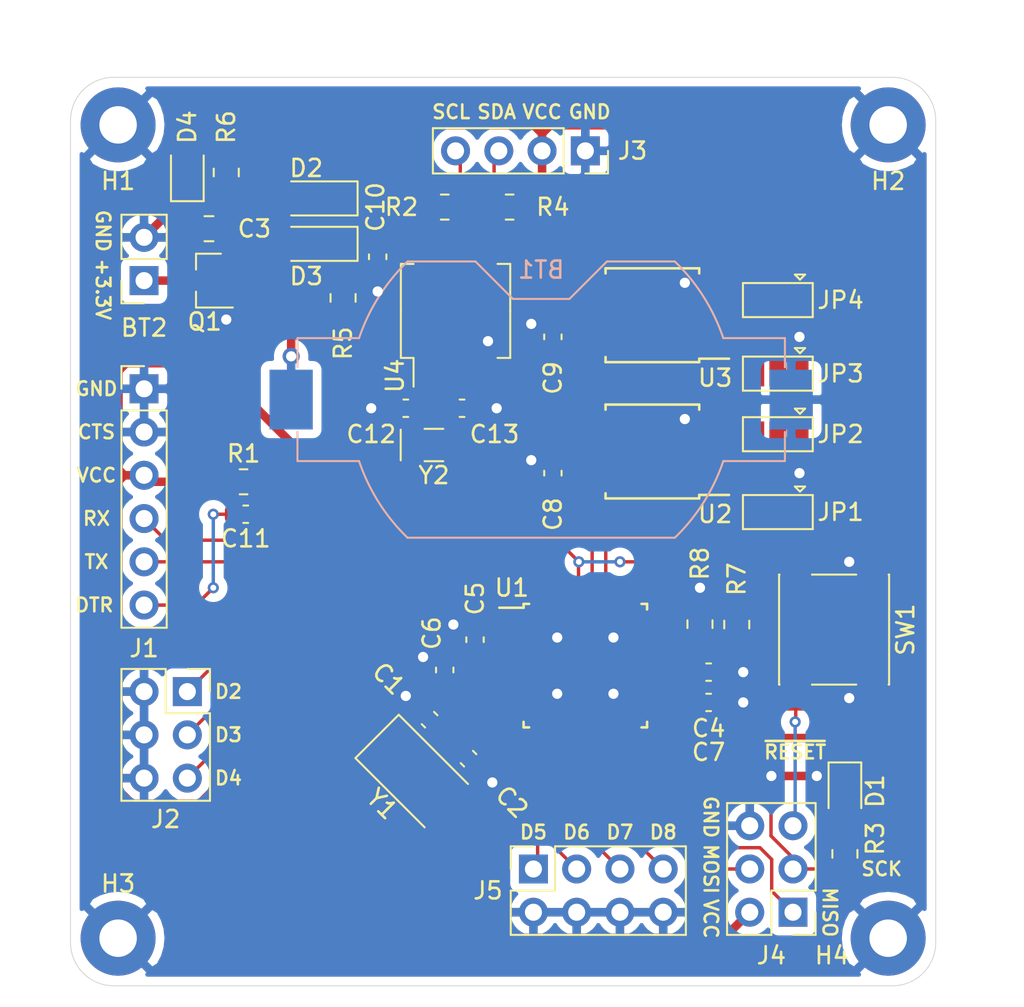
<source format=kicad_pcb>
(kicad_pcb (version 20171130) (host pcbnew "(5.1.9)-1")

  (general
    (thickness 1.6)
    (drawings 35)
    (tracks 427)
    (zones 0)
    (modules 48)
    (nets 43)
  )

  (page A4)
  (title_block
    (title "ATMEGA328 with RTC and Extended EEPROM")
    (date 2021-03-03)
    (rev 2)
    (company N/A)
    (comment 1 https://github.com/mhorne1)
  )

  (layers
    (0 F.Cu signal)
    (31 B.Cu mixed)
    (32 B.Adhes user)
    (33 F.Adhes user)
    (34 B.Paste user)
    (35 F.Paste user)
    (36 B.SilkS user)
    (37 F.SilkS user)
    (38 B.Mask user)
    (39 F.Mask user)
    (40 Dwgs.User user)
    (41 Cmts.User user)
    (42 Eco1.User user)
    (43 Eco2.User user)
    (44 Edge.Cuts user)
    (45 Margin user)
    (46 B.CrtYd user)
    (47 F.CrtYd user)
    (48 B.Fab user)
    (49 F.Fab user)
  )

  (setup
    (last_trace_width 0.2)
    (user_trace_width 0.2)
    (user_trace_width 0.25)
    (user_trace_width 0.3)
    (user_trace_width 0.5)
    (trace_clearance 0.2)
    (zone_clearance 0.508)
    (zone_45_only no)
    (trace_min 0.2)
    (via_size 0.65)
    (via_drill 0.35)
    (via_min_size 0.6)
    (via_min_drill 0.3)
    (user_via 0.8 0.4)
    (user_via 1 0.6)
    (uvia_size 0.3)
    (uvia_drill 0.1)
    (uvias_allowed no)
    (uvia_min_size 0.2)
    (uvia_min_drill 0.1)
    (edge_width 0.05)
    (segment_width 0.2)
    (pcb_text_width 0.3)
    (pcb_text_size 1.5 1.5)
    (mod_edge_width 0.12)
    (mod_text_size 1 1)
    (mod_text_width 0.15)
    (pad_size 1.524 1.524)
    (pad_drill 0.762)
    (pad_to_mask_clearance 0)
    (aux_axis_origin 0 0)
    (visible_elements 7FFFFFFF)
    (pcbplotparams
      (layerselection 0x010fc_ffffffff)
      (usegerberextensions false)
      (usegerberattributes true)
      (usegerberadvancedattributes true)
      (creategerberjobfile true)
      (excludeedgelayer true)
      (linewidth 0.100000)
      (plotframeref false)
      (viasonmask false)
      (mode 1)
      (useauxorigin false)
      (hpglpennumber 1)
      (hpglpenspeed 20)
      (hpglpendiameter 15.000000)
      (psnegative false)
      (psa4output false)
      (plotreference true)
      (plotvalue true)
      (plotinvisibletext false)
      (padsonsilk false)
      (subtractmaskfromsilk false)
      (outputformat 1)
      (mirror false)
      (drillshape 1)
      (scaleselection 1)
      (outputdirectory ""))
  )

  (net 0 "")
  (net 1 GND)
  (net 2 "Net-(BT1-Pad1)")
  (net 3 /Vin)
  (net 4 /XTAL1)
  (net 5 /XTAL2)
  (net 6 /Vcc)
  (net 7 "Net-(C4-Pad1)")
  (net 8 /Vcc2)
  (net 9 /DTR)
  (net 10 "Net-(D1-Pad2)")
  (net 11 /TX)
  (net 12 /RX)
  (net 13 /D8)
  (net 14 /D7)
  (net 15 /D6)
  (net 16 /D5)
  (net 17 /D4)
  (net 18 /D3)
  (net 19 /D2)
  (net 20 /SCL)
  (net 21 /SDA)
  (net 22 /MOSI)
  (net 23 /SCK)
  (net 24 /MISO)
  (net 25 "Net-(R5-Pad2)")
  (net 26 "Net-(U1-Pad19)")
  (net 27 "Net-(U1-Pad14)")
  (net 28 "Net-(U1-Pad13)")
  (net 29 "Net-(U4-Pad7)")
  (net 30 /X2)
  (net 31 /X1)
  (net 32 /~RESET)
  (net 33 /VSUPPLY)
  (net 34 "Net-(U1-Pad24)")
  (net 35 "Net-(U1-Pad23)")
  (net 36 "Net-(D4-Pad2)")
  (net 37 "Net-(JP1-Pad2)")
  (net 38 "Net-(JP2-Pad2)")
  (net 39 "Net-(JP3-Pad2)")
  (net 40 "Net-(JP4-Pad2)")
  (net 41 "Net-(U1-Pad26)")
  (net 42 "Net-(U1-Pad25)")

  (net_class Default "This is the default net class."
    (clearance 0.2)
    (trace_width 0.2)
    (via_dia 0.65)
    (via_drill 0.35)
    (uvia_dia 0.3)
    (uvia_drill 0.1)
    (add_net /D2)
    (add_net /D3)
    (add_net /D4)
    (add_net /D5)
    (add_net /D6)
    (add_net /D7)
    (add_net /D8)
    (add_net /DTR)
    (add_net /MISO)
    (add_net /MOSI)
    (add_net /RX)
    (add_net /SCK)
    (add_net /TX)
    (add_net /VSUPPLY)
    (add_net /X1)
    (add_net /X2)
    (add_net /XTAL1)
    (add_net /XTAL2)
    (add_net /~RESET)
    (add_net "Net-(C4-Pad1)")
    (add_net "Net-(D1-Pad2)")
    (add_net "Net-(D4-Pad2)")
    (add_net "Net-(JP1-Pad2)")
    (add_net "Net-(JP2-Pad2)")
    (add_net "Net-(JP3-Pad2)")
    (add_net "Net-(JP4-Pad2)")
    (add_net "Net-(R5-Pad2)")
    (add_net "Net-(U1-Pad13)")
    (add_net "Net-(U1-Pad14)")
    (add_net "Net-(U1-Pad19)")
    (add_net "Net-(U1-Pad23)")
    (add_net "Net-(U1-Pad24)")
    (add_net "Net-(U1-Pad25)")
    (add_net "Net-(U1-Pad26)")
    (add_net "Net-(U4-Pad7)")
  )

  (net_class I2C ""
    (clearance 0.2)
    (trace_width 0.2)
    (via_dia 0.65)
    (via_drill 0.35)
    (uvia_dia 0.3)
    (uvia_drill 0.1)
    (add_net /SCL)
    (add_net /SDA)
  )

  (net_class Power ""
    (clearance 0.2)
    (trace_width 0.3)
    (via_dia 0.65)
    (via_drill 0.35)
    (uvia_dia 0.3)
    (uvia_drill 0.1)
    (add_net /Vcc)
    (add_net /Vcc2)
    (add_net /Vin)
    (add_net GND)
    (add_net "Net-(BT1-Pad1)")
  )

  (module Package_SO:SOIJ-8_5.3x5.3mm_P1.27mm (layer F.Cu) (tedit 5A02F2D3) (tstamp 60111D22)
    (at 161.163 90.17 180)
    (descr "8-Lead Plastic Small Outline (SM) - Medium, 5.28 mm Body [SOIC] (see Microchip Packaging Specification 00000049BS.pdf)")
    (tags "SOIC 1.27")
    (path /600AAAA0)
    (attr smd)
    (fp_text reference U3 (at -3.683 -3.68) (layer F.SilkS)
      (effects (font (size 1 1) (thickness 0.153)))
    )
    (fp_text value 24LC1025 (at 0 3.68) (layer F.Fab)
      (effects (font (size 1 1) (thickness 0.15)))
    )
    (fp_line (start -1.65 -2.65) (end 2.65 -2.65) (layer F.Fab) (width 0.15))
    (fp_line (start 2.65 -2.65) (end 2.65 2.65) (layer F.Fab) (width 0.15))
    (fp_line (start 2.65 2.65) (end -2.65 2.65) (layer F.Fab) (width 0.15))
    (fp_line (start -2.65 2.65) (end -2.65 -1.65) (layer F.Fab) (width 0.15))
    (fp_line (start -2.65 -1.65) (end -1.65 -2.65) (layer F.Fab) (width 0.15))
    (fp_line (start -4.75 -2.95) (end -4.75 2.95) (layer F.CrtYd) (width 0.05))
    (fp_line (start 4.75 -2.95) (end 4.75 2.95) (layer F.CrtYd) (width 0.05))
    (fp_line (start -4.75 -2.95) (end 4.75 -2.95) (layer F.CrtYd) (width 0.05))
    (fp_line (start -4.75 2.95) (end 4.75 2.95) (layer F.CrtYd) (width 0.05))
    (fp_line (start -2.75 -2.755) (end -2.75 -2.55) (layer F.SilkS) (width 0.15))
    (fp_line (start 2.75 -2.755) (end 2.75 -2.455) (layer F.SilkS) (width 0.15))
    (fp_line (start 2.75 2.755) (end 2.75 2.455) (layer F.SilkS) (width 0.15))
    (fp_line (start -2.75 2.755) (end -2.75 2.455) (layer F.SilkS) (width 0.15))
    (fp_line (start -2.75 -2.755) (end 2.75 -2.755) (layer F.SilkS) (width 0.15))
    (fp_line (start -2.75 2.755) (end 2.75 2.755) (layer F.SilkS) (width 0.15))
    (fp_line (start -2.75 -2.55) (end -4.5 -2.55) (layer F.SilkS) (width 0.15))
    (fp_text user %R (at 0 0) (layer F.Fab)
      (effects (font (size 1 1) (thickness 0.15)))
    )
    (pad 8 smd rect (at 3.65 -1.905 180) (size 1.7 0.65) (layers F.Cu F.Paste F.Mask)
      (net 6 /Vcc))
    (pad 7 smd rect (at 3.65 -0.635 180) (size 1.7 0.65) (layers F.Cu F.Paste F.Mask)
      (net 1 GND))
    (pad 6 smd rect (at 3.65 0.635 180) (size 1.7 0.65) (layers F.Cu F.Paste F.Mask)
      (net 20 /SCL))
    (pad 5 smd rect (at 3.65 1.905 180) (size 1.7 0.65) (layers F.Cu F.Paste F.Mask)
      (net 21 /SDA))
    (pad 4 smd rect (at -3.65 1.905 180) (size 1.7 0.65) (layers F.Cu F.Paste F.Mask)
      (net 1 GND))
    (pad 3 smd rect (at -3.65 0.635 180) (size 1.7 0.65) (layers F.Cu F.Paste F.Mask)
      (net 6 /Vcc))
    (pad 2 smd rect (at -3.65 -0.635 180) (size 1.7 0.65) (layers F.Cu F.Paste F.Mask)
      (net 40 "Net-(JP4-Pad2)"))
    (pad 1 smd rect (at -3.65 -1.905 180) (size 1.7 0.65) (layers F.Cu F.Paste F.Mask)
      (net 39 "Net-(JP3-Pad2)"))
    (model ${KISYS3DMOD}/Package_SO.3dshapes/SOIJ-8_5.3x5.3mm_P1.27mm.wrl
      (at (xyz 0 0 0))
      (scale (xyz 1 1 1))
      (rotate (xyz 0 0 0))
    )
  )

  (module Crystal:Crystal_SMD_MicroCrystal_CC7V-T1A-2Pin_3.2x1.5mm (layer F.Cu) (tedit 5D24C08C) (tstamp 601187AD)
    (at 148.336 97.79)
    (descr "SMD Crystal MicroCrystal CC7V-T1A/CM7V-T1A series https://www.microcrystal.com/fileadmin/Media/Products/32kHz/Datasheet/CC7V-T1A.pdf, 3.2x1.5mm^2 package")
    (tags "SMD SMT crystal")
    (path /600A8E06)
    (attr smd)
    (fp_text reference Y2 (at 0 1.778) (layer F.SilkS)
      (effects (font (size 1 1) (thickness 0.15)))
    )
    (fp_text value 32.768kHz (at 0 1.95) (layer F.Fab)
      (effects (font (size 1 1) (thickness 0.15)))
    )
    (fp_line (start 2 -1.2) (end -2 -1.2) (layer F.CrtYd) (width 0.05))
    (fp_line (start 2 1.2) (end 2 -1.2) (layer F.CrtYd) (width 0.05))
    (fp_line (start -2 1.2) (end 2 1.2) (layer F.CrtYd) (width 0.05))
    (fp_line (start -2 -1.2) (end -2 1.2) (layer F.CrtYd) (width 0.05))
    (fp_line (start -1.95 -0.9) (end -1.95 0.9) (layer F.SilkS) (width 0.12))
    (fp_line (start -0.55 0.95) (end 0.55 0.95) (layer F.SilkS) (width 0.12))
    (fp_line (start -0.55 -0.95) (end 0.55 -0.95) (layer F.SilkS) (width 0.12))
    (fp_line (start -1.6 0.25) (end -1.1 0.75) (layer F.Fab) (width 0.1))
    (fp_line (start 1.6 -0.75) (end -1.6 -0.75) (layer F.Fab) (width 0.1))
    (fp_line (start 1.6 0.75) (end 1.6 -0.75) (layer F.Fab) (width 0.1))
    (fp_line (start -1.6 0.75) (end 1.6 0.75) (layer F.Fab) (width 0.1))
    (fp_line (start -1.6 -0.75) (end -1.6 0.75) (layer F.Fab) (width 0.1))
    (fp_text user %R (at 0 0) (layer F.Fab)
      (effects (font (size 0.7 0.7) (thickness 0.105)))
    )
    (pad 1 smd rect (at -1.25 0) (size 1 1.8) (layers F.Cu F.Paste F.Mask)
      (net 31 /X1))
    (pad 2 smd rect (at 1.25 0) (size 1 1.8) (layers F.Cu F.Paste F.Mask)
      (net 30 /X2))
    (model ${KISYS3DMOD}/Crystal.3dshapes/Crystal_SMD_MicroCrystal_CC7V-T1A-2Pin_3.2x1.5mm.wrl
      (at (xyz 0 0 0))
      (scale (xyz 1 1 1))
      (rotate (xyz 0 0 0))
    )
  )

  (module Crystal:Crystal_SMD_5032-2Pin_5.0x3.2mm (layer F.Cu) (tedit 5A0FD1B2) (tstamp 601A0400)
    (at 147.154852 117.055852 315)
    (descr "SMD Crystal SERIES SMD2520/2 http://www.icbase.com/File/PDF/HKC/HKC00061008.pdf, 5.0x3.2mm^2 package")
    (tags "SMD SMT crystal")
    (path /600A7D15)
    (attr smd)
    (fp_text reference Y1 (at -0.035853 2.604274 135) (layer F.SilkS)
      (effects (font (size 1 1) (thickness 0.153)))
    )
    (fp_text value 16MHz (at 0 2.8 135) (layer F.Fab)
      (effects (font (size 1 1) (thickness 0.15)))
    )
    (fp_line (start -2.3 -1.6) (end 2.3 -1.6) (layer F.Fab) (width 0.1))
    (fp_line (start 2.3 -1.6) (end 2.5 -1.4) (layer F.Fab) (width 0.1))
    (fp_line (start 2.5 -1.4) (end 2.5 1.4) (layer F.Fab) (width 0.1))
    (fp_line (start 2.5 1.4) (end 2.3 1.6) (layer F.Fab) (width 0.1))
    (fp_line (start 2.3 1.6) (end -2.3 1.6) (layer F.Fab) (width 0.1))
    (fp_line (start -2.3 1.6) (end -2.5 1.4) (layer F.Fab) (width 0.1))
    (fp_line (start -2.5 1.4) (end -2.5 -1.4) (layer F.Fab) (width 0.1))
    (fp_line (start -2.5 -1.4) (end -2.3 -1.6) (layer F.Fab) (width 0.1))
    (fp_line (start -2.5 0.6) (end -1.5 1.6) (layer F.Fab) (width 0.1))
    (fp_line (start 2.7 -1.8) (end -3.05 -1.8) (layer F.SilkS) (width 0.12))
    (fp_line (start -3.05 -1.8) (end -3.05 1.8) (layer F.SilkS) (width 0.12))
    (fp_line (start -3.05 1.8) (end 2.7 1.8) (layer F.SilkS) (width 0.12))
    (fp_line (start -3.1 -1.9) (end -3.1 1.9) (layer F.CrtYd) (width 0.05))
    (fp_line (start -3.1 1.9) (end 3.1 1.9) (layer F.CrtYd) (width 0.05))
    (fp_line (start 3.1 1.9) (end 3.1 -1.9) (layer F.CrtYd) (width 0.05))
    (fp_line (start 3.1 -1.9) (end -3.1 -1.9) (layer F.CrtYd) (width 0.05))
    (fp_circle (center 0 0) (end 0.4 0) (layer F.Adhes) (width 0.1))
    (fp_circle (center 0 0) (end 0.333333 0) (layer F.Adhes) (width 0.133333))
    (fp_circle (center 0 0) (end 0.213333 0) (layer F.Adhes) (width 0.133333))
    (fp_circle (center 0 0) (end 0.093333 0) (layer F.Adhes) (width 0.186667))
    (fp_text user %R (at 0 0 135) (layer F.Fab)
      (effects (font (size 1 1) (thickness 0.15)))
    )
    (pad 2 smd rect (at 1.85 0 315) (size 2 2.4) (layers F.Cu F.Paste F.Mask)
      (net 5 /XTAL2))
    (pad 1 smd rect (at -1.85 0 315) (size 2 2.4) (layers F.Cu F.Paste F.Mask)
      (net 4 /XTAL1))
    (model ${KISYS3DMOD}/Crystal.3dshapes/Crystal_SMD_5032-2Pin_5.0x3.2mm.wrl
      (at (xyz 0 0 0))
      (scale (xyz 1 1 1))
      (rotate (xyz 0 0 0))
    )
  )

  (module Package_SO:SO-8_5.3x6.2mm_P1.27mm (layer F.Cu) (tedit 5EA5315B) (tstamp 601195FC)
    (at 149.606 89.916 90)
    (descr "SO, 8 Pin (https://www.ti.com/lit/ml/msop001a/msop001a.pdf), generated with kicad-footprint-generator ipc_gullwing_generator.py")
    (tags "SO SO")
    (path /600A6BF5)
    (attr smd)
    (fp_text reference U4 (at -3.81 -3.556 90) (layer F.SilkS)
      (effects (font (size 1 1) (thickness 0.153)))
    )
    (fp_text value DS1337S+ (at 0 4.05 90) (layer F.Fab)
      (effects (font (size 1 1) (thickness 0.15)))
    )
    (fp_line (start 4.7 -3.35) (end -4.7 -3.35) (layer F.CrtYd) (width 0.05))
    (fp_line (start 4.7 3.35) (end 4.7 -3.35) (layer F.CrtYd) (width 0.05))
    (fp_line (start -4.7 3.35) (end 4.7 3.35) (layer F.CrtYd) (width 0.05))
    (fp_line (start -4.7 -3.35) (end -4.7 3.35) (layer F.CrtYd) (width 0.05))
    (fp_line (start -2.65 -2.1) (end -1.65 -3.1) (layer F.Fab) (width 0.1))
    (fp_line (start -2.65 3.1) (end -2.65 -2.1) (layer F.Fab) (width 0.1))
    (fp_line (start 2.65 3.1) (end -2.65 3.1) (layer F.Fab) (width 0.1))
    (fp_line (start 2.65 -3.1) (end 2.65 3.1) (layer F.Fab) (width 0.1))
    (fp_line (start -1.65 -3.1) (end 2.65 -3.1) (layer F.Fab) (width 0.1))
    (fp_line (start -2.76 -2.465) (end -4.45 -2.465) (layer F.SilkS) (width 0.12))
    (fp_line (start -2.76 -3.21) (end -2.76 -2.465) (layer F.SilkS) (width 0.12))
    (fp_line (start 0 -3.21) (end -2.76 -3.21) (layer F.SilkS) (width 0.12))
    (fp_line (start 2.76 -3.21) (end 2.76 -2.465) (layer F.SilkS) (width 0.12))
    (fp_line (start 0 -3.21) (end 2.76 -3.21) (layer F.SilkS) (width 0.12))
    (fp_line (start -2.76 3.21) (end -2.76 2.465) (layer F.SilkS) (width 0.12))
    (fp_line (start 0 3.21) (end -2.76 3.21) (layer F.SilkS) (width 0.12))
    (fp_line (start 2.76 3.21) (end 2.76 2.465) (layer F.SilkS) (width 0.12))
    (fp_line (start 0 3.21) (end 2.76 3.21) (layer F.SilkS) (width 0.12))
    (fp_text user %R (at 0 0 90) (layer F.Fab)
      (effects (font (size 1 1) (thickness 0.15)))
    )
    (pad 1 smd roundrect (at -3.5 -1.905 90) (size 1.9 0.6) (layers F.Cu F.Paste F.Mask) (roundrect_rratio 0.25)
      (net 31 /X1))
    (pad 2 smd roundrect (at -3.5 -0.635 90) (size 1.9 0.6) (layers F.Cu F.Paste F.Mask) (roundrect_rratio 0.25)
      (net 30 /X2))
    (pad 3 smd roundrect (at -3.5 0.635 90) (size 1.9 0.6) (layers F.Cu F.Paste F.Mask) (roundrect_rratio 0.25)
      (net 25 "Net-(R5-Pad2)"))
    (pad 4 smd roundrect (at -3.5 1.905 90) (size 1.9 0.6) (layers F.Cu F.Paste F.Mask) (roundrect_rratio 0.25)
      (net 1 GND))
    (pad 5 smd roundrect (at 3.5 1.905 90) (size 1.9 0.6) (layers F.Cu F.Paste F.Mask) (roundrect_rratio 0.25)
      (net 21 /SDA))
    (pad 6 smd roundrect (at 3.5 0.635 90) (size 1.9 0.6) (layers F.Cu F.Paste F.Mask) (roundrect_rratio 0.25)
      (net 20 /SCL))
    (pad 7 smd roundrect (at 3.5 -0.635 90) (size 1.9 0.6) (layers F.Cu F.Paste F.Mask) (roundrect_rratio 0.25)
      (net 29 "Net-(U4-Pad7)"))
    (pad 8 smd roundrect (at 3.5 -1.905 90) (size 1.9 0.6) (layers F.Cu F.Paste F.Mask) (roundrect_rratio 0.25)
      (net 8 /Vcc2))
    (model ${KISYS3DMOD}/Package_SO.3dshapes/SO-8_5.3x6.2mm_P1.27mm.wrl
      (at (xyz 0 0 0))
      (scale (xyz 1 1 1))
      (rotate (xyz 0 0 0))
    )
  )

  (module Package_SO:SOIJ-8_5.3x5.3mm_P1.27mm (layer F.Cu) (tedit 5A02F2D3) (tstamp 60111CCE)
    (at 161.163 98.171 180)
    (descr "8-Lead Plastic Small Outline (SM) - Medium, 5.28 mm Body [SOIC] (see Microchip Packaging Specification 00000049BS.pdf)")
    (tags "SOIC 1.27")
    (path /60098B6E)
    (attr smd)
    (fp_text reference U2 (at -3.683 -3.68) (layer F.SilkS)
      (effects (font (size 1 1) (thickness 0.153)))
    )
    (fp_text value 24LC1025 (at 0 3.68) (layer F.Fab)
      (effects (font (size 1 1) (thickness 0.15)))
    )
    (fp_line (start -1.65 -2.65) (end 2.65 -2.65) (layer F.Fab) (width 0.15))
    (fp_line (start 2.65 -2.65) (end 2.65 2.65) (layer F.Fab) (width 0.15))
    (fp_line (start 2.65 2.65) (end -2.65 2.65) (layer F.Fab) (width 0.15))
    (fp_line (start -2.65 2.65) (end -2.65 -1.65) (layer F.Fab) (width 0.15))
    (fp_line (start -2.65 -1.65) (end -1.65 -2.65) (layer F.Fab) (width 0.15))
    (fp_line (start -4.75 -2.95) (end -4.75 2.95) (layer F.CrtYd) (width 0.05))
    (fp_line (start 4.75 -2.95) (end 4.75 2.95) (layer F.CrtYd) (width 0.05))
    (fp_line (start -4.75 -2.95) (end 4.75 -2.95) (layer F.CrtYd) (width 0.05))
    (fp_line (start -4.75 2.95) (end 4.75 2.95) (layer F.CrtYd) (width 0.05))
    (fp_line (start -2.75 -2.755) (end -2.75 -2.55) (layer F.SilkS) (width 0.15))
    (fp_line (start 2.75 -2.755) (end 2.75 -2.455) (layer F.SilkS) (width 0.15))
    (fp_line (start 2.75 2.755) (end 2.75 2.455) (layer F.SilkS) (width 0.15))
    (fp_line (start -2.75 2.755) (end -2.75 2.455) (layer F.SilkS) (width 0.15))
    (fp_line (start -2.75 -2.755) (end 2.75 -2.755) (layer F.SilkS) (width 0.15))
    (fp_line (start -2.75 2.755) (end 2.75 2.755) (layer F.SilkS) (width 0.15))
    (fp_line (start -2.75 -2.55) (end -4.5 -2.55) (layer F.SilkS) (width 0.15))
    (fp_text user %R (at 0 0) (layer F.Fab)
      (effects (font (size 1 1) (thickness 0.15)))
    )
    (pad 8 smd rect (at 3.65 -1.905 180) (size 1.7 0.65) (layers F.Cu F.Paste F.Mask)
      (net 6 /Vcc))
    (pad 7 smd rect (at 3.65 -0.635 180) (size 1.7 0.65) (layers F.Cu F.Paste F.Mask)
      (net 1 GND))
    (pad 6 smd rect (at 3.65 0.635 180) (size 1.7 0.65) (layers F.Cu F.Paste F.Mask)
      (net 20 /SCL))
    (pad 5 smd rect (at 3.65 1.905 180) (size 1.7 0.65) (layers F.Cu F.Paste F.Mask)
      (net 21 /SDA))
    (pad 4 smd rect (at -3.65 1.905 180) (size 1.7 0.65) (layers F.Cu F.Paste F.Mask)
      (net 1 GND))
    (pad 3 smd rect (at -3.65 0.635 180) (size 1.7 0.65) (layers F.Cu F.Paste F.Mask)
      (net 6 /Vcc))
    (pad 2 smd rect (at -3.65 -0.635 180) (size 1.7 0.65) (layers F.Cu F.Paste F.Mask)
      (net 38 "Net-(JP2-Pad2)"))
    (pad 1 smd rect (at -3.65 -1.905 180) (size 1.7 0.65) (layers F.Cu F.Paste F.Mask)
      (net 37 "Net-(JP1-Pad2)"))
    (model ${KISYS3DMOD}/Package_SO.3dshapes/SOIJ-8_5.3x5.3mm_P1.27mm.wrl
      (at (xyz 0 0 0))
      (scale (xyz 1 1 1))
      (rotate (xyz 0 0 0))
    )
  )

  (module Package_QFP:TQFP-32_7x7mm_P0.8mm (layer F.Cu) (tedit 5A02F146) (tstamp 6011A0BF)
    (at 157.226 110.744)
    (descr "32-Lead Plastic Thin Quad Flatpack (PT) - 7x7x1.0 mm Body, 2.00 mm [TQFP] (see Microchip Packaging Specification 00000049BS.pdf)")
    (tags "QFP 0.8")
    (path /6009B422)
    (attr smd)
    (fp_text reference U1 (at -4.318 -4.572) (layer F.SilkS)
      (effects (font (size 1 1) (thickness 0.153)))
    )
    (fp_text value ATmega328P-AU (at 0 6.05) (layer F.Fab)
      (effects (font (size 1 1) (thickness 0.15)))
    )
    (fp_line (start -2.5 -3.5) (end 3.5 -3.5) (layer F.Fab) (width 0.15))
    (fp_line (start 3.5 -3.5) (end 3.5 3.5) (layer F.Fab) (width 0.15))
    (fp_line (start 3.5 3.5) (end -3.5 3.5) (layer F.Fab) (width 0.15))
    (fp_line (start -3.5 3.5) (end -3.5 -2.5) (layer F.Fab) (width 0.15))
    (fp_line (start -3.5 -2.5) (end -2.5 -3.5) (layer F.Fab) (width 0.15))
    (fp_line (start -5.3 -5.3) (end -5.3 5.3) (layer F.CrtYd) (width 0.05))
    (fp_line (start 5.3 -5.3) (end 5.3 5.3) (layer F.CrtYd) (width 0.05))
    (fp_line (start -5.3 -5.3) (end 5.3 -5.3) (layer F.CrtYd) (width 0.05))
    (fp_line (start -5.3 5.3) (end 5.3 5.3) (layer F.CrtYd) (width 0.05))
    (fp_line (start -3.625 -3.625) (end -3.625 -3.4) (layer F.SilkS) (width 0.15))
    (fp_line (start 3.625 -3.625) (end 3.625 -3.3) (layer F.SilkS) (width 0.15))
    (fp_line (start 3.625 3.625) (end 3.625 3.3) (layer F.SilkS) (width 0.15))
    (fp_line (start -3.625 3.625) (end -3.625 3.3) (layer F.SilkS) (width 0.15))
    (fp_line (start -3.625 -3.625) (end -3.3 -3.625) (layer F.SilkS) (width 0.15))
    (fp_line (start -3.625 3.625) (end -3.3 3.625) (layer F.SilkS) (width 0.15))
    (fp_line (start 3.625 3.625) (end 3.3 3.625) (layer F.SilkS) (width 0.15))
    (fp_line (start 3.625 -3.625) (end 3.3 -3.625) (layer F.SilkS) (width 0.15))
    (fp_line (start -3.625 -3.4) (end -5.05 -3.4) (layer F.SilkS) (width 0.15))
    (fp_text user %R (at 0 0) (layer F.Fab)
      (effects (font (size 1 1) (thickness 0.15)))
    )
    (pad 32 smd rect (at -2.8 -4.25 90) (size 1.6 0.55) (layers F.Cu F.Paste F.Mask)
      (net 19 /D2))
    (pad 31 smd rect (at -2 -4.25 90) (size 1.6 0.55) (layers F.Cu F.Paste F.Mask)
      (net 11 /TX))
    (pad 30 smd rect (at -1.2 -4.25 90) (size 1.6 0.55) (layers F.Cu F.Paste F.Mask)
      (net 12 /RX))
    (pad 29 smd rect (at -0.4 -4.25 90) (size 1.6 0.55) (layers F.Cu F.Paste F.Mask)
      (net 32 /~RESET))
    (pad 28 smd rect (at 0.4 -4.25 90) (size 1.6 0.55) (layers F.Cu F.Paste F.Mask)
      (net 20 /SCL))
    (pad 27 smd rect (at 1.2 -4.25 90) (size 1.6 0.55) (layers F.Cu F.Paste F.Mask)
      (net 21 /SDA))
    (pad 26 smd rect (at 2 -4.25 90) (size 1.6 0.55) (layers F.Cu F.Paste F.Mask)
      (net 41 "Net-(U1-Pad26)"))
    (pad 25 smd rect (at 2.8 -4.25 90) (size 1.6 0.55) (layers F.Cu F.Paste F.Mask)
      (net 42 "Net-(U1-Pad25)"))
    (pad 24 smd rect (at 4.25 -2.8) (size 1.6 0.55) (layers F.Cu F.Paste F.Mask)
      (net 34 "Net-(U1-Pad24)"))
    (pad 23 smd rect (at 4.25 -2) (size 1.6 0.55) (layers F.Cu F.Paste F.Mask)
      (net 35 "Net-(U1-Pad23)"))
    (pad 22 smd rect (at 4.25 -1.2) (size 1.6 0.55) (layers F.Cu F.Paste F.Mask)
      (net 33 /VSUPPLY))
    (pad 21 smd rect (at 4.25 -0.4) (size 1.6 0.55) (layers F.Cu F.Paste F.Mask)
      (net 1 GND))
    (pad 20 smd rect (at 4.25 0.4) (size 1.6 0.55) (layers F.Cu F.Paste F.Mask)
      (net 7 "Net-(C4-Pad1)"))
    (pad 19 smd rect (at 4.25 1.2) (size 1.6 0.55) (layers F.Cu F.Paste F.Mask)
      (net 26 "Net-(U1-Pad19)"))
    (pad 18 smd rect (at 4.25 2) (size 1.6 0.55) (layers F.Cu F.Paste F.Mask)
      (net 6 /Vcc))
    (pad 17 smd rect (at 4.25 2.8) (size 1.6 0.55) (layers F.Cu F.Paste F.Mask)
      (net 23 /SCK))
    (pad 16 smd rect (at 2.8 4.25 90) (size 1.6 0.55) (layers F.Cu F.Paste F.Mask)
      (net 24 /MISO))
    (pad 15 smd rect (at 2 4.25 90) (size 1.6 0.55) (layers F.Cu F.Paste F.Mask)
      (net 22 /MOSI))
    (pad 14 smd rect (at 1.2 4.25 90) (size 1.6 0.55) (layers F.Cu F.Paste F.Mask)
      (net 27 "Net-(U1-Pad14)"))
    (pad 13 smd rect (at 0.4 4.25 90) (size 1.6 0.55) (layers F.Cu F.Paste F.Mask)
      (net 28 "Net-(U1-Pad13)"))
    (pad 12 smd rect (at -0.4 4.25 90) (size 1.6 0.55) (layers F.Cu F.Paste F.Mask)
      (net 13 /D8))
    (pad 11 smd rect (at -1.2 4.25 90) (size 1.6 0.55) (layers F.Cu F.Paste F.Mask)
      (net 14 /D7))
    (pad 10 smd rect (at -2 4.25 90) (size 1.6 0.55) (layers F.Cu F.Paste F.Mask)
      (net 15 /D6))
    (pad 9 smd rect (at -2.8 4.25 90) (size 1.6 0.55) (layers F.Cu F.Paste F.Mask)
      (net 16 /D5))
    (pad 8 smd rect (at -4.25 2.8) (size 1.6 0.55) (layers F.Cu F.Paste F.Mask)
      (net 5 /XTAL2))
    (pad 7 smd rect (at -4.25 2) (size 1.6 0.55) (layers F.Cu F.Paste F.Mask)
      (net 4 /XTAL1))
    (pad 6 smd rect (at -4.25 1.2) (size 1.6 0.55) (layers F.Cu F.Paste F.Mask)
      (net 6 /Vcc))
    (pad 5 smd rect (at -4.25 0.4) (size 1.6 0.55) (layers F.Cu F.Paste F.Mask)
      (net 1 GND))
    (pad 4 smd rect (at -4.25 -0.4) (size 1.6 0.55) (layers F.Cu F.Paste F.Mask)
      (net 6 /Vcc))
    (pad 3 smd rect (at -4.25 -1.2) (size 1.6 0.55) (layers F.Cu F.Paste F.Mask)
      (net 1 GND))
    (pad 2 smd rect (at -4.25 -2) (size 1.6 0.55) (layers F.Cu F.Paste F.Mask)
      (net 17 /D4))
    (pad 1 smd rect (at -4.25 -2.8) (size 1.6 0.55) (layers F.Cu F.Paste F.Mask)
      (net 18 /D3))
    (model ${KISYS3DMOD}/Package_QFP.3dshapes/TQFP-32_7x7mm_P0.8mm.wrl
      (at (xyz 0 0 0))
      (scale (xyz 1 1 1))
      (rotate (xyz 0 0 0))
    )
  )

  (module Button_Switch_SMD:SW_SPST_PTS645 (layer F.Cu) (tedit 5A02FC95) (tstamp 6018C67A)
    (at 171.831 108.628 270)
    (descr "C&K Components SPST SMD PTS645 Series 6mm Tact Switch")
    (tags "SPST Button Switch")
    (path /601129E7)
    (attr smd)
    (fp_text reference SW1 (at 0 -4.191 90) (layer F.SilkS)
      (effects (font (size 1 1) (thickness 0.153)))
    )
    (fp_text value SW_SPST (at 0 4.15 90) (layer F.Fab)
      (effects (font (size 1 1) (thickness 0.15)))
    )
    (fp_circle (center 0 0) (end 1.75 -0.05) (layer F.Fab) (width 0.1))
    (fp_line (start -3.23 3.23) (end 3.23 3.23) (layer F.SilkS) (width 0.12))
    (fp_line (start -3.23 -1.3) (end -3.23 1.3) (layer F.SilkS) (width 0.12))
    (fp_line (start -3.23 -3.23) (end 3.23 -3.23) (layer F.SilkS) (width 0.12))
    (fp_line (start 3.23 -1.3) (end 3.23 1.3) (layer F.SilkS) (width 0.12))
    (fp_line (start -3.23 -3.2) (end -3.23 -3.23) (layer F.SilkS) (width 0.12))
    (fp_line (start -3.23 3.23) (end -3.23 3.2) (layer F.SilkS) (width 0.12))
    (fp_line (start 3.23 3.23) (end 3.23 3.2) (layer F.SilkS) (width 0.12))
    (fp_line (start 3.23 -3.23) (end 3.23 -3.2) (layer F.SilkS) (width 0.12))
    (fp_line (start -5.05 -3.4) (end 5.05 -3.4) (layer F.CrtYd) (width 0.05))
    (fp_line (start -5.05 3.4) (end 5.05 3.4) (layer F.CrtYd) (width 0.05))
    (fp_line (start -5.05 -3.4) (end -5.05 3.4) (layer F.CrtYd) (width 0.05))
    (fp_line (start 5.05 3.4) (end 5.05 -3.4) (layer F.CrtYd) (width 0.05))
    (fp_line (start 3 -3) (end -3 -3) (layer F.Fab) (width 0.1))
    (fp_line (start 3 3) (end 3 -3) (layer F.Fab) (width 0.1))
    (fp_line (start -3 3) (end 3 3) (layer F.Fab) (width 0.1))
    (fp_line (start -3 -3) (end -3 3) (layer F.Fab) (width 0.1))
    (fp_text user %R (at 0 -4.05 90) (layer F.Fab)
      (effects (font (size 1 1) (thickness 0.15)))
    )
    (pad 2 smd rect (at -3.98 2.25 270) (size 1.55 1.3) (layers F.Cu F.Paste F.Mask)
      (net 32 /~RESET))
    (pad 1 smd rect (at -3.98 -2.25 270) (size 1.55 1.3) (layers F.Cu F.Paste F.Mask)
      (net 1 GND))
    (pad 1 smd rect (at 3.98 -2.25 270) (size 1.55 1.3) (layers F.Cu F.Paste F.Mask)
      (net 1 GND))
    (pad 2 smd rect (at 3.98 2.25 270) (size 1.55 1.3) (layers F.Cu F.Paste F.Mask)
      (net 32 /~RESET))
    (model ${KISYS3DMOD}/Button_Switch_SMD.3dshapes/SW_SPST_PTS645.wrl
      (at (xyz 0 0 0))
      (scale (xyz 1 1 1))
      (rotate (xyz 0 0 0))
    )
  )

  (module Resistor_SMD:R_0805_2012Metric (layer F.Cu) (tedit 5F68FEEE) (tstamp 601A1F16)
    (at 136.144 81.788 90)
    (descr "Resistor SMD 0805 (2012 Metric), square (rectangular) end terminal, IPC_7351 nominal, (Body size source: IPC-SM-782 page 72, https://www.pcb-3d.com/wordpress/wp-content/uploads/ipc-sm-782a_amendment_1_and_2.pdf), generated with kicad-footprint-generator")
    (tags resistor)
    (path /6012DA27)
    (attr smd)
    (fp_text reference R6 (at 2.667 0 90) (layer F.SilkS)
      (effects (font (size 1 1) (thickness 0.153)))
    )
    (fp_text value 1k (at 0 1.65 90) (layer F.Fab)
      (effects (font (size 1 1) (thickness 0.15)))
    )
    (fp_line (start 1.68 0.95) (end -1.68 0.95) (layer F.CrtYd) (width 0.05))
    (fp_line (start 1.68 -0.95) (end 1.68 0.95) (layer F.CrtYd) (width 0.05))
    (fp_line (start -1.68 -0.95) (end 1.68 -0.95) (layer F.CrtYd) (width 0.05))
    (fp_line (start -1.68 0.95) (end -1.68 -0.95) (layer F.CrtYd) (width 0.05))
    (fp_line (start -0.227064 0.735) (end 0.227064 0.735) (layer F.SilkS) (width 0.12))
    (fp_line (start -0.227064 -0.735) (end 0.227064 -0.735) (layer F.SilkS) (width 0.12))
    (fp_line (start 1 0.625) (end -1 0.625) (layer F.Fab) (width 0.1))
    (fp_line (start 1 -0.625) (end 1 0.625) (layer F.Fab) (width 0.1))
    (fp_line (start -1 -0.625) (end 1 -0.625) (layer F.Fab) (width 0.1))
    (fp_line (start -1 0.625) (end -1 -0.625) (layer F.Fab) (width 0.1))
    (fp_text user %R (at 0 0 90) (layer F.Fab)
      (effects (font (size 0.5 0.5) (thickness 0.08)))
    )
    (pad 1 smd roundrect (at -0.9125 0 90) (size 1.025 1.4) (layers F.Cu F.Paste F.Mask) (roundrect_rratio 0.243902)
      (net 6 /Vcc))
    (pad 2 smd roundrect (at 0.9125 0 90) (size 1.025 1.4) (layers F.Cu F.Paste F.Mask) (roundrect_rratio 0.243902)
      (net 36 "Net-(D4-Pad2)"))
    (model ${KISYS3DMOD}/Resistor_SMD.3dshapes/R_0805_2012Metric.wrl
      (at (xyz 0 0 0))
      (scale (xyz 1 1 1))
      (rotate (xyz 0 0 0))
    )
  )

  (module Resistor_SMD:R_0805_2012Metric (layer F.Cu) (tedit 5F68FEEE) (tstamp 6018A76D)
    (at 143.002 89.154 270)
    (descr "Resistor SMD 0805 (2012 Metric), square (rectangular) end terminal, IPC_7351 nominal, (Body size source: IPC-SM-782 page 72, https://www.pcb-3d.com/wordpress/wp-content/uploads/ipc-sm-782a_amendment_1_and_2.pdf), generated with kicad-footprint-generator")
    (tags resistor)
    (path /6024B71F)
    (attr smd)
    (fp_text reference R5 (at 2.667 0 90) (layer F.SilkS)
      (effects (font (size 1 1) (thickness 0.153)))
    )
    (fp_text value 10k (at 0 1.65 90) (layer F.Fab)
      (effects (font (size 1 1) (thickness 0.15)))
    )
    (fp_line (start 1.68 0.95) (end -1.68 0.95) (layer F.CrtYd) (width 0.05))
    (fp_line (start 1.68 -0.95) (end 1.68 0.95) (layer F.CrtYd) (width 0.05))
    (fp_line (start -1.68 -0.95) (end 1.68 -0.95) (layer F.CrtYd) (width 0.05))
    (fp_line (start -1.68 0.95) (end -1.68 -0.95) (layer F.CrtYd) (width 0.05))
    (fp_line (start -0.227064 0.735) (end 0.227064 0.735) (layer F.SilkS) (width 0.12))
    (fp_line (start -0.227064 -0.735) (end 0.227064 -0.735) (layer F.SilkS) (width 0.12))
    (fp_line (start 1 0.625) (end -1 0.625) (layer F.Fab) (width 0.1))
    (fp_line (start 1 -0.625) (end 1 0.625) (layer F.Fab) (width 0.1))
    (fp_line (start -1 -0.625) (end 1 -0.625) (layer F.Fab) (width 0.1))
    (fp_line (start -1 0.625) (end -1 -0.625) (layer F.Fab) (width 0.1))
    (fp_text user %R (at 0 0 90) (layer F.Fab)
      (effects (font (size 0.5 0.5) (thickness 0.08)))
    )
    (pad 1 smd roundrect (at -0.9125 0 270) (size 1.025 1.4) (layers F.Cu F.Paste F.Mask) (roundrect_rratio 0.243902)
      (net 8 /Vcc2))
    (pad 2 smd roundrect (at 0.9125 0 270) (size 1.025 1.4) (layers F.Cu F.Paste F.Mask) (roundrect_rratio 0.243902)
      (net 25 "Net-(R5-Pad2)"))
    (model ${KISYS3DMOD}/Resistor_SMD.3dshapes/R_0805_2012Metric.wrl
      (at (xyz 0 0 0))
      (scale (xyz 1 1 1))
      (rotate (xyz 0 0 0))
    )
  )

  (module Resistor_SMD:R_0805_2012Metric (layer F.Cu) (tedit 5F68FEEE) (tstamp 601186B3)
    (at 152.781 83.82 180)
    (descr "Resistor SMD 0805 (2012 Metric), square (rectangular) end terminal, IPC_7351 nominal, (Body size source: IPC-SM-782 page 72, https://www.pcb-3d.com/wordpress/wp-content/uploads/ipc-sm-782a_amendment_1_and_2.pdf), generated with kicad-footprint-generator")
    (tags resistor)
    (path /6024A4AB)
    (attr smd)
    (fp_text reference R4 (at -2.54 0) (layer F.SilkS)
      (effects (font (size 1 1) (thickness 0.153)))
    )
    (fp_text value 2.2k (at 0 1.65) (layer F.Fab)
      (effects (font (size 1 1) (thickness 0.15)))
    )
    (fp_line (start 1.68 0.95) (end -1.68 0.95) (layer F.CrtYd) (width 0.05))
    (fp_line (start 1.68 -0.95) (end 1.68 0.95) (layer F.CrtYd) (width 0.05))
    (fp_line (start -1.68 -0.95) (end 1.68 -0.95) (layer F.CrtYd) (width 0.05))
    (fp_line (start -1.68 0.95) (end -1.68 -0.95) (layer F.CrtYd) (width 0.05))
    (fp_line (start -0.227064 0.735) (end 0.227064 0.735) (layer F.SilkS) (width 0.12))
    (fp_line (start -0.227064 -0.735) (end 0.227064 -0.735) (layer F.SilkS) (width 0.12))
    (fp_line (start 1 0.625) (end -1 0.625) (layer F.Fab) (width 0.1))
    (fp_line (start 1 -0.625) (end 1 0.625) (layer F.Fab) (width 0.1))
    (fp_line (start -1 -0.625) (end 1 -0.625) (layer F.Fab) (width 0.1))
    (fp_line (start -1 0.625) (end -1 -0.625) (layer F.Fab) (width 0.1))
    (fp_text user %R (at 0 0) (layer F.Fab)
      (effects (font (size 0.5 0.5) (thickness 0.08)))
    )
    (pad 1 smd roundrect (at -0.9125 0 180) (size 1.025 1.4) (layers F.Cu F.Paste F.Mask) (roundrect_rratio 0.243902)
      (net 6 /Vcc))
    (pad 2 smd roundrect (at 0.9125 0 180) (size 1.025 1.4) (layers F.Cu F.Paste F.Mask) (roundrect_rratio 0.243902)
      (net 21 /SDA))
    (model ${KISYS3DMOD}/Resistor_SMD.3dshapes/R_0805_2012Metric.wrl
      (at (xyz 0 0 0))
      (scale (xyz 1 1 1))
      (rotate (xyz 0 0 0))
    )
  )

  (module Resistor_SMD:R_0805_2012Metric (layer F.Cu) (tedit 5F68FEEE) (tstamp 601186A2)
    (at 172.466 121.793 90)
    (descr "Resistor SMD 0805 (2012 Metric), square (rectangular) end terminal, IPC_7351 nominal, (Body size source: IPC-SM-782 page 72, https://www.pcb-3d.com/wordpress/wp-content/uploads/ipc-sm-782a_amendment_1_and_2.pdf), generated with kicad-footprint-generator")
    (tags resistor)
    (path /6024B1F3)
    (attr smd)
    (fp_text reference R3 (at 0.889 1.778 90) (layer F.SilkS)
      (effects (font (size 1 1) (thickness 0.153)))
    )
    (fp_text value 1k (at 0 1.65 90) (layer F.Fab)
      (effects (font (size 1 1) (thickness 0.15)))
    )
    (fp_line (start -1 0.625) (end -1 -0.625) (layer F.Fab) (width 0.1))
    (fp_line (start -1 -0.625) (end 1 -0.625) (layer F.Fab) (width 0.1))
    (fp_line (start 1 -0.625) (end 1 0.625) (layer F.Fab) (width 0.1))
    (fp_line (start 1 0.625) (end -1 0.625) (layer F.Fab) (width 0.1))
    (fp_line (start -0.227064 -0.735) (end 0.227064 -0.735) (layer F.SilkS) (width 0.12))
    (fp_line (start -0.227064 0.735) (end 0.227064 0.735) (layer F.SilkS) (width 0.12))
    (fp_line (start -1.68 0.95) (end -1.68 -0.95) (layer F.CrtYd) (width 0.05))
    (fp_line (start -1.68 -0.95) (end 1.68 -0.95) (layer F.CrtYd) (width 0.05))
    (fp_line (start 1.68 -0.95) (end 1.68 0.95) (layer F.CrtYd) (width 0.05))
    (fp_line (start 1.68 0.95) (end -1.68 0.95) (layer F.CrtYd) (width 0.05))
    (fp_text user %R (at 0 0 90) (layer F.Fab)
      (effects (font (size 0.5 0.5) (thickness 0.08)))
    )
    (pad 2 smd roundrect (at 0.9125 0 90) (size 1.025 1.4) (layers F.Cu F.Paste F.Mask) (roundrect_rratio 0.243902)
      (net 10 "Net-(D1-Pad2)"))
    (pad 1 smd roundrect (at -0.9125 0 90) (size 1.025 1.4) (layers F.Cu F.Paste F.Mask) (roundrect_rratio 0.243902)
      (net 23 /SCK))
    (model ${KISYS3DMOD}/Resistor_SMD.3dshapes/R_0805_2012Metric.wrl
      (at (xyz 0 0 0))
      (scale (xyz 1 1 1))
      (rotate (xyz 0 0 0))
    )
  )

  (module Resistor_SMD:R_0805_2012Metric (layer F.Cu) (tedit 5F68FEEE) (tstamp 60118691)
    (at 148.971 83.82)
    (descr "Resistor SMD 0805 (2012 Metric), square (rectangular) end terminal, IPC_7351 nominal, (Body size source: IPC-SM-782 page 72, https://www.pcb-3d.com/wordpress/wp-content/uploads/ipc-sm-782a_amendment_1_and_2.pdf), generated with kicad-footprint-generator")
    (tags resistor)
    (path /60097C6C)
    (attr smd)
    (fp_text reference R2 (at -2.54 0) (layer F.SilkS)
      (effects (font (size 1 1) (thickness 0.153)))
    )
    (fp_text value 2.2k (at 0 1.65) (layer F.Fab)
      (effects (font (size 1 1) (thickness 0.15)))
    )
    (fp_line (start 1.68 0.95) (end -1.68 0.95) (layer F.CrtYd) (width 0.05))
    (fp_line (start 1.68 -0.95) (end 1.68 0.95) (layer F.CrtYd) (width 0.05))
    (fp_line (start -1.68 -0.95) (end 1.68 -0.95) (layer F.CrtYd) (width 0.05))
    (fp_line (start -1.68 0.95) (end -1.68 -0.95) (layer F.CrtYd) (width 0.05))
    (fp_line (start -0.227064 0.735) (end 0.227064 0.735) (layer F.SilkS) (width 0.12))
    (fp_line (start -0.227064 -0.735) (end 0.227064 -0.735) (layer F.SilkS) (width 0.12))
    (fp_line (start 1 0.625) (end -1 0.625) (layer F.Fab) (width 0.1))
    (fp_line (start 1 -0.625) (end 1 0.625) (layer F.Fab) (width 0.1))
    (fp_line (start -1 -0.625) (end 1 -0.625) (layer F.Fab) (width 0.1))
    (fp_line (start -1 0.625) (end -1 -0.625) (layer F.Fab) (width 0.1))
    (fp_text user %R (at 0 0) (layer F.Fab)
      (effects (font (size 0.5 0.5) (thickness 0.08)))
    )
    (pad 1 smd roundrect (at -0.9125 0) (size 1.025 1.4) (layers F.Cu F.Paste F.Mask) (roundrect_rratio 0.243902)
      (net 6 /Vcc))
    (pad 2 smd roundrect (at 0.9125 0) (size 1.025 1.4) (layers F.Cu F.Paste F.Mask) (roundrect_rratio 0.243902)
      (net 20 /SCL))
    (model ${KISYS3DMOD}/Resistor_SMD.3dshapes/R_0805_2012Metric.wrl
      (at (xyz 0 0 0))
      (scale (xyz 1 1 1))
      (rotate (xyz 0 0 0))
    )
  )

  (module Resistor_SMD:R_0805_2012Metric (layer F.Cu) (tedit 5F68FEEE) (tstamp 601ACE4B)
    (at 137.16 99.949)
    (descr "Resistor SMD 0805 (2012 Metric), square (rectangular) end terminal, IPC_7351 nominal, (Body size source: IPC-SM-782 page 72, https://www.pcb-3d.com/wordpress/wp-content/uploads/ipc-sm-782a_amendment_1_and_2.pdf), generated with kicad-footprint-generator")
    (tags resistor)
    (path /600983F5)
    (attr smd)
    (fp_text reference R1 (at 0 -1.65) (layer F.SilkS)
      (effects (font (size 1 1) (thickness 0.153)))
    )
    (fp_text value 10k (at 0 1.65) (layer F.Fab)
      (effects (font (size 1 1) (thickness 0.15)))
    )
    (fp_line (start -1 0.625) (end -1 -0.625) (layer F.Fab) (width 0.1))
    (fp_line (start -1 -0.625) (end 1 -0.625) (layer F.Fab) (width 0.1))
    (fp_line (start 1 -0.625) (end 1 0.625) (layer F.Fab) (width 0.1))
    (fp_line (start 1 0.625) (end -1 0.625) (layer F.Fab) (width 0.1))
    (fp_line (start -0.227064 -0.735) (end 0.227064 -0.735) (layer F.SilkS) (width 0.12))
    (fp_line (start -0.227064 0.735) (end 0.227064 0.735) (layer F.SilkS) (width 0.12))
    (fp_line (start -1.68 0.95) (end -1.68 -0.95) (layer F.CrtYd) (width 0.05))
    (fp_line (start -1.68 -0.95) (end 1.68 -0.95) (layer F.CrtYd) (width 0.05))
    (fp_line (start 1.68 -0.95) (end 1.68 0.95) (layer F.CrtYd) (width 0.05))
    (fp_line (start 1.68 0.95) (end -1.68 0.95) (layer F.CrtYd) (width 0.05))
    (fp_text user %R (at 0 0) (layer F.Fab)
      (effects (font (size 0.5 0.5) (thickness 0.08)))
    )
    (pad 2 smd roundrect (at 0.9125 0) (size 1.025 1.4) (layers F.Cu F.Paste F.Mask) (roundrect_rratio 0.243902)
      (net 32 /~RESET))
    (pad 1 smd roundrect (at -0.9125 0) (size 1.025 1.4) (layers F.Cu F.Paste F.Mask) (roundrect_rratio 0.243902)
      (net 6 /Vcc))
    (model ${KISYS3DMOD}/Resistor_SMD.3dshapes/R_0805_2012Metric.wrl
      (at (xyz 0 0 0))
      (scale (xyz 1 1 1))
      (rotate (xyz 0 0 0))
    )
  )

  (module Package_TO_SOT_SMD:SOT-23 (layer F.Cu) (tedit 5A02FF57) (tstamp 601A1EDE)
    (at 135.128 88.138 180)
    (descr "SOT-23, Standard")
    (tags SOT-23)
    (path /600E5C2A)
    (attr smd)
    (fp_text reference Q1 (at 0.254 -2.413) (layer F.SilkS)
      (effects (font (size 1 1) (thickness 0.153)))
    )
    (fp_text value IRLML6401 (at 0 2.5) (layer F.Fab)
      (effects (font (size 1 1) (thickness 0.15)))
    )
    (fp_line (start 0.76 1.58) (end -0.7 1.58) (layer F.SilkS) (width 0.12))
    (fp_line (start 0.76 -1.58) (end -1.4 -1.58) (layer F.SilkS) (width 0.12))
    (fp_line (start -1.7 1.75) (end -1.7 -1.75) (layer F.CrtYd) (width 0.05))
    (fp_line (start 1.7 1.75) (end -1.7 1.75) (layer F.CrtYd) (width 0.05))
    (fp_line (start 1.7 -1.75) (end 1.7 1.75) (layer F.CrtYd) (width 0.05))
    (fp_line (start -1.7 -1.75) (end 1.7 -1.75) (layer F.CrtYd) (width 0.05))
    (fp_line (start 0.76 -1.58) (end 0.76 -0.65) (layer F.SilkS) (width 0.12))
    (fp_line (start 0.76 1.58) (end 0.76 0.65) (layer F.SilkS) (width 0.12))
    (fp_line (start -0.7 1.52) (end 0.7 1.52) (layer F.Fab) (width 0.1))
    (fp_line (start 0.7 -1.52) (end 0.7 1.52) (layer F.Fab) (width 0.1))
    (fp_line (start -0.7 -0.95) (end -0.15 -1.52) (layer F.Fab) (width 0.1))
    (fp_line (start -0.15 -1.52) (end 0.7 -1.52) (layer F.Fab) (width 0.1))
    (fp_line (start -0.7 -0.95) (end -0.7 1.5) (layer F.Fab) (width 0.1))
    (fp_text user %R (at 0 0 90) (layer F.Fab)
      (effects (font (size 0.5 0.5) (thickness 0.075)))
    )
    (pad 1 smd rect (at -1 -0.95 180) (size 0.9 0.8) (layers F.Cu F.Paste F.Mask)
      (net 1 GND))
    (pad 2 smd rect (at -1 0.95 180) (size 0.9 0.8) (layers F.Cu F.Paste F.Mask)
      (net 6 /Vcc))
    (pad 3 smd rect (at 1 0 180) (size 0.9 0.8) (layers F.Cu F.Paste F.Mask)
      (net 3 /Vin))
    (model ${KISYS3DMOD}/Package_TO_SOT_SMD.3dshapes/SOT-23.wrl
      (at (xyz 0 0 0))
      (scale (xyz 1 1 1))
      (rotate (xyz 0 0 0))
    )
  )

  (module Connector_PinHeader_2.54mm:PinHeader_2x03_P2.54mm_Vertical (layer F.Cu) (tedit 59FED5CC) (tstamp 60197F86)
    (at 169.418 125.222 180)
    (descr "Through hole straight pin header, 2x03, 2.54mm pitch, double rows")
    (tags "Through hole pin header THT 2x03 2.54mm double row")
    (path /6009EB5D/600A23CE)
    (fp_text reference J4 (at 1.27 -2.54) (layer F.SilkS)
      (effects (font (size 1 1) (thickness 0.153)))
    )
    (fp_text value ICSP (at 1.27 7.41) (layer F.Fab)
      (effects (font (size 1 1) (thickness 0.15)))
    )
    (fp_line (start 0 -1.27) (end 3.81 -1.27) (layer F.Fab) (width 0.1))
    (fp_line (start 3.81 -1.27) (end 3.81 6.35) (layer F.Fab) (width 0.1))
    (fp_line (start 3.81 6.35) (end -1.27 6.35) (layer F.Fab) (width 0.1))
    (fp_line (start -1.27 6.35) (end -1.27 0) (layer F.Fab) (width 0.1))
    (fp_line (start -1.27 0) (end 0 -1.27) (layer F.Fab) (width 0.1))
    (fp_line (start -1.33 6.41) (end 3.87 6.41) (layer F.SilkS) (width 0.12))
    (fp_line (start -1.33 1.27) (end -1.33 6.41) (layer F.SilkS) (width 0.12))
    (fp_line (start 3.87 -1.33) (end 3.87 6.41) (layer F.SilkS) (width 0.12))
    (fp_line (start -1.33 1.27) (end 1.27 1.27) (layer F.SilkS) (width 0.12))
    (fp_line (start 1.27 1.27) (end 1.27 -1.33) (layer F.SilkS) (width 0.12))
    (fp_line (start 1.27 -1.33) (end 3.87 -1.33) (layer F.SilkS) (width 0.12))
    (fp_line (start -1.33 0) (end -1.33 -1.33) (layer F.SilkS) (width 0.12))
    (fp_line (start -1.33 -1.33) (end 0 -1.33) (layer F.SilkS) (width 0.12))
    (fp_line (start -1.8 -1.8) (end -1.8 6.85) (layer F.CrtYd) (width 0.05))
    (fp_line (start -1.8 6.85) (end 4.35 6.85) (layer F.CrtYd) (width 0.05))
    (fp_line (start 4.35 6.85) (end 4.35 -1.8) (layer F.CrtYd) (width 0.05))
    (fp_line (start 4.35 -1.8) (end -1.8 -1.8) (layer F.CrtYd) (width 0.05))
    (fp_text user %R (at 1.27 2.54 90) (layer F.Fab)
      (effects (font (size 1 1) (thickness 0.15)))
    )
    (pad 6 thru_hole oval (at 2.54 5.08 180) (size 1.7 1.7) (drill 1) (layers *.Cu *.Mask)
      (net 1 GND))
    (pad 5 thru_hole oval (at 0 5.08 180) (size 1.7 1.7) (drill 1) (layers *.Cu *.Mask)
      (net 32 /~RESET))
    (pad 4 thru_hole oval (at 2.54 2.54 180) (size 1.7 1.7) (drill 1) (layers *.Cu *.Mask)
      (net 22 /MOSI))
    (pad 3 thru_hole oval (at 0 2.54 180) (size 1.7 1.7) (drill 1) (layers *.Cu *.Mask)
      (net 23 /SCK))
    (pad 2 thru_hole oval (at 2.54 0 180) (size 1.7 1.7) (drill 1) (layers *.Cu *.Mask)
      (net 6 /Vcc))
    (pad 1 thru_hole rect (at 0 0 180) (size 1.7 1.7) (drill 1) (layers *.Cu *.Mask)
      (net 24 /MISO))
    (model ${KISYS3DMOD}/Connector_PinHeader_2.54mm.3dshapes/PinHeader_2x03_P2.54mm_Vertical.wrl
      (at (xyz 0 0 0))
      (scale (xyz 1 1 1))
      (rotate (xyz 0 0 0))
    )
  )

  (module Connector_PinSocket_2.54mm:PinSocket_1x04_P2.54mm_Vertical (layer F.Cu) (tedit 5A19A429) (tstamp 6011863E)
    (at 157.226 80.518 270)
    (descr "Through hole straight socket strip, 1x04, 2.54mm pitch, single row (from Kicad 4.0.7), script generated")
    (tags "Through hole socket strip THT 1x04 2.54mm single row")
    (path /6009EB5D/600A1639)
    (fp_text reference J3 (at 0 -2.77 180) (layer F.SilkS)
      (effects (font (size 1 1) (thickness 0.153)))
    )
    (fp_text value I2C (at 0 10.39 90) (layer F.Fab)
      (effects (font (size 1 1) (thickness 0.15)))
    )
    (fp_line (start -1.8 9.4) (end -1.8 -1.8) (layer F.CrtYd) (width 0.05))
    (fp_line (start 1.75 9.4) (end -1.8 9.4) (layer F.CrtYd) (width 0.05))
    (fp_line (start 1.75 -1.8) (end 1.75 9.4) (layer F.CrtYd) (width 0.05))
    (fp_line (start -1.8 -1.8) (end 1.75 -1.8) (layer F.CrtYd) (width 0.05))
    (fp_line (start 0 -1.33) (end 1.33 -1.33) (layer F.SilkS) (width 0.12))
    (fp_line (start 1.33 -1.33) (end 1.33 0) (layer F.SilkS) (width 0.12))
    (fp_line (start 1.33 1.27) (end 1.33 8.95) (layer F.SilkS) (width 0.12))
    (fp_line (start -1.33 8.95) (end 1.33 8.95) (layer F.SilkS) (width 0.12))
    (fp_line (start -1.33 1.27) (end -1.33 8.95) (layer F.SilkS) (width 0.12))
    (fp_line (start -1.33 1.27) (end 1.33 1.27) (layer F.SilkS) (width 0.12))
    (fp_line (start -1.27 8.89) (end -1.27 -1.27) (layer F.Fab) (width 0.1))
    (fp_line (start 1.27 8.89) (end -1.27 8.89) (layer F.Fab) (width 0.1))
    (fp_line (start 1.27 -0.635) (end 1.27 8.89) (layer F.Fab) (width 0.1))
    (fp_line (start 0.635 -1.27) (end 1.27 -0.635) (layer F.Fab) (width 0.1))
    (fp_line (start -1.27 -1.27) (end 0.635 -1.27) (layer F.Fab) (width 0.1))
    (fp_text user %R (at 0 3.81) (layer F.Fab)
      (effects (font (size 1 1) (thickness 0.15)))
    )
    (pad 1 thru_hole rect (at 0 0 270) (size 1.7 1.7) (drill 1) (layers *.Cu *.Mask)
      (net 1 GND))
    (pad 2 thru_hole oval (at 0 2.54 270) (size 1.7 1.7) (drill 1) (layers *.Cu *.Mask)
      (net 6 /Vcc))
    (pad 3 thru_hole oval (at 0 5.08 270) (size 1.7 1.7) (drill 1) (layers *.Cu *.Mask)
      (net 21 /SDA))
    (pad 4 thru_hole oval (at 0 7.62 270) (size 1.7 1.7) (drill 1) (layers *.Cu *.Mask)
      (net 20 /SCL))
    (model ${KISYS3DMOD}/Connector_PinSocket_2.54mm.3dshapes/PinSocket_1x04_P2.54mm_Vertical.wrl
      (at (xyz 0 0 0))
      (scale (xyz 1 1 1))
      (rotate (xyz 0 0 0))
    )
  )

  (module Connector_PinHeader_2.54mm:PinHeader_1x06_P2.54mm_Vertical (layer F.Cu) (tedit 59FED5CC) (tstamp 60118609)
    (at 131.318 94.488)
    (descr "Through hole straight pin header, 1x06, 2.54mm pitch, single row")
    (tags "Through hole pin header THT 1x06 2.54mm single row")
    (path /6009EB5D/601A66B7)
    (fp_text reference J1 (at 0 15.24) (layer F.SilkS)
      (effects (font (size 1 1) (thickness 0.153)))
    )
    (fp_text value Serial (at 0 15.03) (layer F.Fab)
      (effects (font (size 1 1) (thickness 0.15)))
    )
    (fp_line (start -0.635 -1.27) (end 1.27 -1.27) (layer F.Fab) (width 0.1))
    (fp_line (start 1.27 -1.27) (end 1.27 13.97) (layer F.Fab) (width 0.1))
    (fp_line (start 1.27 13.97) (end -1.27 13.97) (layer F.Fab) (width 0.1))
    (fp_line (start -1.27 13.97) (end -1.27 -0.635) (layer F.Fab) (width 0.1))
    (fp_line (start -1.27 -0.635) (end -0.635 -1.27) (layer F.Fab) (width 0.1))
    (fp_line (start -1.33 14.03) (end 1.33 14.03) (layer F.SilkS) (width 0.12))
    (fp_line (start -1.33 1.27) (end -1.33 14.03) (layer F.SilkS) (width 0.12))
    (fp_line (start 1.33 1.27) (end 1.33 14.03) (layer F.SilkS) (width 0.12))
    (fp_line (start -1.33 1.27) (end 1.33 1.27) (layer F.SilkS) (width 0.12))
    (fp_line (start -1.33 0) (end -1.33 -1.33) (layer F.SilkS) (width 0.12))
    (fp_line (start -1.33 -1.33) (end 0 -1.33) (layer F.SilkS) (width 0.12))
    (fp_line (start -1.8 -1.8) (end -1.8 14.5) (layer F.CrtYd) (width 0.05))
    (fp_line (start -1.8 14.5) (end 1.8 14.5) (layer F.CrtYd) (width 0.05))
    (fp_line (start 1.8 14.5) (end 1.8 -1.8) (layer F.CrtYd) (width 0.05))
    (fp_line (start 1.8 -1.8) (end -1.8 -1.8) (layer F.CrtYd) (width 0.05))
    (fp_text user %R (at 0 6.35 90) (layer F.Fab)
      (effects (font (size 1 1) (thickness 0.15)))
    )
    (pad 6 thru_hole oval (at 0 12.7) (size 1.7 1.7) (drill 1) (layers *.Cu *.Mask)
      (net 9 /DTR))
    (pad 5 thru_hole oval (at 0 10.16) (size 1.7 1.7) (drill 1) (layers *.Cu *.Mask)
      (net 11 /TX))
    (pad 4 thru_hole oval (at 0 7.62) (size 1.7 1.7) (drill 1) (layers *.Cu *.Mask)
      (net 12 /RX))
    (pad 3 thru_hole oval (at 0 5.08) (size 1.7 1.7) (drill 1) (layers *.Cu *.Mask)
      (net 6 /Vcc))
    (pad 2 thru_hole oval (at 0 2.54) (size 1.7 1.7) (drill 1) (layers *.Cu *.Mask)
      (net 1 GND))
    (pad 1 thru_hole rect (at 0 0) (size 1.7 1.7) (drill 1) (layers *.Cu *.Mask)
      (net 1 GND))
    (model ${KISYS3DMOD}/Connector_PinHeader_2.54mm.3dshapes/PinHeader_1x06_P2.54mm_Vertical.wrl
      (at (xyz 0 0 0))
      (scale (xyz 1 1 1))
      (rotate (xyz 0 0 0))
    )
  )

  (module LED_SMD:LED_0805_2012Metric (layer F.Cu) (tedit 5F68FEF1) (tstamp 601AC2DA)
    (at 133.858 81.788 90)
    (descr "LED SMD 0805 (2012 Metric), square (rectangular) end terminal, IPC_7351 nominal, (Body size source: https://docs.google.com/spreadsheets/d/1BsfQQcO9C6DZCsRaXUlFlo91Tg2WpOkGARC1WS5S8t0/edit?usp=sharing), generated with kicad-footprint-generator")
    (tags LED)
    (path /60115F48)
    (attr smd)
    (fp_text reference D4 (at 2.667 0 90) (layer F.SilkS)
      (effects (font (size 1 1) (thickness 0.153)))
    )
    (fp_text value LED (at 0 1.65 90) (layer F.Fab)
      (effects (font (size 1 1) (thickness 0.15)))
    )
    (fp_line (start 1.68 0.95) (end -1.68 0.95) (layer F.CrtYd) (width 0.05))
    (fp_line (start 1.68 -0.95) (end 1.68 0.95) (layer F.CrtYd) (width 0.05))
    (fp_line (start -1.68 -0.95) (end 1.68 -0.95) (layer F.CrtYd) (width 0.05))
    (fp_line (start -1.68 0.95) (end -1.68 -0.95) (layer F.CrtYd) (width 0.05))
    (fp_line (start -1.685 0.96) (end 1 0.96) (layer F.SilkS) (width 0.12))
    (fp_line (start -1.685 -0.96) (end -1.685 0.96) (layer F.SilkS) (width 0.12))
    (fp_line (start 1 -0.96) (end -1.685 -0.96) (layer F.SilkS) (width 0.12))
    (fp_line (start 1 0.6) (end 1 -0.6) (layer F.Fab) (width 0.1))
    (fp_line (start -1 0.6) (end 1 0.6) (layer F.Fab) (width 0.1))
    (fp_line (start -1 -0.3) (end -1 0.6) (layer F.Fab) (width 0.1))
    (fp_line (start -0.7 -0.6) (end -1 -0.3) (layer F.Fab) (width 0.1))
    (fp_line (start 1 -0.6) (end -0.7 -0.6) (layer F.Fab) (width 0.1))
    (fp_text user %R (at 0 0 90) (layer F.Fab)
      (effects (font (size 0.5 0.5) (thickness 0.08)))
    )
    (pad 1 smd roundrect (at -0.9375 0 90) (size 0.975 1.4) (layers F.Cu F.Paste F.Mask) (roundrect_rratio 0.25)
      (net 1 GND))
    (pad 2 smd roundrect (at 0.9375 0 90) (size 0.975 1.4) (layers F.Cu F.Paste F.Mask) (roundrect_rratio 0.25)
      (net 36 "Net-(D4-Pad2)"))
    (model ${KISYS3DMOD}/LED_SMD.3dshapes/LED_0805_2012Metric.wrl
      (at (xyz 0 0 0))
      (scale (xyz 1 1 1))
      (rotate (xyz 0 0 0))
    )
  )

  (module Diode_SMD:D_SOD-123 (layer F.Cu) (tedit 58645DC7) (tstamp 601185DC)
    (at 141.605 85.979 180)
    (descr SOD-123)
    (tags SOD-123)
    (path /600C40F8)
    (attr smd)
    (fp_text reference D3 (at 0.762 -1.905) (layer F.SilkS)
      (effects (font (size 1 1) (thickness 0.153)))
    )
    (fp_text value MBR0520LT (at 0 2.1) (layer F.Fab)
      (effects (font (size 1 1) (thickness 0.15)))
    )
    (fp_line (start -2.25 -1) (end 1.65 -1) (layer F.SilkS) (width 0.12))
    (fp_line (start -2.25 1) (end 1.65 1) (layer F.SilkS) (width 0.12))
    (fp_line (start -2.35 -1.15) (end -2.35 1.15) (layer F.CrtYd) (width 0.05))
    (fp_line (start 2.35 1.15) (end -2.35 1.15) (layer F.CrtYd) (width 0.05))
    (fp_line (start 2.35 -1.15) (end 2.35 1.15) (layer F.CrtYd) (width 0.05))
    (fp_line (start -2.35 -1.15) (end 2.35 -1.15) (layer F.CrtYd) (width 0.05))
    (fp_line (start -1.4 -0.9) (end 1.4 -0.9) (layer F.Fab) (width 0.1))
    (fp_line (start 1.4 -0.9) (end 1.4 0.9) (layer F.Fab) (width 0.1))
    (fp_line (start 1.4 0.9) (end -1.4 0.9) (layer F.Fab) (width 0.1))
    (fp_line (start -1.4 0.9) (end -1.4 -0.9) (layer F.Fab) (width 0.1))
    (fp_line (start -0.75 0) (end -0.35 0) (layer F.Fab) (width 0.1))
    (fp_line (start -0.35 0) (end -0.35 -0.55) (layer F.Fab) (width 0.1))
    (fp_line (start -0.35 0) (end -0.35 0.55) (layer F.Fab) (width 0.1))
    (fp_line (start -0.35 0) (end 0.25 -0.4) (layer F.Fab) (width 0.1))
    (fp_line (start 0.25 -0.4) (end 0.25 0.4) (layer F.Fab) (width 0.1))
    (fp_line (start 0.25 0.4) (end -0.35 0) (layer F.Fab) (width 0.1))
    (fp_line (start 0.25 0) (end 0.75 0) (layer F.Fab) (width 0.1))
    (fp_line (start -2.25 -1) (end -2.25 1) (layer F.SilkS) (width 0.12))
    (fp_text user %R (at 0 -2) (layer F.Fab)
      (effects (font (size 1 1) (thickness 0.15)))
    )
    (pad 1 smd rect (at -1.65 0 180) (size 0.9 1.2) (layers F.Cu F.Paste F.Mask)
      (net 8 /Vcc2))
    (pad 2 smd rect (at 1.65 0 180) (size 0.9 1.2) (layers F.Cu F.Paste F.Mask)
      (net 2 "Net-(BT1-Pad1)"))
    (model ${KISYS3DMOD}/Diode_SMD.3dshapes/D_SOD-123.wrl
      (at (xyz 0 0 0))
      (scale (xyz 1 1 1))
      (rotate (xyz 0 0 0))
    )
  )

  (module Diode_SMD:D_SOD-123 (layer F.Cu) (tedit 58645DC7) (tstamp 60123D6C)
    (at 141.605 83.312 180)
    (descr SOD-123)
    (tags SOD-123)
    (path /600AFB22)
    (attr smd)
    (fp_text reference D2 (at 0.762 1.778) (layer F.SilkS)
      (effects (font (size 1 1) (thickness 0.153)))
    )
    (fp_text value MBR0520LT (at 0 2.1) (layer F.Fab)
      (effects (font (size 1 1) (thickness 0.15)))
    )
    (fp_line (start -2.25 -1) (end 1.65 -1) (layer F.SilkS) (width 0.12))
    (fp_line (start -2.25 1) (end 1.65 1) (layer F.SilkS) (width 0.12))
    (fp_line (start -2.35 -1.15) (end -2.35 1.15) (layer F.CrtYd) (width 0.05))
    (fp_line (start 2.35 1.15) (end -2.35 1.15) (layer F.CrtYd) (width 0.05))
    (fp_line (start 2.35 -1.15) (end 2.35 1.15) (layer F.CrtYd) (width 0.05))
    (fp_line (start -2.35 -1.15) (end 2.35 -1.15) (layer F.CrtYd) (width 0.05))
    (fp_line (start -1.4 -0.9) (end 1.4 -0.9) (layer F.Fab) (width 0.1))
    (fp_line (start 1.4 -0.9) (end 1.4 0.9) (layer F.Fab) (width 0.1))
    (fp_line (start 1.4 0.9) (end -1.4 0.9) (layer F.Fab) (width 0.1))
    (fp_line (start -1.4 0.9) (end -1.4 -0.9) (layer F.Fab) (width 0.1))
    (fp_line (start -0.75 0) (end -0.35 0) (layer F.Fab) (width 0.1))
    (fp_line (start -0.35 0) (end -0.35 -0.55) (layer F.Fab) (width 0.1))
    (fp_line (start -0.35 0) (end -0.35 0.55) (layer F.Fab) (width 0.1))
    (fp_line (start -0.35 0) (end 0.25 -0.4) (layer F.Fab) (width 0.1))
    (fp_line (start 0.25 -0.4) (end 0.25 0.4) (layer F.Fab) (width 0.1))
    (fp_line (start 0.25 0.4) (end -0.35 0) (layer F.Fab) (width 0.1))
    (fp_line (start 0.25 0) (end 0.75 0) (layer F.Fab) (width 0.1))
    (fp_line (start -2.25 -1) (end -2.25 1) (layer F.SilkS) (width 0.12))
    (fp_text user %R (at 0 -2) (layer F.Fab)
      (effects (font (size 1 1) (thickness 0.15)))
    )
    (pad 1 smd rect (at -1.65 0 180) (size 0.9 1.2) (layers F.Cu F.Paste F.Mask)
      (net 8 /Vcc2))
    (pad 2 smd rect (at 1.65 0 180) (size 0.9 1.2) (layers F.Cu F.Paste F.Mask)
      (net 6 /Vcc))
    (model ${KISYS3DMOD}/Diode_SMD.3dshapes/D_SOD-123.wrl
      (at (xyz 0 0 0))
      (scale (xyz 1 1 1))
      (rotate (xyz 0 0 0))
    )
  )

  (module LED_SMD:LED_0805_2012Metric (layer F.Cu) (tedit 5F68FEF1) (tstamp 601185AA)
    (at 172.466 118.11 270)
    (descr "LED SMD 0805 (2012 Metric), square (rectangular) end terminal, IPC_7351 nominal, (Body size source: https://docs.google.com/spreadsheets/d/1BsfQQcO9C6DZCsRaXUlFlo91Tg2WpOkGARC1WS5S8t0/edit?usp=sharing), generated with kicad-footprint-generator")
    (tags LED)
    (path /60097236)
    (attr smd)
    (fp_text reference D1 (at 0 -1.778 90) (layer F.SilkS)
      (effects (font (size 1 1) (thickness 0.153)))
    )
    (fp_text value LED (at 0 1.65 90) (layer F.Fab)
      (effects (font (size 1 1) (thickness 0.15)))
    )
    (fp_line (start 1 -0.6) (end -0.7 -0.6) (layer F.Fab) (width 0.1))
    (fp_line (start -0.7 -0.6) (end -1 -0.3) (layer F.Fab) (width 0.1))
    (fp_line (start -1 -0.3) (end -1 0.6) (layer F.Fab) (width 0.1))
    (fp_line (start -1 0.6) (end 1 0.6) (layer F.Fab) (width 0.1))
    (fp_line (start 1 0.6) (end 1 -0.6) (layer F.Fab) (width 0.1))
    (fp_line (start 1 -0.96) (end -1.685 -0.96) (layer F.SilkS) (width 0.12))
    (fp_line (start -1.685 -0.96) (end -1.685 0.96) (layer F.SilkS) (width 0.12))
    (fp_line (start -1.685 0.96) (end 1 0.96) (layer F.SilkS) (width 0.12))
    (fp_line (start -1.68 0.95) (end -1.68 -0.95) (layer F.CrtYd) (width 0.05))
    (fp_line (start -1.68 -0.95) (end 1.68 -0.95) (layer F.CrtYd) (width 0.05))
    (fp_line (start 1.68 -0.95) (end 1.68 0.95) (layer F.CrtYd) (width 0.05))
    (fp_line (start 1.68 0.95) (end -1.68 0.95) (layer F.CrtYd) (width 0.05))
    (fp_text user %R (at 0 0 90) (layer F.Fab)
      (effects (font (size 0.5 0.5) (thickness 0.08)))
    )
    (pad 2 smd roundrect (at 0.9375 0 270) (size 0.975 1.4) (layers F.Cu F.Paste F.Mask) (roundrect_rratio 0.25)
      (net 10 "Net-(D1-Pad2)"))
    (pad 1 smd roundrect (at -0.9375 0 270) (size 0.975 1.4) (layers F.Cu F.Paste F.Mask) (roundrect_rratio 0.25)
      (net 1 GND))
    (model ${KISYS3DMOD}/LED_SMD.3dshapes/LED_0805_2012Metric.wrl
      (at (xyz 0 0 0))
      (scale (xyz 1 1 1))
      (rotate (xyz 0 0 0))
    )
  )

  (module Capacitor_SMD:C_0603_1608Metric (layer F.Cu) (tedit 5F68FEEE) (tstamp 601A9D13)
    (at 137.287 101.854 180)
    (descr "Capacitor SMD 0603 (1608 Metric), square (rectangular) end terminal, IPC_7351 nominal, (Body size source: IPC-SM-782 page 76, https://www.pcb-3d.com/wordpress/wp-content/uploads/ipc-sm-782a_amendment_1_and_2.pdf), generated with kicad-footprint-generator")
    (tags capacitor)
    (path /601369B8)
    (attr smd)
    (fp_text reference C11 (at 0 -1.43) (layer F.SilkS)
      (effects (font (size 1 1) (thickness 0.153)))
    )
    (fp_text value 100nF (at 0 1.43) (layer F.Fab)
      (effects (font (size 1 1) (thickness 0.15)))
    )
    (fp_line (start -0.8 0.4) (end -0.8 -0.4) (layer F.Fab) (width 0.1))
    (fp_line (start -0.8 -0.4) (end 0.8 -0.4) (layer F.Fab) (width 0.1))
    (fp_line (start 0.8 -0.4) (end 0.8 0.4) (layer F.Fab) (width 0.1))
    (fp_line (start 0.8 0.4) (end -0.8 0.4) (layer F.Fab) (width 0.1))
    (fp_line (start -0.14058 -0.51) (end 0.14058 -0.51) (layer F.SilkS) (width 0.12))
    (fp_line (start -0.14058 0.51) (end 0.14058 0.51) (layer F.SilkS) (width 0.12))
    (fp_line (start -1.48 0.73) (end -1.48 -0.73) (layer F.CrtYd) (width 0.05))
    (fp_line (start -1.48 -0.73) (end 1.48 -0.73) (layer F.CrtYd) (width 0.05))
    (fp_line (start 1.48 -0.73) (end 1.48 0.73) (layer F.CrtYd) (width 0.05))
    (fp_line (start 1.48 0.73) (end -1.48 0.73) (layer F.CrtYd) (width 0.05))
    (fp_text user %R (at 0 0) (layer F.Fab)
      (effects (font (size 0.4 0.4) (thickness 0.06)))
    )
    (pad 2 smd roundrect (at 0.775 0 180) (size 0.9 0.95) (layers F.Cu F.Paste F.Mask) (roundrect_rratio 0.25)
      (net 9 /DTR))
    (pad 1 smd roundrect (at -0.775 0 180) (size 0.9 0.95) (layers F.Cu F.Paste F.Mask) (roundrect_rratio 0.25)
      (net 32 /~RESET))
    (model ${KISYS3DMOD}/Capacitor_SMD.3dshapes/C_0603_1608Metric.wrl
      (at (xyz 0 0 0))
      (scale (xyz 1 1 1))
      (rotate (xyz 0 0 0))
    )
  )

  (module Capacitor_SMD:C_0603_1608Metric (layer F.Cu) (tedit 5F68FEEE) (tstamp 601A7D0B)
    (at 145.034 86.741 270)
    (descr "Capacitor SMD 0603 (1608 Metric), square (rectangular) end terminal, IPC_7351 nominal, (Body size source: IPC-SM-782 page 76, https://www.pcb-3d.com/wordpress/wp-content/uploads/ipc-sm-782a_amendment_1_and_2.pdf), generated with kicad-footprint-generator")
    (tags capacitor)
    (path /601C2800)
    (attr smd)
    (fp_text reference C10 (at -2.921 0.127 90) (layer F.SilkS)
      (effects (font (size 1 1) (thickness 0.153)))
    )
    (fp_text value 100nF (at 0 1.43 90) (layer F.Fab)
      (effects (font (size 1 1) (thickness 0.15)))
    )
    (fp_line (start 1.48 0.73) (end -1.48 0.73) (layer F.CrtYd) (width 0.05))
    (fp_line (start 1.48 -0.73) (end 1.48 0.73) (layer F.CrtYd) (width 0.05))
    (fp_line (start -1.48 -0.73) (end 1.48 -0.73) (layer F.CrtYd) (width 0.05))
    (fp_line (start -1.48 0.73) (end -1.48 -0.73) (layer F.CrtYd) (width 0.05))
    (fp_line (start -0.14058 0.51) (end 0.14058 0.51) (layer F.SilkS) (width 0.12))
    (fp_line (start -0.14058 -0.51) (end 0.14058 -0.51) (layer F.SilkS) (width 0.12))
    (fp_line (start 0.8 0.4) (end -0.8 0.4) (layer F.Fab) (width 0.1))
    (fp_line (start 0.8 -0.4) (end 0.8 0.4) (layer F.Fab) (width 0.1))
    (fp_line (start -0.8 -0.4) (end 0.8 -0.4) (layer F.Fab) (width 0.1))
    (fp_line (start -0.8 0.4) (end -0.8 -0.4) (layer F.Fab) (width 0.1))
    (fp_text user %R (at 0 0 90) (layer F.Fab)
      (effects (font (size 0.4 0.4) (thickness 0.06)))
    )
    (pad 1 smd roundrect (at -0.775 0 270) (size 0.9 0.95) (layers F.Cu F.Paste F.Mask) (roundrect_rratio 0.25)
      (net 8 /Vcc2))
    (pad 2 smd roundrect (at 0.775 0 270) (size 0.9 0.95) (layers F.Cu F.Paste F.Mask) (roundrect_rratio 0.25)
      (net 1 GND))
    (model ${KISYS3DMOD}/Capacitor_SMD.3dshapes/C_0603_1608Metric.wrl
      (at (xyz 0 0 0))
      (scale (xyz 1 1 1))
      (rotate (xyz 0 0 0))
    )
  )

  (module Capacitor_SMD:C_0603_1608Metric (layer F.Cu) (tedit 5F68FEEE) (tstamp 60111D9A)
    (at 155.321 91.44 90)
    (descr "Capacitor SMD 0603 (1608 Metric), square (rectangular) end terminal, IPC_7351 nominal, (Body size source: IPC-SM-782 page 76, https://www.pcb-3d.com/wordpress/wp-content/uploads/ipc-sm-782a_amendment_1_and_2.pdf), generated with kicad-footprint-generator")
    (tags capacitor)
    (path /601B0C2E)
    (attr smd)
    (fp_text reference C9 (at -2.413 0 90) (layer F.SilkS)
      (effects (font (size 1 1) (thickness 0.153)))
    )
    (fp_text value 100nF (at 0 1.43 90) (layer F.Fab)
      (effects (font (size 1 1) (thickness 0.15)))
    )
    (fp_line (start -0.8 0.4) (end -0.8 -0.4) (layer F.Fab) (width 0.1))
    (fp_line (start -0.8 -0.4) (end 0.8 -0.4) (layer F.Fab) (width 0.1))
    (fp_line (start 0.8 -0.4) (end 0.8 0.4) (layer F.Fab) (width 0.1))
    (fp_line (start 0.8 0.4) (end -0.8 0.4) (layer F.Fab) (width 0.1))
    (fp_line (start -0.14058 -0.51) (end 0.14058 -0.51) (layer F.SilkS) (width 0.12))
    (fp_line (start -0.14058 0.51) (end 0.14058 0.51) (layer F.SilkS) (width 0.12))
    (fp_line (start -1.48 0.73) (end -1.48 -0.73) (layer F.CrtYd) (width 0.05))
    (fp_line (start -1.48 -0.73) (end 1.48 -0.73) (layer F.CrtYd) (width 0.05))
    (fp_line (start 1.48 -0.73) (end 1.48 0.73) (layer F.CrtYd) (width 0.05))
    (fp_line (start 1.48 0.73) (end -1.48 0.73) (layer F.CrtYd) (width 0.05))
    (fp_text user %R (at 0 0 90) (layer F.Fab)
      (effects (font (size 0.4 0.4) (thickness 0.06)))
    )
    (pad 2 smd roundrect (at 0.775 0 90) (size 0.9 0.95) (layers F.Cu F.Paste F.Mask) (roundrect_rratio 0.25)
      (net 1 GND))
    (pad 1 smd roundrect (at -0.775 0 90) (size 0.9 0.95) (layers F.Cu F.Paste F.Mask) (roundrect_rratio 0.25)
      (net 6 /Vcc))
    (model ${KISYS3DMOD}/Capacitor_SMD.3dshapes/C_0603_1608Metric.wrl
      (at (xyz 0 0 0))
      (scale (xyz 1 1 1))
      (rotate (xyz 0 0 0))
    )
  )

  (module Capacitor_SMD:C_0603_1608Metric (layer F.Cu) (tedit 5F68FEEE) (tstamp 6018A492)
    (at 155.321 99.441 90)
    (descr "Capacitor SMD 0603 (1608 Metric), square (rectangular) end terminal, IPC_7351 nominal, (Body size source: IPC-SM-782 page 76, https://www.pcb-3d.com/wordpress/wp-content/uploads/ipc-sm-782a_amendment_1_and_2.pdf), generated with kicad-footprint-generator")
    (tags capacitor)
    (path /6019A0DD)
    (attr smd)
    (fp_text reference C8 (at -2.413 0 90) (layer F.SilkS)
      (effects (font (size 1 1) (thickness 0.153)))
    )
    (fp_text value 100nF (at 0 1.43 90) (layer F.Fab)
      (effects (font (size 1 1) (thickness 0.15)))
    )
    (fp_line (start -0.8 0.4) (end -0.8 -0.4) (layer F.Fab) (width 0.1))
    (fp_line (start -0.8 -0.4) (end 0.8 -0.4) (layer F.Fab) (width 0.1))
    (fp_line (start 0.8 -0.4) (end 0.8 0.4) (layer F.Fab) (width 0.1))
    (fp_line (start 0.8 0.4) (end -0.8 0.4) (layer F.Fab) (width 0.1))
    (fp_line (start -0.14058 -0.51) (end 0.14058 -0.51) (layer F.SilkS) (width 0.12))
    (fp_line (start -0.14058 0.51) (end 0.14058 0.51) (layer F.SilkS) (width 0.12))
    (fp_line (start -1.48 0.73) (end -1.48 -0.73) (layer F.CrtYd) (width 0.05))
    (fp_line (start -1.48 -0.73) (end 1.48 -0.73) (layer F.CrtYd) (width 0.05))
    (fp_line (start 1.48 -0.73) (end 1.48 0.73) (layer F.CrtYd) (width 0.05))
    (fp_line (start 1.48 0.73) (end -1.48 0.73) (layer F.CrtYd) (width 0.05))
    (fp_text user %R (at 0 0 90) (layer F.Fab)
      (effects (font (size 0.4 0.4) (thickness 0.06)))
    )
    (pad 2 smd roundrect (at 0.775 0 90) (size 0.9 0.95) (layers F.Cu F.Paste F.Mask) (roundrect_rratio 0.25)
      (net 1 GND))
    (pad 1 smd roundrect (at -0.775 0 90) (size 0.9 0.95) (layers F.Cu F.Paste F.Mask) (roundrect_rratio 0.25)
      (net 6 /Vcc))
    (model ${KISYS3DMOD}/Capacitor_SMD.3dshapes/C_0603_1608Metric.wrl
      (at (xyz 0 0 0))
      (scale (xyz 1 1 1))
      (rotate (xyz 0 0 0))
    )
  )

  (module Capacitor_SMD:C_0805_2012Metric (layer F.Cu) (tedit 5F68FEEE) (tstamp 601A1F85)
    (at 135.128 85.09 180)
    (descr "Capacitor SMD 0805 (2012 Metric), square (rectangular) end terminal, IPC_7351 nominal, (Body size source: IPC-SM-782 page 76, https://www.pcb-3d.com/wordpress/wp-content/uploads/ipc-sm-782a_amendment_1_and_2.pdf, https://docs.google.com/spreadsheets/d/1BsfQQcO9C6DZCsRaXUlFlo91Tg2WpOkGARC1WS5S8t0/edit?usp=sharing), generated with kicad-footprint-generator")
    (tags capacitor)
    (path /60096B17)
    (attr smd)
    (fp_text reference C3 (at -2.667 0) (layer F.SilkS)
      (effects (font (size 1 1) (thickness 0.153)))
    )
    (fp_text value 10uF (at 0 1.68) (layer F.Fab)
      (effects (font (size 1 1) (thickness 0.15)))
    )
    (fp_line (start 1.7 0.98) (end -1.7 0.98) (layer F.CrtYd) (width 0.05))
    (fp_line (start 1.7 -0.98) (end 1.7 0.98) (layer F.CrtYd) (width 0.05))
    (fp_line (start -1.7 -0.98) (end 1.7 -0.98) (layer F.CrtYd) (width 0.05))
    (fp_line (start -1.7 0.98) (end -1.7 -0.98) (layer F.CrtYd) (width 0.05))
    (fp_line (start -0.261252 0.735) (end 0.261252 0.735) (layer F.SilkS) (width 0.12))
    (fp_line (start -0.261252 -0.735) (end 0.261252 -0.735) (layer F.SilkS) (width 0.12))
    (fp_line (start 1 0.625) (end -1 0.625) (layer F.Fab) (width 0.1))
    (fp_line (start 1 -0.625) (end 1 0.625) (layer F.Fab) (width 0.1))
    (fp_line (start -1 -0.625) (end 1 -0.625) (layer F.Fab) (width 0.1))
    (fp_line (start -1 0.625) (end -1 -0.625) (layer F.Fab) (width 0.1))
    (fp_text user %R (at 0 0) (layer F.Fab)
      (effects (font (size 0.5 0.5) (thickness 0.08)))
    )
    (pad 1 smd roundrect (at -0.95 0 180) (size 1 1.45) (layers F.Cu F.Paste F.Mask) (roundrect_rratio 0.25)
      (net 6 /Vcc))
    (pad 2 smd roundrect (at 0.95 0 180) (size 1 1.45) (layers F.Cu F.Paste F.Mask) (roundrect_rratio 0.25)
      (net 1 GND))
    (model ${KISYS3DMOD}/Capacitor_SMD.3dshapes/C_0805_2012Metric.wrl
      (at (xyz 0 0 0))
      (scale (xyz 1 1 1))
      (rotate (xyz 0 0 0))
    )
  )

  (module Connector_PinSocket_2.54mm:PinSocket_1x02_P2.54mm_Vertical (layer F.Cu) (tedit 5A19A420) (tstamp 601A1F4B)
    (at 131.318 88.138 180)
    (descr "Through hole straight socket strip, 1x02, 2.54mm pitch, single row (from Kicad 4.0.7), script generated")
    (tags "Through hole socket strip THT 1x02 2.54mm single row")
    (path /60094422)
    (fp_text reference BT2 (at 0 -2.77) (layer F.SilkS)
      (effects (font (size 1 1) (thickness 0.153)))
    )
    (fp_text value 3.3V (at 0 5.31) (layer F.Fab)
      (effects (font (size 1 1) (thickness 0.15)))
    )
    (fp_line (start -1.8 4.3) (end -1.8 -1.8) (layer F.CrtYd) (width 0.05))
    (fp_line (start 1.75 4.3) (end -1.8 4.3) (layer F.CrtYd) (width 0.05))
    (fp_line (start 1.75 -1.8) (end 1.75 4.3) (layer F.CrtYd) (width 0.05))
    (fp_line (start -1.8 -1.8) (end 1.75 -1.8) (layer F.CrtYd) (width 0.05))
    (fp_line (start 0 -1.33) (end 1.33 -1.33) (layer F.SilkS) (width 0.12))
    (fp_line (start 1.33 -1.33) (end 1.33 0) (layer F.SilkS) (width 0.12))
    (fp_line (start 1.33 1.27) (end 1.33 3.87) (layer F.SilkS) (width 0.12))
    (fp_line (start -1.33 3.87) (end 1.33 3.87) (layer F.SilkS) (width 0.12))
    (fp_line (start -1.33 1.27) (end -1.33 3.87) (layer F.SilkS) (width 0.12))
    (fp_line (start -1.33 1.27) (end 1.33 1.27) (layer F.SilkS) (width 0.12))
    (fp_line (start -1.27 3.81) (end -1.27 -1.27) (layer F.Fab) (width 0.1))
    (fp_line (start 1.27 3.81) (end -1.27 3.81) (layer F.Fab) (width 0.1))
    (fp_line (start 1.27 -0.635) (end 1.27 3.81) (layer F.Fab) (width 0.1))
    (fp_line (start 0.635 -1.27) (end 1.27 -0.635) (layer F.Fab) (width 0.1))
    (fp_line (start -1.27 -1.27) (end 0.635 -1.27) (layer F.Fab) (width 0.1))
    (fp_text user %R (at 0 1.27 90) (layer F.Fab)
      (effects (font (size 1 1) (thickness 0.15)))
    )
    (pad 1 thru_hole rect (at 0 0 180) (size 1.7 1.7) (drill 1) (layers *.Cu *.Mask)
      (net 3 /Vin))
    (pad 2 thru_hole oval (at 0 2.54 180) (size 1.7 1.7) (drill 1) (layers *.Cu *.Mask)
      (net 1 GND))
    (model ${KISYS3DMOD}/Connector_PinSocket_2.54mm.3dshapes/PinSocket_1x02_P2.54mm_Vertical.wrl
      (at (xyz 0 0 0))
      (scale (xyz 1 1 1))
      (rotate (xyz 0 0 0))
    )
  )

  (module Battery:BatteryHolder_Keystone_1058_1x2032 (layer B.Cu) (tedit 589EE147) (tstamp 601A1D41)
    (at 154.634 95.123)
    (descr http://www.keyelco.com/product-pdf.cfm?p=14028)
    (tags "Keystone type 1058 coin cell retainer")
    (path /600D5613)
    (attr smd)
    (fp_text reference BT1 (at 0 -7.62) (layer B.SilkS)
      (effects (font (size 1 1) (thickness 0.15)) (justify mirror))
    )
    (fp_text value CR2032 (at 0 9.398) (layer B.Fab)
      (effects (font (size 1 1) (thickness 0.15)) (justify mirror))
    )
    (fp_line (start 11.06 -4.11) (end 16.45 -4.11) (layer B.CrtYd) (width 0.05))
    (fp_line (start 16.45 -4.11) (end 16.45 4.11) (layer B.CrtYd) (width 0.05))
    (fp_line (start 16.45 4.11) (end 11.06 4.11) (layer B.CrtYd) (width 0.05))
    (fp_line (start -16.45 4.11) (end -11.06 4.11) (layer B.CrtYd) (width 0.05))
    (fp_line (start -16.45 4.11) (end -16.45 -4.11) (layer B.CrtYd) (width 0.05))
    (fp_line (start -16.45 -4.11) (end -11.06 -4.11) (layer B.CrtYd) (width 0.05))
    (fp_line (start -14.31 -1.9) (end -14.31 -3.61) (layer B.SilkS) (width 0.12))
    (fp_line (start -10.692 -3.61) (end -14.31 -3.61) (layer B.SilkS) (width 0.12))
    (fp_line (start -3.86 -8.11) (end -7.8473 -8.11) (layer B.SilkS) (width 0.12))
    (fp_line (start -1.66 -5.91) (end -3.86 -8.11) (layer B.SilkS) (width 0.12))
    (fp_line (start 1.66 -5.91) (end -1.66 -5.91) (layer B.SilkS) (width 0.12))
    (fp_line (start 1.66 -5.91) (end 3.86 -8.11) (layer B.SilkS) (width 0.12))
    (fp_line (start 7.8473 -8.11) (end 3.86 -8.11) (layer B.SilkS) (width 0.12))
    (fp_line (start 14.31 -1.9) (end 14.31 -3.61) (layer B.SilkS) (width 0.12))
    (fp_line (start 14.31 -3.61) (end 10.692 -3.61) (layer B.SilkS) (width 0.12))
    (fp_line (start 10.692 3.61) (end 14.31 3.61) (layer B.SilkS) (width 0.12))
    (fp_line (start 14.31 1.9) (end 14.31 3.61) (layer B.SilkS) (width 0.12))
    (fp_line (start -7.8473 8.11) (end 7.8473 8.11) (layer B.SilkS) (width 0.12))
    (fp_line (start -14.31 1.9) (end -14.31 3.61) (layer B.SilkS) (width 0.12))
    (fp_line (start -14.31 3.61) (end -10.692 3.61) (layer B.SilkS) (width 0.12))
    (fp_line (start 14.2 -1.9) (end 14.2 -3.5) (layer B.Fab) (width 0.1))
    (fp_line (start 14.2 -3.5) (end 10.61275 -3.5) (layer B.Fab) (width 0.1))
    (fp_line (start 10.61275 3.5) (end 14.2 3.5) (layer B.Fab) (width 0.1))
    (fp_line (start 14.2 3.5) (end 14.2 1.9) (layer B.Fab) (width 0.1))
    (fp_line (start -14.2 -1.9) (end -14.2 -3.5) (layer B.Fab) (width 0.1))
    (fp_line (start -14.2 -3.5) (end -10.61275 -3.5) (layer B.Fab) (width 0.1))
    (fp_line (start 3.9 -8) (end 7.8026 -8) (layer B.Fab) (width 0.1))
    (fp_line (start 1.7 -5.8) (end 3.9 -8) (layer B.Fab) (width 0.1))
    (fp_line (start -1.7 -5.8) (end -3.9 -8) (layer B.Fab) (width 0.1))
    (fp_line (start -1.7 -5.8) (end 1.7 -5.8) (layer B.Fab) (width 0.1))
    (fp_line (start -14.2 3.5) (end -10.61275 3.5) (layer B.Fab) (width 0.1))
    (fp_line (start -14.2 3.5) (end -14.2 1.9) (layer B.Fab) (width 0.1))
    (fp_line (start -3.9 -8) (end -7.8026 -8) (layer B.Fab) (width 0.1))
    (fp_line (start -7.8026 8) (end 7.8026 8) (layer B.Fab) (width 0.1))
    (fp_circle (center 0 0) (end 10 0) (layer Dwgs.User) (width 0.15))
    (fp_arc (start 0 0) (end -10.61275 3.5) (angle -27.4635) (layer B.Fab) (width 0.1))
    (fp_arc (start 0 0) (end 10.61275 -3.5) (angle -27.4635) (layer B.Fab) (width 0.1))
    (fp_arc (start 0 0) (end 10.61275 3.5) (angle 27.4635) (layer B.Fab) (width 0.1))
    (fp_arc (start 0 0) (end -10.61275 -3.5) (angle 27.4635) (layer B.Fab) (width 0.1))
    (fp_arc (start 0 0) (end -10.692 3.61) (angle -27.3) (layer B.SilkS) (width 0.12))
    (fp_arc (start 0 0) (end 10.692 -3.61) (angle -27.3) (layer B.SilkS) (width 0.12))
    (fp_arc (start 0 0) (end 10.692 3.61) (angle 27.3) (layer B.SilkS) (width 0.12))
    (fp_arc (start 0 0) (end -10.692 -3.61) (angle 27.3) (layer B.SilkS) (width 0.12))
    (fp_arc (start 0 0) (end -11.06 4.11) (angle -139.2) (layer B.CrtYd) (width 0.05))
    (fp_arc (start 0 0) (end 11.06 -4.11) (angle -139.2) (layer B.CrtYd) (width 0.05))
    (fp_text user %R (at 0 0) (layer B.Fab)
      (effects (font (size 1 1) (thickness 0.15)) (justify mirror))
    )
    (pad 2 smd rect (at 14.68 0) (size 2.54 3.51) (layers B.Cu B.Paste B.Mask)
      (net 1 GND))
    (pad 1 smd rect (at -14.68 0) (size 2.54 3.51) (layers B.Cu B.Paste B.Mask)
      (net 2 "Net-(BT1-Pad1)"))
    (model ${KISYS3DMOD}/Battery.3dshapes/BatteryHolder_Keystone_1058_1x2032.wrl
      (at (xyz 0 0 0))
      (scale (xyz 1 1 1))
      (rotate (xyz 0 0 0))
    )
  )

  (module Capacitor_SMD:C_0603_1608Metric (layer F.Cu) (tedit 5F68FEEE) (tstamp 601A0477)
    (at 148.082 113.919 135)
    (descr "Capacitor SMD 0603 (1608 Metric), square (rectangular) end terminal, IPC_7351 nominal, (Body size source: IPC-SM-782 page 76, https://www.pcb-3d.com/wordpress/wp-content/uploads/ipc-sm-782a_amendment_1_and_2.pdf), generated with kicad-footprint-generator")
    (tags capacitor)
    (path /600961A8)
    (attr smd)
    (fp_text reference C1 (at 3.412497 0 135) (layer F.SilkS)
      (effects (font (size 1 1) (thickness 0.153)))
    )
    (fp_text value 22pF (at 0 1.43 135) (layer F.Fab)
      (effects (font (size 1 1) (thickness 0.15)))
    )
    (fp_line (start 1.48 0.73) (end -1.48 0.73) (layer F.CrtYd) (width 0.05))
    (fp_line (start 1.48 -0.73) (end 1.48 0.73) (layer F.CrtYd) (width 0.05))
    (fp_line (start -1.48 -0.73) (end 1.48 -0.73) (layer F.CrtYd) (width 0.05))
    (fp_line (start -1.48 0.73) (end -1.48 -0.73) (layer F.CrtYd) (width 0.05))
    (fp_line (start -0.14058 0.51) (end 0.14058 0.51) (layer F.SilkS) (width 0.12))
    (fp_line (start -0.14058 -0.51) (end 0.14058 -0.51) (layer F.SilkS) (width 0.12))
    (fp_line (start 0.8 0.4) (end -0.8 0.4) (layer F.Fab) (width 0.1))
    (fp_line (start 0.8 -0.4) (end 0.8 0.4) (layer F.Fab) (width 0.1))
    (fp_line (start -0.8 -0.4) (end 0.8 -0.4) (layer F.Fab) (width 0.1))
    (fp_line (start -0.8 0.4) (end -0.8 -0.4) (layer F.Fab) (width 0.1))
    (fp_text user %R (at 0 0 135) (layer F.Fab)
      (effects (font (size 0.4 0.4) (thickness 0.06)))
    )
    (pad 2 smd roundrect (at 0.775 0 135) (size 0.9 0.95) (layers F.Cu F.Paste F.Mask) (roundrect_rratio 0.25)
      (net 1 GND))
    (pad 1 smd roundrect (at -0.775 0 135) (size 0.9 0.95) (layers F.Cu F.Paste F.Mask) (roundrect_rratio 0.25)
      (net 4 /XTAL1))
    (model ${KISYS3DMOD}/Capacitor_SMD.3dshapes/C_0603_1608Metric.wrl
      (at (xyz 0 0 0))
      (scale (xyz 1 1 1))
      (rotate (xyz 0 0 0))
    )
  )

  (module Capacitor_SMD:C_0603_1608Metric (layer F.Cu) (tedit 5F68FEEE) (tstamp 601A9787)
    (at 150.368 116.205 315)
    (descr "Capacitor SMD 0603 (1608 Metric), square (rectangular) end terminal, IPC_7351 nominal, (Body size source: IPC-SM-782 page 76, https://www.pcb-3d.com/wordpress/wp-content/uploads/ipc-sm-782a_amendment_1_and_2.pdf), generated with kicad-footprint-generator")
    (tags capacitor)
    (path /60095596)
    (attr smd)
    (fp_text reference C2 (at 3.592102 0 135) (layer F.SilkS)
      (effects (font (size 1 1) (thickness 0.153)))
    )
    (fp_text value 22pF (at 0 1.43 135) (layer F.Fab)
      (effects (font (size 1 1) (thickness 0.15)))
    )
    (fp_line (start 1.48 0.73) (end -1.48 0.73) (layer F.CrtYd) (width 0.05))
    (fp_line (start 1.48 -0.73) (end 1.48 0.73) (layer F.CrtYd) (width 0.05))
    (fp_line (start -1.48 -0.73) (end 1.48 -0.73) (layer F.CrtYd) (width 0.05))
    (fp_line (start -1.48 0.73) (end -1.48 -0.73) (layer F.CrtYd) (width 0.05))
    (fp_line (start -0.14058 0.51) (end 0.14058 0.51) (layer F.SilkS) (width 0.12))
    (fp_line (start -0.14058 -0.51) (end 0.14058 -0.51) (layer F.SilkS) (width 0.12))
    (fp_line (start 0.8 0.4) (end -0.8 0.4) (layer F.Fab) (width 0.1))
    (fp_line (start 0.8 -0.4) (end 0.8 0.4) (layer F.Fab) (width 0.1))
    (fp_line (start -0.8 -0.4) (end 0.8 -0.4) (layer F.Fab) (width 0.1))
    (fp_line (start -0.8 0.4) (end -0.8 -0.4) (layer F.Fab) (width 0.1))
    (fp_text user %R (at 0 0 135) (layer F.Fab)
      (effects (font (size 0.4 0.4) (thickness 0.06)))
    )
    (pad 2 smd roundrect (at 0.775 0 315) (size 0.9 0.95) (layers F.Cu F.Paste F.Mask) (roundrect_rratio 0.25)
      (net 1 GND))
    (pad 1 smd roundrect (at -0.775 0 315) (size 0.9 0.95) (layers F.Cu F.Paste F.Mask) (roundrect_rratio 0.25)
      (net 5 /XTAL2))
    (model ${KISYS3DMOD}/Capacitor_SMD.3dshapes/C_0603_1608Metric.wrl
      (at (xyz 0 0 0))
      (scale (xyz 1 1 1))
      (rotate (xyz 0 0 0))
    )
  )

  (module Capacitor_SMD:C_0603_1608Metric (layer F.Cu) (tedit 5F68FEEE) (tstamp 601A82C1)
    (at 164.465 111.125)
    (descr "Capacitor SMD 0603 (1608 Metric), square (rectangular) end terminal, IPC_7351 nominal, (Body size source: IPC-SM-782 page 76, https://www.pcb-3d.com/wordpress/wp-content/uploads/ipc-sm-782a_amendment_1_and_2.pdf), generated with kicad-footprint-generator")
    (tags capacitor)
    (path /600A13D2)
    (attr smd)
    (fp_text reference C4 (at 0 3.302) (layer F.SilkS)
      (effects (font (size 1 1) (thickness 0.153)))
    )
    (fp_text value 100nF (at 0 1.43) (layer F.Fab)
      (effects (font (size 1 1) (thickness 0.15)))
    )
    (fp_line (start -0.8 0.4) (end -0.8 -0.4) (layer F.Fab) (width 0.1))
    (fp_line (start -0.8 -0.4) (end 0.8 -0.4) (layer F.Fab) (width 0.1))
    (fp_line (start 0.8 -0.4) (end 0.8 0.4) (layer F.Fab) (width 0.1))
    (fp_line (start 0.8 0.4) (end -0.8 0.4) (layer F.Fab) (width 0.1))
    (fp_line (start -0.14058 -0.51) (end 0.14058 -0.51) (layer F.SilkS) (width 0.12))
    (fp_line (start -0.14058 0.51) (end 0.14058 0.51) (layer F.SilkS) (width 0.12))
    (fp_line (start -1.48 0.73) (end -1.48 -0.73) (layer F.CrtYd) (width 0.05))
    (fp_line (start -1.48 -0.73) (end 1.48 -0.73) (layer F.CrtYd) (width 0.05))
    (fp_line (start 1.48 -0.73) (end 1.48 0.73) (layer F.CrtYd) (width 0.05))
    (fp_line (start 1.48 0.73) (end -1.48 0.73) (layer F.CrtYd) (width 0.05))
    (fp_text user %R (at 0 0) (layer F.Fab)
      (effects (font (size 0.4 0.4) (thickness 0.06)))
    )
    (pad 1 smd roundrect (at -0.775 0) (size 0.9 0.95) (layers F.Cu F.Paste F.Mask) (roundrect_rratio 0.25)
      (net 7 "Net-(C4-Pad1)"))
    (pad 2 smd roundrect (at 0.775 0) (size 0.9 0.95) (layers F.Cu F.Paste F.Mask) (roundrect_rratio 0.25)
      (net 1 GND))
    (model ${KISYS3DMOD}/Capacitor_SMD.3dshapes/C_0603_1608Metric.wrl
      (at (xyz 0 0 0))
      (scale (xyz 1 1 1))
      (rotate (xyz 0 0 0))
    )
  )

  (module Capacitor_SMD:C_0603_1608Metric (layer F.Cu) (tedit 5F68FEEE) (tstamp 6018AB60)
    (at 150.749 109.22 90)
    (descr "Capacitor SMD 0603 (1608 Metric), square (rectangular) end terminal, IPC_7351 nominal, (Body size source: IPC-SM-782 page 76, https://www.pcb-3d.com/wordpress/wp-content/uploads/ipc-sm-782a_amendment_1_and_2.pdf), generated with kicad-footprint-generator")
    (tags capacitor)
    (path /600A9BF4)
    (attr smd)
    (fp_text reference C5 (at 2.413 0 90) (layer F.SilkS)
      (effects (font (size 1 1) (thickness 0.153)))
    )
    (fp_text value 100nF (at 0 1.43 90) (layer F.Fab)
      (effects (font (size 1 1) (thickness 0.15)))
    )
    (fp_line (start -0.8 0.4) (end -0.8 -0.4) (layer F.Fab) (width 0.1))
    (fp_line (start -0.8 -0.4) (end 0.8 -0.4) (layer F.Fab) (width 0.1))
    (fp_line (start 0.8 -0.4) (end 0.8 0.4) (layer F.Fab) (width 0.1))
    (fp_line (start 0.8 0.4) (end -0.8 0.4) (layer F.Fab) (width 0.1))
    (fp_line (start -0.14058 -0.51) (end 0.14058 -0.51) (layer F.SilkS) (width 0.12))
    (fp_line (start -0.14058 0.51) (end 0.14058 0.51) (layer F.SilkS) (width 0.12))
    (fp_line (start -1.48 0.73) (end -1.48 -0.73) (layer F.CrtYd) (width 0.05))
    (fp_line (start -1.48 -0.73) (end 1.48 -0.73) (layer F.CrtYd) (width 0.05))
    (fp_line (start 1.48 -0.73) (end 1.48 0.73) (layer F.CrtYd) (width 0.05))
    (fp_line (start 1.48 0.73) (end -1.48 0.73) (layer F.CrtYd) (width 0.05))
    (fp_text user %R (at 0 0 90) (layer F.Fab)
      (effects (font (size 0.4 0.4) (thickness 0.06)))
    )
    (pad 1 smd roundrect (at -0.775 0 90) (size 0.9 0.95) (layers F.Cu F.Paste F.Mask) (roundrect_rratio 0.25)
      (net 6 /Vcc))
    (pad 2 smd roundrect (at 0.775 0 90) (size 0.9 0.95) (layers F.Cu F.Paste F.Mask) (roundrect_rratio 0.25)
      (net 1 GND))
    (model ${KISYS3DMOD}/Capacitor_SMD.3dshapes/C_0603_1608Metric.wrl
      (at (xyz 0 0 0))
      (scale (xyz 1 1 1))
      (rotate (xyz 0 0 0))
    )
  )

  (module Capacitor_SMD:C_0603_1608Metric (layer F.Cu) (tedit 5F68FEEE) (tstamp 601A96E2)
    (at 148.971 110.998 90)
    (descr "Capacitor SMD 0603 (1608 Metric), square (rectangular) end terminal, IPC_7351 nominal, (Body size source: IPC-SM-782 page 76, https://www.pcb-3d.com/wordpress/wp-content/uploads/ipc-sm-782a_amendment_1_and_2.pdf), generated with kicad-footprint-generator")
    (tags capacitor)
    (path /600A57D5)
    (attr smd)
    (fp_text reference C6 (at 2.159 -0.762 90) (layer F.SilkS)
      (effects (font (size 1 1) (thickness 0.153)))
    )
    (fp_text value 100nF (at 0 1.43 90) (layer F.Fab)
      (effects (font (size 1 1) (thickness 0.15)))
    )
    (fp_line (start -0.8 0.4) (end -0.8 -0.4) (layer F.Fab) (width 0.1))
    (fp_line (start -0.8 -0.4) (end 0.8 -0.4) (layer F.Fab) (width 0.1))
    (fp_line (start 0.8 -0.4) (end 0.8 0.4) (layer F.Fab) (width 0.1))
    (fp_line (start 0.8 0.4) (end -0.8 0.4) (layer F.Fab) (width 0.1))
    (fp_line (start -0.14058 -0.51) (end 0.14058 -0.51) (layer F.SilkS) (width 0.12))
    (fp_line (start -0.14058 0.51) (end 0.14058 0.51) (layer F.SilkS) (width 0.12))
    (fp_line (start -1.48 0.73) (end -1.48 -0.73) (layer F.CrtYd) (width 0.05))
    (fp_line (start -1.48 -0.73) (end 1.48 -0.73) (layer F.CrtYd) (width 0.05))
    (fp_line (start 1.48 -0.73) (end 1.48 0.73) (layer F.CrtYd) (width 0.05))
    (fp_line (start 1.48 0.73) (end -1.48 0.73) (layer F.CrtYd) (width 0.05))
    (fp_text user %R (at 0 0 90) (layer F.Fab)
      (effects (font (size 0.4 0.4) (thickness 0.06)))
    )
    (pad 1 smd roundrect (at -0.775 0 90) (size 0.9 0.95) (layers F.Cu F.Paste F.Mask) (roundrect_rratio 0.25)
      (net 6 /Vcc))
    (pad 2 smd roundrect (at 0.775 0 90) (size 0.9 0.95) (layers F.Cu F.Paste F.Mask) (roundrect_rratio 0.25)
      (net 1 GND))
    (model ${KISYS3DMOD}/Capacitor_SMD.3dshapes/C_0603_1608Metric.wrl
      (at (xyz 0 0 0))
      (scale (xyz 1 1 1))
      (rotate (xyz 0 0 0))
    )
  )

  (module Capacitor_SMD:C_0603_1608Metric (layer F.Cu) (tedit 5F68FEEE) (tstamp 6013BDC3)
    (at 164.465 112.903)
    (descr "Capacitor SMD 0603 (1608 Metric), square (rectangular) end terminal, IPC_7351 nominal, (Body size source: IPC-SM-782 page 76, https://www.pcb-3d.com/wordpress/wp-content/uploads/ipc-sm-782a_amendment_1_and_2.pdf), generated with kicad-footprint-generator")
    (tags capacitor)
    (path /600BB3A3)
    (attr smd)
    (fp_text reference C7 (at 0 2.921) (layer F.SilkS)
      (effects (font (size 1 1) (thickness 0.153)))
    )
    (fp_text value 100nF (at 0 1.43) (layer F.Fab)
      (effects (font (size 1 1) (thickness 0.15)))
    )
    (fp_line (start 1.48 0.73) (end -1.48 0.73) (layer F.CrtYd) (width 0.05))
    (fp_line (start 1.48 -0.73) (end 1.48 0.73) (layer F.CrtYd) (width 0.05))
    (fp_line (start -1.48 -0.73) (end 1.48 -0.73) (layer F.CrtYd) (width 0.05))
    (fp_line (start -1.48 0.73) (end -1.48 -0.73) (layer F.CrtYd) (width 0.05))
    (fp_line (start -0.14058 0.51) (end 0.14058 0.51) (layer F.SilkS) (width 0.12))
    (fp_line (start -0.14058 -0.51) (end 0.14058 -0.51) (layer F.SilkS) (width 0.12))
    (fp_line (start 0.8 0.4) (end -0.8 0.4) (layer F.Fab) (width 0.1))
    (fp_line (start 0.8 -0.4) (end 0.8 0.4) (layer F.Fab) (width 0.1))
    (fp_line (start -0.8 -0.4) (end 0.8 -0.4) (layer F.Fab) (width 0.1))
    (fp_line (start -0.8 0.4) (end -0.8 -0.4) (layer F.Fab) (width 0.1))
    (fp_text user %R (at 0 0) (layer F.Fab)
      (effects (font (size 0.4 0.4) (thickness 0.06)))
    )
    (pad 2 smd roundrect (at 0.775 0) (size 0.9 0.95) (layers F.Cu F.Paste F.Mask) (roundrect_rratio 0.25)
      (net 1 GND))
    (pad 1 smd roundrect (at -0.775 0) (size 0.9 0.95) (layers F.Cu F.Paste F.Mask) (roundrect_rratio 0.25)
      (net 6 /Vcc))
    (model ${KISYS3DMOD}/Capacitor_SMD.3dshapes/C_0603_1608Metric.wrl
      (at (xyz 0 0 0))
      (scale (xyz 1 1 1))
      (rotate (xyz 0 0 0))
    )
  )

  (module Capacitor_SMD:C_0603_1608Metric (layer F.Cu) (tedit 5F68FEEE) (tstamp 6013C098)
    (at 146.685 95.631 180)
    (descr "Capacitor SMD 0603 (1608 Metric), square (rectangular) end terminal, IPC_7351 nominal, (Body size source: IPC-SM-782 page 76, https://www.pcb-3d.com/wordpress/wp-content/uploads/ipc-sm-782a_amendment_1_and_2.pdf), generated with kicad-footprint-generator")
    (tags capacitor)
    (path /60165A42)
    (attr smd)
    (fp_text reference C12 (at 2.032 -1.524) (layer F.SilkS)
      (effects (font (size 1 1) (thickness 0.153)))
    )
    (fp_text value 9pF (at 0 1.43) (layer F.Fab)
      (effects (font (size 1 1) (thickness 0.15)))
    )
    (fp_line (start 1.48 0.73) (end -1.48 0.73) (layer F.CrtYd) (width 0.05))
    (fp_line (start 1.48 -0.73) (end 1.48 0.73) (layer F.CrtYd) (width 0.05))
    (fp_line (start -1.48 -0.73) (end 1.48 -0.73) (layer F.CrtYd) (width 0.05))
    (fp_line (start -1.48 0.73) (end -1.48 -0.73) (layer F.CrtYd) (width 0.05))
    (fp_line (start -0.14058 0.51) (end 0.14058 0.51) (layer F.SilkS) (width 0.12))
    (fp_line (start -0.14058 -0.51) (end 0.14058 -0.51) (layer F.SilkS) (width 0.12))
    (fp_line (start 0.8 0.4) (end -0.8 0.4) (layer F.Fab) (width 0.1))
    (fp_line (start 0.8 -0.4) (end 0.8 0.4) (layer F.Fab) (width 0.1))
    (fp_line (start -0.8 -0.4) (end 0.8 -0.4) (layer F.Fab) (width 0.1))
    (fp_line (start -0.8 0.4) (end -0.8 -0.4) (layer F.Fab) (width 0.1))
    (fp_text user %R (at 0 0) (layer F.Fab)
      (effects (font (size 0.4 0.4) (thickness 0.06)))
    )
    (pad 2 smd roundrect (at 0.775 0 180) (size 0.9 0.95) (layers F.Cu F.Paste F.Mask) (roundrect_rratio 0.25)
      (net 1 GND))
    (pad 1 smd roundrect (at -0.775 0 180) (size 0.9 0.95) (layers F.Cu F.Paste F.Mask) (roundrect_rratio 0.25)
      (net 31 /X1))
    (model ${KISYS3DMOD}/Capacitor_SMD.3dshapes/C_0603_1608Metric.wrl
      (at (xyz 0 0 0))
      (scale (xyz 1 1 1))
      (rotate (xyz 0 0 0))
    )
  )

  (module Capacitor_SMD:C_0603_1608Metric (layer F.Cu) (tedit 5F68FEEE) (tstamp 6013BDF4)
    (at 149.987 95.631)
    (descr "Capacitor SMD 0603 (1608 Metric), square (rectangular) end terminal, IPC_7351 nominal, (Body size source: IPC-SM-782 page 76, https://www.pcb-3d.com/wordpress/wp-content/uploads/ipc-sm-782a_amendment_1_and_2.pdf), generated with kicad-footprint-generator")
    (tags capacitor)
    (path /60167014)
    (attr smd)
    (fp_text reference C13 (at 1.905 1.524) (layer F.SilkS)
      (effects (font (size 1 1) (thickness 0.153)))
    )
    (fp_text value 9pF (at 0 1.43) (layer F.Fab)
      (effects (font (size 1 1) (thickness 0.15)))
    )
    (fp_line (start -0.8 0.4) (end -0.8 -0.4) (layer F.Fab) (width 0.1))
    (fp_line (start -0.8 -0.4) (end 0.8 -0.4) (layer F.Fab) (width 0.1))
    (fp_line (start 0.8 -0.4) (end 0.8 0.4) (layer F.Fab) (width 0.1))
    (fp_line (start 0.8 0.4) (end -0.8 0.4) (layer F.Fab) (width 0.1))
    (fp_line (start -0.14058 -0.51) (end 0.14058 -0.51) (layer F.SilkS) (width 0.12))
    (fp_line (start -0.14058 0.51) (end 0.14058 0.51) (layer F.SilkS) (width 0.12))
    (fp_line (start -1.48 0.73) (end -1.48 -0.73) (layer F.CrtYd) (width 0.05))
    (fp_line (start -1.48 -0.73) (end 1.48 -0.73) (layer F.CrtYd) (width 0.05))
    (fp_line (start 1.48 -0.73) (end 1.48 0.73) (layer F.CrtYd) (width 0.05))
    (fp_line (start 1.48 0.73) (end -1.48 0.73) (layer F.CrtYd) (width 0.05))
    (fp_text user %R (at 0 0) (layer F.Fab)
      (effects (font (size 0.4 0.4) (thickness 0.06)))
    )
    (pad 1 smd roundrect (at -0.775 0) (size 0.9 0.95) (layers F.Cu F.Paste F.Mask) (roundrect_rratio 0.25)
      (net 30 /X2))
    (pad 2 smd roundrect (at 0.775 0) (size 0.9 0.95) (layers F.Cu F.Paste F.Mask) (roundrect_rratio 0.25)
      (net 1 GND))
    (model ${KISYS3DMOD}/Capacitor_SMD.3dshapes/C_0603_1608Metric.wrl
      (at (xyz 0 0 0))
      (scale (xyz 1 1 1))
      (rotate (xyz 0 0 0))
    )
  )

  (module MountingHole:MountingHole_2.2mm_M2_Pad (layer F.Cu) (tedit 56D1B4CB) (tstamp 601A16C0)
    (at 129.794 78.994)
    (descr "Mounting Hole 2.2mm, M2")
    (tags "mounting hole 2.2mm m2")
    (path /6009EB5D/6020F6BA)
    (attr virtual)
    (fp_text reference H1 (at 0 3.302) (layer F.SilkS)
      (effects (font (size 1 1) (thickness 0.153)))
    )
    (fp_text value MountingHole_Pad (at 0 3.2) (layer F.Fab)
      (effects (font (size 1 1) (thickness 0.15)))
    )
    (fp_circle (center 0 0) (end 2.45 0) (layer F.CrtYd) (width 0.05))
    (fp_circle (center 0 0) (end 2.2 0) (layer Cmts.User) (width 0.15))
    (fp_text user %R (at 0.3 0) (layer F.Fab)
      (effects (font (size 1 1) (thickness 0.15)))
    )
    (pad 1 thru_hole circle (at 0 0) (size 4.4 4.4) (drill 2.2) (layers *.Cu *.Mask)
      (net 1 GND))
  )

  (module MountingHole:MountingHole_2.2mm_M2_Pad (layer F.Cu) (tedit 56D1B4CB) (tstamp 60180305)
    (at 175.006 78.994)
    (descr "Mounting Hole 2.2mm, M2")
    (tags "mounting hole 2.2mm m2")
    (path /6009EB5D/602111E4)
    (attr virtual)
    (fp_text reference H2 (at 0 3.302) (layer F.SilkS)
      (effects (font (size 1 1) (thickness 0.15)))
    )
    (fp_text value MountingHole_Pad (at 0 3.2) (layer F.Fab)
      (effects (font (size 1 1) (thickness 0.15)))
    )
    (fp_circle (center 0 0) (end 2.2 0) (layer Cmts.User) (width 0.15))
    (fp_circle (center 0 0) (end 2.45 0) (layer F.CrtYd) (width 0.05))
    (fp_text user %R (at 0.3 0) (layer F.Fab)
      (effects (font (size 1 1) (thickness 0.15)))
    )
    (pad 1 thru_hole circle (at 0 0) (size 4.4 4.4) (drill 2.2) (layers *.Cu *.Mask)
      (net 1 GND))
  )

  (module MountingHole:MountingHole_2.2mm_M2_Pad (layer F.Cu) (tedit 56D1B4CB) (tstamp 6018030C)
    (at 129.794 126.746)
    (descr "Mounting Hole 2.2mm, M2")
    (tags "mounting hole 2.2mm m2")
    (path /6009EB5D/6021157E)
    (attr virtual)
    (fp_text reference H3 (at 0 -3.2) (layer F.SilkS)
      (effects (font (size 1 1) (thickness 0.153)))
    )
    (fp_text value MountingHole_Pad (at 0 3.2) (layer F.Fab)
      (effects (font (size 1 1) (thickness 0.15)))
    )
    (fp_circle (center 0 0) (end 2.45 0) (layer F.CrtYd) (width 0.05))
    (fp_circle (center 0 0) (end 2.2 0) (layer Cmts.User) (width 0.15))
    (fp_text user %R (at 0.3 0) (layer F.Fab)
      (effects (font (size 1 1) (thickness 0.15)))
    )
    (pad 1 thru_hole circle (at 0 0) (size 4.4 4.4) (drill 2.2) (layers *.Cu *.Mask)
      (net 1 GND))
  )

  (module MountingHole:MountingHole_2.2mm_M2_Pad (layer F.Cu) (tedit 56D1B4CB) (tstamp 60180313)
    (at 175.006 126.746)
    (descr "Mounting Hole 2.2mm, M2")
    (tags "mounting hole 2.2mm m2")
    (path /6009EB5D/60211856)
    (attr virtual)
    (fp_text reference H4 (at -3.302 1.016) (layer F.SilkS)
      (effects (font (size 1 1) (thickness 0.153)))
    )
    (fp_text value MountingHole_Pad (at 0 3.2) (layer F.Fab)
      (effects (font (size 1 1) (thickness 0.15)))
    )
    (fp_circle (center 0 0) (end 2.2 0) (layer Cmts.User) (width 0.15))
    (fp_circle (center 0 0) (end 2.45 0) (layer F.CrtYd) (width 0.05))
    (fp_text user %R (at 0.3 0) (layer F.Fab)
      (effects (font (size 1 1) (thickness 0.15)))
    )
    (pad 1 thru_hole circle (at 0 0) (size 4.4 4.4) (drill 2.2) (layers *.Cu *.Mask)
      (net 1 GND))
  )

  (module Resistor_SMD:R_0805_2012Metric (layer F.Cu) (tedit 5F68FEEE) (tstamp 6018C2EE)
    (at 166.116 108.331 270)
    (descr "Resistor SMD 0805 (2012 Metric), square (rectangular) end terminal, IPC_7351 nominal, (Body size source: IPC-SM-782 page 72, https://www.pcb-3d.com/wordpress/wp-content/uploads/ipc-sm-782a_amendment_1_and_2.pdf), generated with kicad-footprint-generator")
    (tags resistor)
    (path /6019E05D)
    (attr smd)
    (fp_text reference R7 (at -2.667 0 90) (layer F.SilkS)
      (effects (font (size 1 1) (thickness 0.153)))
    )
    (fp_text value 12k (at 0 1.65 90) (layer F.Fab)
      (effects (font (size 1 1) (thickness 0.15)))
    )
    (fp_line (start 1.68 0.95) (end -1.68 0.95) (layer F.CrtYd) (width 0.05))
    (fp_line (start 1.68 -0.95) (end 1.68 0.95) (layer F.CrtYd) (width 0.05))
    (fp_line (start -1.68 -0.95) (end 1.68 -0.95) (layer F.CrtYd) (width 0.05))
    (fp_line (start -1.68 0.95) (end -1.68 -0.95) (layer F.CrtYd) (width 0.05))
    (fp_line (start -0.227064 0.735) (end 0.227064 0.735) (layer F.SilkS) (width 0.12))
    (fp_line (start -0.227064 -0.735) (end 0.227064 -0.735) (layer F.SilkS) (width 0.12))
    (fp_line (start 1 0.625) (end -1 0.625) (layer F.Fab) (width 0.1))
    (fp_line (start 1 -0.625) (end 1 0.625) (layer F.Fab) (width 0.1))
    (fp_line (start -1 -0.625) (end 1 -0.625) (layer F.Fab) (width 0.1))
    (fp_line (start -1 0.625) (end -1 -0.625) (layer F.Fab) (width 0.1))
    (fp_text user %R (at 0 0 90) (layer F.Fab)
      (effects (font (size 0.5 0.5) (thickness 0.08)))
    )
    (pad 1 smd roundrect (at -0.9125 0 270) (size 1.025 1.4) (layers F.Cu F.Paste F.Mask) (roundrect_rratio 0.243902)
      (net 6 /Vcc))
    (pad 2 smd roundrect (at 0.9125 0 270) (size 1.025 1.4) (layers F.Cu F.Paste F.Mask) (roundrect_rratio 0.243902)
      (net 33 /VSUPPLY))
    (model ${KISYS3DMOD}/Resistor_SMD.3dshapes/R_0805_2012Metric.wrl
      (at (xyz 0 0 0))
      (scale (xyz 1 1 1))
      (rotate (xyz 0 0 0))
    )
  )

  (module Resistor_SMD:R_0805_2012Metric (layer F.Cu) (tedit 5F68FEEE) (tstamp 601A7F4C)
    (at 163.957 108.3075 90)
    (descr "Resistor SMD 0805 (2012 Metric), square (rectangular) end terminal, IPC_7351 nominal, (Body size source: IPC-SM-782 page 72, https://www.pcb-3d.com/wordpress/wp-content/uploads/ipc-sm-782a_amendment_1_and_2.pdf), generated with kicad-footprint-generator")
    (tags resistor)
    (path /6019F7AB)
    (attr smd)
    (fp_text reference R8 (at 3.556 0 90) (layer F.SilkS)
      (effects (font (size 1 1) (thickness 0.153)))
    )
    (fp_text value 3k (at 0 1.65 90) (layer F.Fab)
      (effects (font (size 1 1) (thickness 0.15)))
    )
    (fp_line (start 1.68 0.95) (end -1.68 0.95) (layer F.CrtYd) (width 0.05))
    (fp_line (start 1.68 -0.95) (end 1.68 0.95) (layer F.CrtYd) (width 0.05))
    (fp_line (start -1.68 -0.95) (end 1.68 -0.95) (layer F.CrtYd) (width 0.05))
    (fp_line (start -1.68 0.95) (end -1.68 -0.95) (layer F.CrtYd) (width 0.05))
    (fp_line (start -0.227064 0.735) (end 0.227064 0.735) (layer F.SilkS) (width 0.12))
    (fp_line (start -0.227064 -0.735) (end 0.227064 -0.735) (layer F.SilkS) (width 0.12))
    (fp_line (start 1 0.625) (end -1 0.625) (layer F.Fab) (width 0.1))
    (fp_line (start 1 -0.625) (end 1 0.625) (layer F.Fab) (width 0.1))
    (fp_line (start -1 -0.625) (end 1 -0.625) (layer F.Fab) (width 0.1))
    (fp_line (start -1 0.625) (end -1 -0.625) (layer F.Fab) (width 0.1))
    (fp_text user %R (at 0 0 90) (layer F.Fab)
      (effects (font (size 0.5 0.5) (thickness 0.08)))
    )
    (pad 1 smd roundrect (at -0.9125 0 90) (size 1.025 1.4) (layers F.Cu F.Paste F.Mask) (roundrect_rratio 0.243902)
      (net 33 /VSUPPLY))
    (pad 2 smd roundrect (at 0.9125 0 90) (size 1.025 1.4) (layers F.Cu F.Paste F.Mask) (roundrect_rratio 0.243902)
      (net 1 GND))
    (model ${KISYS3DMOD}/Resistor_SMD.3dshapes/R_0805_2012Metric.wrl
      (at (xyz 0 0 0))
      (scale (xyz 1 1 1))
      (rotate (xyz 0 0 0))
    )
  )

  (module Connector_PinSocket_2.54mm:PinSocket_2x03_P2.54mm_Vertical (layer F.Cu) (tedit 5A19A425) (tstamp 60197D14)
    (at 133.858 112.268)
    (descr "Through hole straight socket strip, 2x03, 2.54mm pitch, double cols (from Kicad 4.0.7), script generated")
    (tags "Through hole socket strip THT 2x03 2.54mm double row")
    (path /6009EB5D/6030EED1)
    (fp_text reference J2 (at -1.27 7.493) (layer F.SilkS)
      (effects (font (size 1 1) (thickness 0.153)))
    )
    (fp_text value "Digital 1" (at -1.27 7.85) (layer F.Fab)
      (effects (font (size 1 1) (thickness 0.15)))
    )
    (fp_line (start -3.81 -1.27) (end 0.27 -1.27) (layer F.Fab) (width 0.1))
    (fp_line (start 0.27 -1.27) (end 1.27 -0.27) (layer F.Fab) (width 0.1))
    (fp_line (start 1.27 -0.27) (end 1.27 6.35) (layer F.Fab) (width 0.1))
    (fp_line (start 1.27 6.35) (end -3.81 6.35) (layer F.Fab) (width 0.1))
    (fp_line (start -3.81 6.35) (end -3.81 -1.27) (layer F.Fab) (width 0.1))
    (fp_line (start -3.87 -1.33) (end -1.27 -1.33) (layer F.SilkS) (width 0.12))
    (fp_line (start -3.87 -1.33) (end -3.87 6.41) (layer F.SilkS) (width 0.12))
    (fp_line (start -3.87 6.41) (end 1.33 6.41) (layer F.SilkS) (width 0.12))
    (fp_line (start 1.33 1.27) (end 1.33 6.41) (layer F.SilkS) (width 0.12))
    (fp_line (start -1.27 1.27) (end 1.33 1.27) (layer F.SilkS) (width 0.12))
    (fp_line (start -1.27 -1.33) (end -1.27 1.27) (layer F.SilkS) (width 0.12))
    (fp_line (start 1.33 -1.33) (end 1.33 0) (layer F.SilkS) (width 0.12))
    (fp_line (start 0 -1.33) (end 1.33 -1.33) (layer F.SilkS) (width 0.12))
    (fp_line (start -4.34 -1.8) (end 1.76 -1.8) (layer F.CrtYd) (width 0.05))
    (fp_line (start 1.76 -1.8) (end 1.76 6.85) (layer F.CrtYd) (width 0.05))
    (fp_line (start 1.76 6.85) (end -4.34 6.85) (layer F.CrtYd) (width 0.05))
    (fp_line (start -4.34 6.85) (end -4.34 -1.8) (layer F.CrtYd) (width 0.05))
    (fp_text user %R (at -1.27 2.54 90) (layer F.Fab)
      (effects (font (size 1 1) (thickness 0.15)))
    )
    (pad 1 thru_hole rect (at 0 0) (size 1.7 1.7) (drill 1) (layers *.Cu *.Mask)
      (net 19 /D2))
    (pad 2 thru_hole oval (at -2.54 0) (size 1.7 1.7) (drill 1) (layers *.Cu *.Mask)
      (net 1 GND))
    (pad 3 thru_hole oval (at 0 2.54) (size 1.7 1.7) (drill 1) (layers *.Cu *.Mask)
      (net 18 /D3))
    (pad 4 thru_hole oval (at -2.54 2.54) (size 1.7 1.7) (drill 1) (layers *.Cu *.Mask)
      (net 1 GND))
    (pad 5 thru_hole oval (at 0 5.08) (size 1.7 1.7) (drill 1) (layers *.Cu *.Mask)
      (net 17 /D4))
    (pad 6 thru_hole oval (at -2.54 5.08) (size 1.7 1.7) (drill 1) (layers *.Cu *.Mask)
      (net 1 GND))
    (model ${KISYS3DMOD}/Connector_PinSocket_2.54mm.3dshapes/PinSocket_2x03_P2.54mm_Vertical.wrl
      (at (xyz 0 0 0))
      (scale (xyz 1 1 1))
      (rotate (xyz 0 0 0))
    )
  )

  (module Connector_PinSocket_2.54mm:PinSocket_2x04_P2.54mm_Vertical (layer F.Cu) (tedit 5A19A422) (tstamp 60197D32)
    (at 154.178 122.682 90)
    (descr "Through hole straight socket strip, 2x04, 2.54mm pitch, double cols (from Kicad 4.0.7), script generated")
    (tags "Through hole socket strip THT 2x04 2.54mm double row")
    (path /6009EB5D/6030F8C6)
    (fp_text reference J5 (at -1.27 -2.667 180) (layer F.SilkS)
      (effects (font (size 1 1) (thickness 0.153)))
    )
    (fp_text value "Digital 2" (at -1.27 10.39 90) (layer F.Fab)
      (effects (font (size 1 1) (thickness 0.15)))
    )
    (fp_line (start -3.81 -1.27) (end 0.27 -1.27) (layer F.Fab) (width 0.1))
    (fp_line (start 0.27 -1.27) (end 1.27 -0.27) (layer F.Fab) (width 0.1))
    (fp_line (start 1.27 -0.27) (end 1.27 8.89) (layer F.Fab) (width 0.1))
    (fp_line (start 1.27 8.89) (end -3.81 8.89) (layer F.Fab) (width 0.1))
    (fp_line (start -3.81 8.89) (end -3.81 -1.27) (layer F.Fab) (width 0.1))
    (fp_line (start -3.87 -1.33) (end -1.27 -1.33) (layer F.SilkS) (width 0.12))
    (fp_line (start -3.87 -1.33) (end -3.87 8.95) (layer F.SilkS) (width 0.12))
    (fp_line (start -3.87 8.95) (end 1.33 8.95) (layer F.SilkS) (width 0.12))
    (fp_line (start 1.33 1.27) (end 1.33 8.95) (layer F.SilkS) (width 0.12))
    (fp_line (start -1.27 1.27) (end 1.33 1.27) (layer F.SilkS) (width 0.12))
    (fp_line (start -1.27 -1.33) (end -1.27 1.27) (layer F.SilkS) (width 0.12))
    (fp_line (start 1.33 -1.33) (end 1.33 0) (layer F.SilkS) (width 0.12))
    (fp_line (start 0 -1.33) (end 1.33 -1.33) (layer F.SilkS) (width 0.12))
    (fp_line (start -4.34 -1.8) (end 1.76 -1.8) (layer F.CrtYd) (width 0.05))
    (fp_line (start 1.76 -1.8) (end 1.76 9.4) (layer F.CrtYd) (width 0.05))
    (fp_line (start 1.76 9.4) (end -4.34 9.4) (layer F.CrtYd) (width 0.05))
    (fp_line (start -4.34 9.4) (end -4.34 -1.8) (layer F.CrtYd) (width 0.05))
    (fp_text user %R (at -1.27 3.81) (layer F.Fab)
      (effects (font (size 1 1) (thickness 0.15)))
    )
    (pad 1 thru_hole rect (at 0 0 90) (size 1.7 1.7) (drill 1) (layers *.Cu *.Mask)
      (net 16 /D5))
    (pad 2 thru_hole oval (at -2.54 0 90) (size 1.7 1.7) (drill 1) (layers *.Cu *.Mask)
      (net 1 GND))
    (pad 3 thru_hole oval (at 0 2.54 90) (size 1.7 1.7) (drill 1) (layers *.Cu *.Mask)
      (net 15 /D6))
    (pad 4 thru_hole oval (at -2.54 2.54 90) (size 1.7 1.7) (drill 1) (layers *.Cu *.Mask)
      (net 1 GND))
    (pad 5 thru_hole oval (at 0 5.08 90) (size 1.7 1.7) (drill 1) (layers *.Cu *.Mask)
      (net 14 /D7))
    (pad 6 thru_hole oval (at -2.54 5.08 90) (size 1.7 1.7) (drill 1) (layers *.Cu *.Mask)
      (net 1 GND))
    (pad 7 thru_hole oval (at 0 7.62 90) (size 1.7 1.7) (drill 1) (layers *.Cu *.Mask)
      (net 13 /D8))
    (pad 8 thru_hole oval (at -2.54 7.62 90) (size 1.7 1.7) (drill 1) (layers *.Cu *.Mask)
      (net 1 GND))
    (model ${KISYS3DMOD}/Connector_PinSocket_2.54mm.3dshapes/PinSocket_2x04_P2.54mm_Vertical.wrl
      (at (xyz 0 0 0))
      (scale (xyz 1 1 1))
      (rotate (xyz 0 0 0))
    )
  )

  (module Jumper:SolderJumper-3_P1.3mm_Open_Pad1.0x1.5mm (layer F.Cu) (tedit 5A3F8BB2) (tstamp 6040C0AD)
    (at 168.529 101.727 180)
    (descr "SMD Solder 3-pad Jumper, 1x1.5mm Pads, 0.3mm gap, open")
    (tags "solder jumper open")
    (path /6040FCDC)
    (attr virtual)
    (fp_text reference JP1 (at -3.683 0) (layer F.SilkS)
      (effects (font (size 1 1) (thickness 0.15)))
    )
    (fp_text value SJ (at 0 2) (layer F.Fab)
      (effects (font (size 1 1) (thickness 0.15)))
    )
    (fp_line (start 2.3 1.25) (end -2.3 1.25) (layer F.CrtYd) (width 0.05))
    (fp_line (start 2.3 1.25) (end 2.3 -1.25) (layer F.CrtYd) (width 0.05))
    (fp_line (start -2.3 -1.25) (end -2.3 1.25) (layer F.CrtYd) (width 0.05))
    (fp_line (start -2.3 -1.25) (end 2.3 -1.25) (layer F.CrtYd) (width 0.05))
    (fp_line (start -2.05 -1) (end 2.05 -1) (layer F.SilkS) (width 0.12))
    (fp_line (start 2.05 -1) (end 2.05 1) (layer F.SilkS) (width 0.12))
    (fp_line (start 2.05 1) (end -2.05 1) (layer F.SilkS) (width 0.12))
    (fp_line (start -2.05 1) (end -2.05 -1) (layer F.SilkS) (width 0.12))
    (fp_line (start -1.3 1.2) (end -1.6 1.5) (layer F.SilkS) (width 0.12))
    (fp_line (start -1.6 1.5) (end -1 1.5) (layer F.SilkS) (width 0.12))
    (fp_line (start -1.3 1.2) (end -1 1.5) (layer F.SilkS) (width 0.12))
    (pad 3 smd rect (at 1.3 0 180) (size 1 1.5) (layers F.Cu F.Mask)
      (net 6 /Vcc))
    (pad 2 smd rect (at 0 0 180) (size 1 1.5) (layers F.Cu F.Mask)
      (net 37 "Net-(JP1-Pad2)"))
    (pad 1 smd rect (at -1.3 0 180) (size 1 1.5) (layers F.Cu F.Mask)
      (net 1 GND))
  )

  (module Jumper:SolderJumper-3_P1.3mm_Open_Pad1.0x1.5mm (layer F.Cu) (tedit 5A3F8BB2) (tstamp 6040C0BE)
    (at 168.529 97.155 180)
    (descr "SMD Solder 3-pad Jumper, 1x1.5mm Pads, 0.3mm gap, open")
    (tags "solder jumper open")
    (path /60430C20)
    (attr virtual)
    (fp_text reference JP2 (at -3.683 0) (layer F.SilkS)
      (effects (font (size 1 1) (thickness 0.15)))
    )
    (fp_text value SJ (at 0 2) (layer F.Fab)
      (effects (font (size 1 1) (thickness 0.15)))
    )
    (fp_line (start -1.3 1.2) (end -1 1.5) (layer F.SilkS) (width 0.12))
    (fp_line (start -1.6 1.5) (end -1 1.5) (layer F.SilkS) (width 0.12))
    (fp_line (start -1.3 1.2) (end -1.6 1.5) (layer F.SilkS) (width 0.12))
    (fp_line (start -2.05 1) (end -2.05 -1) (layer F.SilkS) (width 0.12))
    (fp_line (start 2.05 1) (end -2.05 1) (layer F.SilkS) (width 0.12))
    (fp_line (start 2.05 -1) (end 2.05 1) (layer F.SilkS) (width 0.12))
    (fp_line (start -2.05 -1) (end 2.05 -1) (layer F.SilkS) (width 0.12))
    (fp_line (start -2.3 -1.25) (end 2.3 -1.25) (layer F.CrtYd) (width 0.05))
    (fp_line (start -2.3 -1.25) (end -2.3 1.25) (layer F.CrtYd) (width 0.05))
    (fp_line (start 2.3 1.25) (end 2.3 -1.25) (layer F.CrtYd) (width 0.05))
    (fp_line (start 2.3 1.25) (end -2.3 1.25) (layer F.CrtYd) (width 0.05))
    (pad 1 smd rect (at -1.3 0 180) (size 1 1.5) (layers F.Cu F.Mask)
      (net 1 GND))
    (pad 2 smd rect (at 0 0 180) (size 1 1.5) (layers F.Cu F.Mask)
      (net 38 "Net-(JP2-Pad2)"))
    (pad 3 smd rect (at 1.3 0 180) (size 1 1.5) (layers F.Cu F.Mask)
      (net 6 /Vcc))
  )

  (module Jumper:SolderJumper-3_P1.3mm_Open_Pad1.0x1.5mm (layer F.Cu) (tedit 5A3F8BB2) (tstamp 6040C0CF)
    (at 168.529 93.599 180)
    (descr "SMD Solder 3-pad Jumper, 1x1.5mm Pads, 0.3mm gap, open")
    (tags "solder jumper open")
    (path /604DA0C1)
    (attr virtual)
    (fp_text reference JP3 (at -3.683 0) (layer F.SilkS)
      (effects (font (size 1 1) (thickness 0.15)))
    )
    (fp_text value SJ (at 0 2) (layer F.Fab)
      (effects (font (size 1 1) (thickness 0.15)))
    )
    (fp_line (start 2.3 1.25) (end -2.3 1.25) (layer F.CrtYd) (width 0.05))
    (fp_line (start 2.3 1.25) (end 2.3 -1.25) (layer F.CrtYd) (width 0.05))
    (fp_line (start -2.3 -1.25) (end -2.3 1.25) (layer F.CrtYd) (width 0.05))
    (fp_line (start -2.3 -1.25) (end 2.3 -1.25) (layer F.CrtYd) (width 0.05))
    (fp_line (start -2.05 -1) (end 2.05 -1) (layer F.SilkS) (width 0.12))
    (fp_line (start 2.05 -1) (end 2.05 1) (layer F.SilkS) (width 0.12))
    (fp_line (start 2.05 1) (end -2.05 1) (layer F.SilkS) (width 0.12))
    (fp_line (start -2.05 1) (end -2.05 -1) (layer F.SilkS) (width 0.12))
    (fp_line (start -1.3 1.2) (end -1.6 1.5) (layer F.SilkS) (width 0.12))
    (fp_line (start -1.6 1.5) (end -1 1.5) (layer F.SilkS) (width 0.12))
    (fp_line (start -1.3 1.2) (end -1 1.5) (layer F.SilkS) (width 0.12))
    (pad 3 smd rect (at 1.3 0 180) (size 1 1.5) (layers F.Cu F.Mask)
      (net 6 /Vcc))
    (pad 2 smd rect (at 0 0 180) (size 1 1.5) (layers F.Cu F.Mask)
      (net 39 "Net-(JP3-Pad2)"))
    (pad 1 smd rect (at -1.3 0 180) (size 1 1.5) (layers F.Cu F.Mask)
      (net 1 GND))
  )

  (module Jumper:SolderJumper-3_P1.3mm_Open_Pad1.0x1.5mm (layer F.Cu) (tedit 5A3F8BB2) (tstamp 6040C0E0)
    (at 168.529 89.281 180)
    (descr "SMD Solder 3-pad Jumper, 1x1.5mm Pads, 0.3mm gap, open")
    (tags "solder jumper open")
    (path /604ECD7E)
    (attr virtual)
    (fp_text reference JP4 (at -3.683 0) (layer F.SilkS)
      (effects (font (size 1 1) (thickness 0.15)))
    )
    (fp_text value SJ (at 0 2) (layer F.Fab)
      (effects (font (size 1 1) (thickness 0.15)))
    )
    (fp_line (start -1.3 1.2) (end -1 1.5) (layer F.SilkS) (width 0.12))
    (fp_line (start -1.6 1.5) (end -1 1.5) (layer F.SilkS) (width 0.12))
    (fp_line (start -1.3 1.2) (end -1.6 1.5) (layer F.SilkS) (width 0.12))
    (fp_line (start -2.05 1) (end -2.05 -1) (layer F.SilkS) (width 0.12))
    (fp_line (start 2.05 1) (end -2.05 1) (layer F.SilkS) (width 0.12))
    (fp_line (start 2.05 -1) (end 2.05 1) (layer F.SilkS) (width 0.12))
    (fp_line (start -2.05 -1) (end 2.05 -1) (layer F.SilkS) (width 0.12))
    (fp_line (start -2.3 -1.25) (end 2.3 -1.25) (layer F.CrtYd) (width 0.05))
    (fp_line (start -2.3 -1.25) (end -2.3 1.25) (layer F.CrtYd) (width 0.05))
    (fp_line (start 2.3 1.25) (end 2.3 -1.25) (layer F.CrtYd) (width 0.05))
    (fp_line (start 2.3 1.25) (end -2.3 1.25) (layer F.CrtYd) (width 0.05))
    (pad 1 smd rect (at -1.3 0 180) (size 1 1.5) (layers F.Cu F.Mask)
      (net 1 GND))
    (pad 2 smd rect (at 0 0 180) (size 1 1.5) (layers F.Cu F.Mask)
      (net 40 "Net-(JP4-Pad2)"))
    (pad 3 smd rect (at 1.3 0 180) (size 1 1.5) (layers F.Cu F.Mask)
      (net 6 /Vcc))
  )

  (gr_text SCK (at 174.625 122.682) (layer F.SilkS) (tstamp 601B6163)
    (effects (font (size 0.8 0.8) (thickness 0.153)))
  )
  (gr_text ~RESET (at 169.545 115.824) (layer F.SilkS) (tstamp 601A7D3C)
    (effects (font (size 0.8 0.8) (thickness 0.153)))
  )
  (gr_text GND (at 128.905 85.217 270) (layer F.SilkS) (tstamp 601A7D3C)
    (effects (font (size 0.8 0.8) (thickness 0.153)))
  )
  (gr_text +3.3V (at 128.905 88.646 -90) (layer F.SilkS) (tstamp 601A7D3C)
    (effects (font (size 0.8 0.8) (thickness 0.153)))
  )
  (gr_text SCL (at 149.352 78.232) (layer F.SilkS) (tstamp 601A7D3C)
    (effects (font (size 0.8 0.8) (thickness 0.153)))
  )
  (gr_text SDA (at 152.019 78.232) (layer F.SilkS) (tstamp 601A7D3C)
    (effects (font (size 0.8 0.8) (thickness 0.153)))
  )
  (gr_text VCC (at 154.686 78.232) (layer F.SilkS) (tstamp 601A7D3C)
    (effects (font (size 0.8 0.8) (thickness 0.153)))
  )
  (gr_text GND (at 157.48 78.232) (layer F.SilkS) (tstamp 601A7D3C)
    (effects (font (size 0.8 0.8) (thickness 0.153)))
  )
  (gr_text MISO (at 171.577 125.222 -90) (layer F.SilkS) (tstamp 601A7AFC)
    (effects (font (size 0.8 0.8) (thickness 0.153)))
  )
  (gr_text VCC (at 164.592 125.603 270) (layer F.SilkS) (tstamp 601A7B1A)
    (effects (font (size 0.8 0.8) (thickness 0.153)))
  )
  (gr_text MOSI (at 164.592 122.682 270) (layer F.SilkS) (tstamp 601A7B0E)
    (effects (font (size 0.8 0.8) (thickness 0.153)))
  )
  (gr_text GND (at 164.592 119.634 270) (layer F.SilkS) (tstamp 601A7AFC)
    (effects (font (size 0.8 0.8) (thickness 0.153)))
  )
  (gr_text D8 (at 161.798 120.523) (layer F.SilkS) (tstamp 601A7AFC)
    (effects (font (size 0.8 0.8) (thickness 0.153)))
  )
  (gr_text D7 (at 159.258 120.523) (layer F.SilkS) (tstamp 601A7AFC)
    (effects (font (size 0.8 0.8) (thickness 0.153)))
  )
  (gr_text D6 (at 156.718 120.523) (layer F.SilkS) (tstamp 601A7AFC)
    (effects (font (size 0.8 0.8) (thickness 0.153)))
  )
  (gr_text D5 (at 154.178 120.523) (layer F.SilkS) (tstamp 601A7AFC)
    (effects (font (size 0.8 0.8) (thickness 0.153)))
  )
  (gr_text D4 (at 136.271 117.348) (layer F.SilkS) (tstamp 601A7542)
    (effects (font (size 0.8 0.8) (thickness 0.153)))
  )
  (gr_text D3 (at 136.271 114.808) (layer F.SilkS) (tstamp 601A7A71)
    (effects (font (size 0.8 0.8) (thickness 0.153)))
  )
  (gr_text D2 (at 136.271 112.268) (layer F.SilkS) (tstamp 601A7542)
    (effects (font (size 0.8 0.8) (thickness 0.153)))
  )
  (gr_text DTR (at 128.397 107.188) (layer F.SilkS) (tstamp 601A7542)
    (effects (font (size 0.8 0.8) (thickness 0.153)))
  )
  (gr_text TX (at 128.524 104.648) (layer F.SilkS) (tstamp 601A7542)
    (effects (font (size 0.8 0.8) (thickness 0.153)))
  )
  (gr_text RX (at 128.524 102.108) (layer F.SilkS) (tstamp 601A7542)
    (effects (font (size 0.8 0.8) (thickness 0.153)))
  )
  (gr_text GND (at 128.524 94.488) (layer F.SilkS) (tstamp 601A7542)
    (effects (font (size 0.8 0.8) (thickness 0.153)))
  )
  (gr_text CTS (at 128.524 97.028) (layer F.SilkS) (tstamp 601A753F)
    (effects (font (size 0.8 0.8) (thickness 0.153)))
  )
  (gr_text VCC (at 128.524 99.568) (layer F.SilkS) (tstamp 601A752F)
    (effects (font (size 0.8 0.8) (thickness 0.153)))
  )
  (dimension 50.8 (width 0.15) (layer Dwgs.User)
    (gr_text "50.800 mm" (at 152.4 72.36) (layer Dwgs.User)
      (effects (font (size 1 1) (thickness 0.15)))
    )
    (feature1 (pts (xy 177.8 78.74) (xy 177.8 73.073579)))
    (feature2 (pts (xy 127 78.74) (xy 127 73.073579)))
    (crossbar (pts (xy 127 73.66) (xy 177.8 73.66)))
    (arrow1a (pts (xy 177.8 73.66) (xy 176.673496 74.246421)))
    (arrow1b (pts (xy 177.8 73.66) (xy 176.673496 73.073579)))
    (arrow2a (pts (xy 127 73.66) (xy 128.126504 74.246421)))
    (arrow2b (pts (xy 127 73.66) (xy 128.126504 73.073579)))
  )
  (dimension 53.34 (width 0.15) (layer Dwgs.User)
    (gr_text "53.340 mm" (at 181.64 102.87 270) (layer Dwgs.User)
      (effects (font (size 1 1) (thickness 0.15)))
    )
    (feature1 (pts (xy 175.26 129.54) (xy 180.926421 129.54)))
    (feature2 (pts (xy 175.26 76.2) (xy 180.926421 76.2)))
    (crossbar (pts (xy 180.34 76.2) (xy 180.34 129.54)))
    (arrow1a (pts (xy 180.34 129.54) (xy 179.753579 128.413496)))
    (arrow1b (pts (xy 180.34 129.54) (xy 180.926421 128.413496)))
    (arrow2a (pts (xy 180.34 76.2) (xy 179.753579 77.326504)))
    (arrow2b (pts (xy 180.34 76.2) (xy 180.926421 77.326504)))
  )
  (gr_line (start 177.8 127) (end 177.8 78.74) (layer Edge.Cuts) (width 0.05) (tstamp 6011A166))
  (gr_line (start 129.54 129.54) (end 175.26 129.54) (layer Edge.Cuts) (width 0.05) (tstamp 6011A165))
  (gr_line (start 127 78.74) (end 127 127) (layer Edge.Cuts) (width 0.05) (tstamp 6011A164))
  (gr_line (start 175.26 76.2) (end 129.54 76.2) (layer Edge.Cuts) (width 0.05) (tstamp 6011A163))
  (gr_arc (start 175.26 78.74) (end 177.8 78.74) (angle -90) (layer Edge.Cuts) (width 0.05))
  (gr_arc (start 175.26 127) (end 175.26 129.54) (angle -90) (layer Edge.Cuts) (width 0.05))
  (gr_arc (start 129.54 127) (end 127 127) (angle -90) (layer Edge.Cuts) (width 0.05))
  (gr_arc (start 129.54 78.74) (end 129.54 76.2) (angle -90) (layer Edge.Cuts) (width 0.05))

  (via (at 158.877 112.395) (size 1) (drill 0.6) (layers F.Cu B.Cu) (net 1) (tstamp 6040D3D2))
  (via (at 155.575 112.395) (size 1) (drill 0.6) (layers F.Cu B.Cu) (net 1) (tstamp 6040D40D))
  (via (at 158.877 109.093) (size 1) (drill 0.6) (layers F.Cu B.Cu) (net 1) (tstamp 6040D34E))
  (via (at 155.575 109.093) (size 1) (drill 0.6) (layers F.Cu B.Cu) (net 1) (tstamp 6040D4EE))
  (via (at 169.799 99.441) (size 1) (drill 0.6) (layers F.Cu B.Cu) (net 1) (tstamp 6040C48B))
  (via (at 169.799 91.44) (size 1) (drill 0.6) (layers F.Cu B.Cu) (net 1) (tstamp 6040C48B))
  (via (at 168.148 117.221) (size 1) (drill 0.6) (layers F.Cu B.Cu) (net 1))
  (via (at 172.72 104.648) (size 1) (drill 0.6) (layers F.Cu B.Cu) (net 1))
  (via (at 145.034 88.773) (size 1) (drill 0.6) (layers F.Cu B.Cu) (net 1))
  (via (at 163.957 106.172) (size 1) (drill 0.6) (layers F.Cu B.Cu) (net 1) (tstamp 601A8B8D))
  (via (at 144.653 95.631) (size 1) (drill 0.6) (layers F.Cu B.Cu) (net 1))
  (via (at 163.068 96.266) (size 1) (drill 0.6) (layers F.Cu B.Cu) (net 1))
  (via (at 146.685 112.522) (size 1) (drill 0.6) (layers F.Cu B.Cu) (net 1))
  (via (at 151.765 117.602) (size 1) (drill 0.6) (layers F.Cu B.Cu) (net 1))
  (via (at 147.701 110.236) (size 1) (drill 0.6) (layers F.Cu B.Cu) (net 1))
  (via (at 149.479 108.331) (size 1) (drill 0.6) (layers F.Cu B.Cu) (net 1))
  (via (at 166.497 112.903) (size 1) (drill 0.6) (layers F.Cu B.Cu) (net 1))
  (via (at 166.497 111.125) (size 1) (drill 0.6) (layers F.Cu B.Cu) (net 1))
  (via (at 172.72 112.649) (size 1) (drill 0.6) (layers F.Cu B.Cu) (net 1))
  (via (at 154.051 90.678) (size 1) (drill 0.6) (layers F.Cu B.Cu) (net 1))
  (via (at 154.051 98.679) (size 1) (drill 0.6) (layers F.Cu B.Cu) (net 1))
  (via (at 152.019 95.631) (size 1) (drill 0.6) (layers F.Cu B.Cu) (net 1))
  (via (at 151.511 91.694) (size 1) (drill 0.6) (layers F.Cu B.Cu) (net 1))
  (via (at 136.144 90.424) (size 1) (drill 0.6) (layers F.Cu B.Cu) (net 1))
  (via (at 163.068 88.265) (size 1) (drill 0.6) (layers F.Cu B.Cu) (net 1))
  (segment (start 151.848 109.544) (end 150.749 108.445) (width 0.3) (layer F.Cu) (net 1))
  (segment (start 152.976 109.544) (end 151.848 109.544) (width 0.3) (layer F.Cu) (net 1))
  (segment (start 149.892 111.144) (end 148.971 110.223) (width 0.3) (layer F.Cu) (net 1))
  (segment (start 152.976 111.144) (end 149.892 111.144) (width 0.3) (layer F.Cu) (net 1))
  (segment (start 164.31499 110.19999) (end 165.24 111.125) (width 0.3) (layer F.Cu) (net 1))
  (segment (start 163.04139 110.344) (end 163.1854 110.19999) (width 0.3) (layer F.Cu) (net 1))
  (segment (start 163.1854 110.19999) (end 164.31499 110.19999) (width 0.3) (layer F.Cu) (net 1))
  (segment (start 161.476 110.344) (end 163.04139 110.344) (width 0.3) (layer F.Cu) (net 1))
  (segment (start 133.67 85.598) (end 134.178 85.09) (width 0.5) (layer F.Cu) (net 1))
  (segment (start 131.318 85.598) (end 133.67 85.598) (width 0.5) (layer F.Cu) (net 1))
  (via (at 170.815 117.221) (size 1) (drill 0.6) (layers F.Cu B.Cu) (net 1) (tstamp 601A771F))
  (segment (start 165.24 111.125) (end 166.497 111.125) (width 0.5) (layer F.Cu) (net 1))
  (segment (start 165.24 112.903) (end 166.497 112.903) (width 0.5) (layer F.Cu) (net 1))
  (segment (start 165.24 111.125) (end 165.24 112.903) (width 0.5) (layer F.Cu) (net 1))
  (segment (start 150.916008 116.753008) (end 151.765 117.602) (width 0.5) (layer F.Cu) (net 1))
  (segment (start 147.533992 113.370992) (end 146.685 112.522) (width 0.5) (layer F.Cu) (net 1))
  (segment (start 147.714 110.223) (end 147.701 110.236) (width 0.5) (layer F.Cu) (net 1))
  (segment (start 148.971 110.223) (end 147.714 110.223) (width 0.5) (layer F.Cu) (net 1))
  (segment (start 149.492 108.445) (end 149.479 108.458) (width 0.5) (layer F.Cu) (net 1))
  (segment (start 154.064 98.666) (end 154.051 98.679) (width 0.5) (layer F.Cu) (net 1))
  (segment (start 155.321 98.666) (end 154.064 98.666) (width 0.5) (layer F.Cu) (net 1))
  (segment (start 150.762 95.631) (end 152.019 95.631) (width 0.5) (layer F.Cu) (net 1))
  (segment (start 151.511 93.416) (end 151.511 91.694) (width 0.5) (layer F.Cu) (net 1))
  (segment (start 145.91 95.631) (end 144.653 95.631) (width 0.5) (layer F.Cu) (net 1))
  (segment (start 154.064 90.665) (end 154.051 90.678) (width 0.5) (layer F.Cu) (net 1))
  (segment (start 155.321 90.665) (end 154.064 90.665) (width 0.5) (layer F.Cu) (net 1))
  (segment (start 136.128 90.408) (end 136.144 90.424) (width 0.5) (layer F.Cu) (net 1))
  (segment (start 136.128 89.088) (end 136.128 90.408) (width 0.5) (layer F.Cu) (net 1))
  (segment (start 145.034 88.773) (end 145.034 87.516) (width 0.5) (layer F.Cu) (net 1))
  (segment (start 172.761 112.608) (end 172.72 112.649) (width 0.5) (layer F.Cu) (net 1))
  (segment (start 133.858 83.058) (end 131.318 85.598) (width 0.5) (layer F.Cu) (net 1))
  (segment (start 133.858 82.7255) (end 133.858 83.058) (width 0.5) (layer F.Cu) (net 1))
  (segment (start 168.148 117.221) (end 170.815 117.221) (width 0.5) (layer F.Cu) (net 1))
  (segment (start 170.8635 117.1725) (end 170.815 117.221) (width 0.5) (layer F.Cu) (net 1))
  (segment (start 172.466 117.1725) (end 170.8635 117.1725) (width 0.5) (layer F.Cu) (net 1))
  (segment (start 163.957 107.395) (end 163.957 106.172) (width 0.5) (layer F.Cu) (net 1))
  (segment (start 150.635 108.331) (end 150.749 108.445) (width 0.5) (layer F.Cu) (net 1))
  (segment (start 149.479 108.331) (end 150.635 108.331) (width 0.5) (layer F.Cu) (net 1))
  (segment (start 174.081 104.648) (end 172.72 104.648) (width 0.5) (layer F.Cu) (net 1))
  (segment (start 174.081 112.608) (end 172.761 112.608) (width 0.5) (layer F.Cu) (net 1))
  (segment (start 155.461 98.806) (end 155.321 98.666) (width 0.5) (layer F.Cu) (net 1))
  (segment (start 157.513 98.806) (end 155.461 98.806) (width 0.5) (layer F.Cu) (net 1))
  (segment (start 155.461 90.805) (end 155.321 90.665) (width 0.5) (layer F.Cu) (net 1))
  (segment (start 157.513 90.805) (end 155.461 90.805) (width 0.5) (layer F.Cu) (net 1))
  (segment (start 164.813 88.265) (end 163.068 88.265) (width 0.5) (layer F.Cu) (net 1))
  (segment (start 164.813 96.266) (end 163.068 96.266) (width 0.5) (layer F.Cu) (net 1))
  (segment (start 169.829 91.47) (end 169.799 91.44) (width 0.5) (layer F.Cu) (net 1))
  (segment (start 169.829 93.599) (end 169.829 91.47) (width 0.5) (layer F.Cu) (net 1))
  (segment (start 169.829 91.41) (end 169.799 91.44) (width 0.5) (layer F.Cu) (net 1))
  (segment (start 169.829 89.281) (end 169.829 91.41) (width 0.5) (layer F.Cu) (net 1))
  (segment (start 169.829 99.471) (end 169.799 99.441) (width 0.5) (layer F.Cu) (net 1))
  (segment (start 169.829 101.727) (end 169.829 99.471) (width 0.5) (layer F.Cu) (net 1))
  (segment (start 169.829 99.411) (end 169.799 99.441) (width 0.5) (layer F.Cu) (net 1))
  (segment (start 169.829 97.155) (end 169.829 99.411) (width 0.5) (layer F.Cu) (net 1))
  (segment (start 161.476 110.344) (end 161.309 110.344) (width 0.3) (layer F.Cu) (net 1))
  (segment (start 152.976 109.544) (end 153.346 109.544) (width 0.3) (layer F.Cu) (net 1))
  (segment (start 155.124 109.544) (end 155.575 109.093) (width 0.3) (layer F.Cu) (net 1))
  (segment (start 152.976 109.544) (end 155.124 109.544) (width 0.3) (layer F.Cu) (net 1))
  (segment (start 154.324 111.144) (end 152.976 111.144) (width 0.3) (layer F.Cu) (net 1))
  (segment (start 155.575 112.395) (end 154.324 111.144) (width 0.3) (layer F.Cu) (net 1))
  (segment (start 160.128 110.344) (end 161.476 110.344) (width 0.3) (layer F.Cu) (net 1))
  (segment (start 158.877 109.093) (end 160.128 110.344) (width 0.3) (layer F.Cu) (net 1))
  (segment (start 158.877 111.595) (end 160.128 110.344) (width 0.3) (layer F.Cu) (net 1))
  (segment (start 158.877 112.395) (end 158.877 111.595) (width 0.3) (layer F.Cu) (net 1))
  (via (at 139.954 92.583) (size 1) (drill 0.6) (layers F.Cu B.Cu) (net 2))
  (segment (start 139.955 92.582) (end 139.954 92.583) (width 0.5) (layer F.Cu) (net 2))
  (segment (start 139.955 85.979) (end 139.955 92.582) (width 0.5) (layer F.Cu) (net 2))
  (segment (start 139.954 95.123) (end 139.954 92.583) (width 0.5) (layer B.Cu) (net 2))
  (segment (start 134.128 88.138) (end 131.318 88.138) (width 0.5) (layer F.Cu) (net 3))
  (segment (start 150.353016 112.744) (end 148.630008 114.467008) (width 0.2) (layer F.Cu) (net 4))
  (segment (start 152.976 112.744) (end 150.353016 112.744) (width 0.2) (layer F.Cu) (net 4))
  (segment (start 147.349312 115.747704) (end 148.630008 114.467008) (width 0.2) (layer F.Cu) (net 4))
  (segment (start 145.846704 115.747704) (end 147.349312 115.747704) (width 0.2) (layer F.Cu) (net 4))
  (segment (start 151.932984 113.544) (end 149.819992 115.656992) (width 0.2) (layer F.Cu) (net 5))
  (segment (start 152.976 113.544) (end 151.932984 113.544) (width 0.2) (layer F.Cu) (net 5))
  (segment (start 149.819992 115.656992) (end 148.636984 116.84) (width 0.2) (layer F.Cu) (net 5))
  (segment (start 148.636984 118.190016) (end 148.463 118.364) (width 0.2) (layer F.Cu) (net 5))
  (segment (start 148.636984 116.84) (end 148.636984 118.190016) (width 0.2) (layer F.Cu) (net 5))
  (segment (start 152.965 111.944) (end 152.908 111.887) (width 0.3) (layer F.Cu) (net 6))
  (segment (start 152.976 111.944) (end 152.965 111.944) (width 0.3) (layer F.Cu) (net 6))
  (segment (start 152.908 111.887) (end 149.085 111.887) (width 0.3) (layer F.Cu) (net 6))
  (segment (start 151.098 110.344) (end 150.749 109.995) (width 0.3) (layer F.Cu) (net 6))
  (segment (start 152.976 110.344) (end 151.098 110.344) (width 0.3) (layer F.Cu) (net 6))
  (segment (start 136.128 85.14) (end 136.078 85.09) (width 0.5) (layer F.Cu) (net 6))
  (segment (start 137.294001 90.976001) (end 135.282003 92.987999) (width 0.5) (layer F.Cu) (net 6))
  (segment (start 137.294001 86.306001) (end 137.294001 90.976001) (width 0.5) (layer F.Cu) (net 6))
  (segment (start 165.377999 126.722001) (end 166.878 125.222) (width 0.5) (layer F.Cu) (net 6))
  (segment (start 138.471999 126.722001) (end 165.377999 126.722001) (width 0.5) (layer F.Cu) (net 6))
  (segment (start 130.597999 118.848001) (end 130.144499 118.394501) (width 0.5) (layer F.Cu) (net 6))
  (segment (start 161.476 112.744) (end 163.531 112.744) (width 0.3) (layer F.Cu) (net 6))
  (segment (start 154.686 82.8275) (end 153.6935 83.82) (width 0.5) (layer F.Cu) (net 6))
  (segment (start 154.686 80.518) (end 154.686 82.8275) (width 0.5) (layer F.Cu) (net 6))
  (segment (start 146.935001 79.017999) (end 145.328999 79.017999) (width 0.5) (layer F.Cu) (net 6))
  (segment (start 148.0585 83.82) (end 148.0585 80.141498) (width 0.5) (layer F.Cu) (net 6))
  (segment (start 136.078 82.7665) (end 136.144 82.7005) (width 0.5) (layer F.Cu) (net 6))
  (segment (start 167.767 108.839) (end 167.767 114.291002) (width 0.3) (layer F.Cu) (net 6))
  (segment (start 166.3465 107.4185) (end 167.767 108.839) (width 0.3) (layer F.Cu) (net 6))
  (segment (start 166.116 107.4185) (end 166.3465 107.4185) (width 0.3) (layer F.Cu) (net 6))
  (segment (start 131.699 99.949) (end 131.318 99.568) (width 0.5) (layer F.Cu) (net 6))
  (segment (start 136.2475 99.949) (end 131.699 99.949) (width 0.5) (layer F.Cu) (net 6))
  (segment (start 154.699 100.838) (end 155.321 100.216) (width 0.5) (layer F.Cu) (net 6))
  (segment (start 142.510004 100.219004) (end 143.129 100.838) (width 0.5) (layer F.Cu) (net 6))
  (segment (start 142.510004 100.216) (end 142.510004 100.219004) (width 0.5) (layer F.Cu) (net 6))
  (segment (start 135.282003 92.987999) (end 142.510004 100.216) (width 0.5) (layer F.Cu) (net 6))
  (segment (start 155.321 92.215) (end 155.321 95.758) (width 0.5) (layer F.Cu) (net 6))
  (segment (start 143.129 100.838) (end 150.241 100.838) (width 0.5) (layer F.Cu) (net 6))
  (segment (start 141.572001 111.854001) (end 141.854003 111.571999) (width 0.5) (layer F.Cu) (net 6))
  (segment (start 142.154001 111.272001) (end 141.572001 111.854001) (width 0.5) (layer F.Cu) (net 6))
  (segment (start 141.572001 111.854001) (end 134.578001 118.848001) (width 0.5) (layer F.Cu) (net 6))
  (segment (start 148.769999 111.571999) (end 145.222001 111.571999) (width 0.3) (layer F.Cu) (net 6))
  (segment (start 148.971 111.773) (end 148.769999 111.571999) (width 0.3) (layer F.Cu) (net 6))
  (segment (start 146.519001 109.385999) (end 144.040003 109.385999) (width 0.5) (layer F.Cu) (net 6))
  (segment (start 146.573001 109.331999) (end 146.519001 109.385999) (width 0.3) (layer F.Cu) (net 6))
  (segment (start 150.085999 109.331999) (end 146.573001 109.331999) (width 0.3) (layer F.Cu) (net 6))
  (segment (start 150.749 109.995) (end 150.085999 109.331999) (width 0.3) (layer F.Cu) (net 6))
  (segment (start 167.767 114.291002) (end 167.767 114.554) (width 0.3) (layer F.Cu) (net 6))
  (segment (start 142.461001 110.965001) (end 142.461001 111.538999) (width 0.3) (layer F.Cu) (net 6))
  (segment (start 142.461001 111.538999) (end 142.428001 111.571999) (width 0.3) (layer F.Cu) (net 6))
  (segment (start 142.428001 111.571999) (end 145.222001 111.571999) (width 0.5) (layer F.Cu) (net 6))
  (segment (start 144.040003 109.385999) (end 142.461001 110.965001) (width 0.5) (layer F.Cu) (net 6))
  (segment (start 141.854003 111.571999) (end 142.428001 111.571999) (width 0.5) (layer F.Cu) (net 6))
  (segment (start 142.461001 110.965001) (end 142.154001 111.272001) (width 0.5) (layer F.Cu) (net 6))
  (segment (start 150.876 100.584) (end 150.622 100.838) (width 0.3) (layer F.Cu) (net 6))
  (segment (start 150.876 100.203) (end 150.876 100.584) (width 0.3) (layer F.Cu) (net 6))
  (segment (start 150.622 100.838) (end 154.699 100.838) (width 0.5) (layer F.Cu) (net 6))
  (segment (start 150.241 100.838) (end 150.622 100.838) (width 0.5) (layer F.Cu) (net 6))
  (segment (start 155.321 95.758) (end 150.876 100.203) (width 0.5) (layer F.Cu) (net 6))
  (segment (start 150.876 100.203) (end 150.241 100.838) (width 0.5) (layer F.Cu) (net 6))
  (segment (start 131.160499 119.283501) (end 131.595999 118.848001) (width 0.3) (layer F.Cu) (net 6))
  (segment (start 131.595999 118.848001) (end 130.597999 118.848001) (width 0.5) (layer F.Cu) (net 6))
  (segment (start 134.578001 118.848001) (end 131.595999 118.848001) (width 0.5) (layer F.Cu) (net 6))
  (segment (start 130.144499 118.394501) (end 131.160499 119.410501) (width 0.5) (layer F.Cu) (net 6))
  (segment (start 131.160499 119.410501) (end 131.160499 119.283501) (width 0.3) (layer F.Cu) (net 6))
  (segment (start 131.160499 119.410501) (end 138.471999 126.722001) (width 0.5) (layer F.Cu) (net 6))
  (segment (start 145.328999 79.017999) (end 147.470999 79.017999) (width 0.5) (layer F.Cu) (net 6))
  (segment (start 147.470999 79.017999) (end 147.851999 79.017999) (width 0.5) (layer F.Cu) (net 6))
  (segment (start 167.767 114.554) (end 167.767 114.681) (width 0.3) (layer F.Cu) (net 6))
  (segment (start 167.767 114.935) (end 167.826001 114.994001) (width 0.3) (layer F.Cu) (net 6))
  (segment (start 167.767 114.554) (end 167.767 114.935) (width 0.3) (layer F.Cu) (net 6))
  (segment (start 163.69 112.903) (end 165.781001 114.994001) (width 0.5) (layer F.Cu) (net 6))
  (segment (start 138.177 85.09) (end 139.955 83.312) (width 0.5) (layer F.Cu) (net 6))
  (segment (start 136.078 85.09) (end 138.177 85.09) (width 0.5) (layer F.Cu) (net 6))
  (segment (start 144.249001 79.017999) (end 139.955 83.312) (width 0.5) (layer F.Cu) (net 6))
  (segment (start 145.328999 79.017999) (end 144.249001 79.017999) (width 0.5) (layer F.Cu) (net 6))
  (segment (start 136.619 84.549) (end 136.619 84.676) (width 0.3) (layer F.Cu) (net 6))
  (segment (start 136.619 84.549) (end 136.078 85.09) (width 0.5) (layer F.Cu) (net 6))
  (segment (start 136.619 85.504) (end 136.5555 85.5675) (width 0.5) (layer F.Cu) (net 6))
  (segment (start 136.619 84.549) (end 136.619 85.504) (width 0.5) (layer F.Cu) (net 6))
  (segment (start 136.078 85.09) (end 136.5555 85.5675) (width 0.5) (layer F.Cu) (net 6))
  (segment (start 136.2405 85.6945) (end 136.128 85.582) (width 0.5) (layer F.Cu) (net 6))
  (segment (start 136.6825 85.6945) (end 136.2405 85.6945) (width 0.5) (layer F.Cu) (net 6))
  (segment (start 136.128 85.582) (end 136.128 85.14) (width 0.5) (layer F.Cu) (net 6))
  (segment (start 136.5555 85.5675) (end 136.6825 85.6945) (width 0.5) (layer F.Cu) (net 6))
  (segment (start 136.128 87.188) (end 136.128 85.582) (width 0.5) (layer F.Cu) (net 6))
  (segment (start 136.6825 85.6945) (end 137.294001 86.306001) (width 0.5) (layer F.Cu) (net 6))
  (segment (start 136.106 84.549) (end 136.078 84.521) (width 0.5) (layer F.Cu) (net 6))
  (segment (start 136.078 84.521) (end 136.078 82.7665) (width 0.5) (layer F.Cu) (net 6))
  (segment (start 136.619 84.549) (end 136.106 84.549) (width 0.5) (layer F.Cu) (net 6))
  (segment (start 136.078 85.09) (end 136.078 84.521) (width 0.5) (layer F.Cu) (net 6))
  (segment (start 154.686 79.121) (end 154.582999 79.017999) (width 0.5) (layer F.Cu) (net 6))
  (segment (start 129.817999 118.068001) (end 130.144499 118.394501) (width 0.5) (layer F.Cu) (net 6))
  (segment (start 129.841998 99.568) (end 129.817999 99.591999) (width 0.5) (layer F.Cu) (net 6))
  (segment (start 154.686 79.375) (end 154.638002 79.375) (width 0.3) (layer F.Cu) (net 6))
  (segment (start 154.281001 79.017999) (end 154.582999 79.017999) (width 0.5) (layer F.Cu) (net 6))
  (segment (start 154.582999 79.017999) (end 155.090999 79.017999) (width 0.5) (layer F.Cu) (net 6))
  (segment (start 147.470999 79.017999) (end 148.0585 79.6055) (width 0.3) (layer F.Cu) (net 6))
  (segment (start 148.0585 80.141498) (end 148.0585 79.6055) (width 0.5) (layer F.Cu) (net 6))
  (segment (start 130.302 99.568) (end 129.817999 99.083999) (width 0.3) (layer F.Cu) (net 6))
  (segment (start 129.817999 99.083999) (end 129.817999 99.591999) (width 0.5) (layer F.Cu) (net 6))
  (segment (start 131.318 99.568) (end 130.302 99.568) (width 0.5) (layer F.Cu) (net 6))
  (segment (start 130.302 99.568) (end 129.841998 99.568) (width 0.5) (layer F.Cu) (net 6))
  (segment (start 130.302 99.568) (end 129.817999 100.052001) (width 0.3) (layer F.Cu) (net 6))
  (segment (start 129.817999 100.052001) (end 129.817999 118.068001) (width 0.5) (layer F.Cu) (net 6))
  (segment (start 129.817999 99.591999) (end 129.817999 100.052001) (width 0.5) (layer F.Cu) (net 6))
  (segment (start 148.0585 79.6055) (end 148.1055 79.6055) (width 0.3) (layer F.Cu) (net 6))
  (segment (start 148.0585 79.6055) (end 148.0585 79.2245) (width 0.5) (layer F.Cu) (net 6))
  (segment (start 148.486999 79.177001) (end 148.0585 79.6055) (width 0.3) (layer F.Cu) (net 6))
  (segment (start 148.486999 79.017999) (end 148.486999 79.177001) (width 0.3) (layer F.Cu) (net 6))
  (segment (start 147.851999 79.017999) (end 148.486999 79.017999) (width 0.5) (layer F.Cu) (net 6))
  (segment (start 154.281001 79.017999) (end 154.281001 79.097001) (width 0.3) (layer F.Cu) (net 6))
  (segment (start 154.686 79.502) (end 154.686 79.375) (width 0.5) (layer F.Cu) (net 6))
  (segment (start 154.686 80.518) (end 154.686 79.502) (width 0.5) (layer F.Cu) (net 6))
  (segment (start 129.947999 92.987999) (end 129.817999 93.117999) (width 0.5) (layer F.Cu) (net 6))
  (segment (start 129.947999 92.987999) (end 129.947999 93.117999) (width 0.3) (layer F.Cu) (net 6))
  (segment (start 130.532001 92.987999) (end 130.405001 92.987999) (width 0.3) (layer F.Cu) (net 6))
  (segment (start 129.817999 93.575001) (end 129.817999 99.083999) (width 0.5) (layer F.Cu) (net 6))
  (segment (start 130.405001 92.987999) (end 129.817999 93.575001) (width 0.3) (layer F.Cu) (net 6))
  (segment (start 129.817999 93.117999) (end 129.817999 93.575001) (width 0.5) (layer F.Cu) (net 6))
  (segment (start 135.282003 92.987999) (end 130.532001 92.987999) (width 0.5) (layer F.Cu) (net 6))
  (segment (start 130.532001 92.987999) (end 129.947999 92.987999) (width 0.5) (layer F.Cu) (net 6))
  (segment (start 167.453999 114.867001) (end 167.767 114.554) (width 0.3) (layer F.Cu) (net 6))
  (segment (start 167.453999 114.994001) (end 167.453999 114.867001) (width 0.3) (layer F.Cu) (net 6))
  (segment (start 165.781001 114.994001) (end 167.453999 114.994001) (width 0.5) (layer F.Cu) (net 6))
  (segment (start 167.453999 114.994001) (end 167.826001 114.994001) (width 0.5) (layer F.Cu) (net 6))
  (segment (start 167.767 114.554) (end 168.207001 114.994001) (width 0.3) (layer F.Cu) (net 6))
  (segment (start 167.826001 114.994001) (end 168.207001 114.994001) (width 0.5) (layer F.Cu) (net 6))
  (segment (start 155.461 100.076) (end 155.321 100.216) (width 0.5) (layer F.Cu) (net 6))
  (segment (start 157.513 100.076) (end 155.461 100.076) (width 0.5) (layer F.Cu) (net 6))
  (segment (start 155.461 92.075) (end 155.321 92.215) (width 0.5) (layer F.Cu) (net 6))
  (segment (start 157.513 92.075) (end 155.461 92.075) (width 0.5) (layer F.Cu) (net 6))
  (segment (start 167.229 86.711) (end 167.229 89.281) (width 0.5) (layer F.Cu) (net 6))
  (segment (start 159.535999 79.017999) (end 167.229 86.711) (width 0.5) (layer F.Cu) (net 6))
  (segment (start 166.975 89.535) (end 167.229 89.281) (width 0.3) (layer F.Cu) (net 6))
  (segment (start 164.813 89.535) (end 166.975 89.535) (width 0.3) (layer F.Cu) (net 6))
  (segment (start 164.277998 89.535) (end 164.813 89.535) (width 0.3) (layer F.Cu) (net 6))
  (segment (start 162.217999 91.594999) (end 164.277998 89.535) (width 0.3) (layer F.Cu) (net 6))
  (segment (start 164.658998 101.727) (end 162.217999 99.286001) (width 0.3) (layer F.Cu) (net 6))
  (segment (start 167.229 101.727) (end 164.658998 101.727) (width 0.3) (layer F.Cu) (net 6))
  (segment (start 162.256998 97.536) (end 162.217999 97.497001) (width 0.3) (layer F.Cu) (net 6))
  (segment (start 166.848 97.536) (end 167.229 97.155) (width 0.3) (layer F.Cu) (net 6))
  (segment (start 164.813 97.536) (end 166.848 97.536) (width 0.3) (layer F.Cu) (net 6))
  (segment (start 162.256998 93.599) (end 162.217999 93.560001) (width 0.3) (layer F.Cu) (net 6))
  (segment (start 162.510998 97.536) (end 162.217999 97.828999) (width 0.3) (layer F.Cu) (net 6))
  (segment (start 162.217999 97.828999) (end 162.217999 97.497001) (width 0.3) (layer F.Cu) (net 6))
  (segment (start 162.217999 99.286001) (end 162.217999 97.828999) (width 0.3) (layer F.Cu) (net 6))
  (segment (start 164.813 97.536) (end 162.56 97.536) (width 0.3) (layer F.Cu) (net 6))
  (segment (start 162.56 97.536) (end 162.256998 97.536) (width 0.3) (layer F.Cu) (net 6))
  (segment (start 162.510998 97.536) (end 162.217999 97.243001) (width 0.3) (layer F.Cu) (net 6))
  (segment (start 162.56 97.536) (end 162.510998 97.536) (width 0.3) (layer F.Cu) (net 6))
  (segment (start 162.217999 97.497001) (end 162.217999 97.243001) (width 0.3) (layer F.Cu) (net 6))
  (segment (start 162.510998 93.599) (end 162.217999 93.306001) (width 0.3) (layer F.Cu) (net 6))
  (segment (start 162.217999 93.306001) (end 162.217999 91.594999) (width 0.3) (layer F.Cu) (net 6))
  (segment (start 162.217999 93.560001) (end 162.217999 93.306001) (width 0.3) (layer F.Cu) (net 6))
  (segment (start 167.229 93.599) (end 162.56 93.599) (width 0.3) (layer F.Cu) (net 6))
  (segment (start 162.56 93.599) (end 162.256998 93.599) (width 0.3) (layer F.Cu) (net 6))
  (segment (start 162.510998 93.599) (end 162.217999 93.891999) (width 0.3) (layer F.Cu) (net 6))
  (segment (start 162.56 93.599) (end 162.510998 93.599) (width 0.3) (layer F.Cu) (net 6))
  (segment (start 162.217999 93.891999) (end 162.217999 93.560001) (width 0.3) (layer F.Cu) (net 6))
  (segment (start 162.217999 97.243001) (end 162.217999 93.891999) (width 0.3) (layer F.Cu) (net 6))
  (segment (start 168.469999 114.994001) (end 168.207001 114.994001) (width 0.5) (layer F.Cu) (net 6))
  (segment (start 175.481001 113.983001) (end 174.470001 114.994001) (width 0.5) (layer F.Cu) (net 6))
  (segment (start 162.941 78.105) (end 175.481001 90.645001) (width 0.5) (layer F.Cu) (net 6))
  (segment (start 175.481001 90.645001) (end 175.481001 113.983001) (width 0.5) (layer F.Cu) (net 6))
  (segment (start 143.063 78.105) (end 162.941 78.105) (width 0.5) (layer F.Cu) (net 6))
  (segment (start 174.470001 114.994001) (end 168.469999 114.994001) (width 0.5) (layer F.Cu) (net 6))
  (segment (start 136.619 84.549) (end 143.063 78.105) (width 0.5) (layer F.Cu) (net 6))
  (segment (start 154.686 79.375) (end 154.686 79.121) (width 0.5) (layer F.Cu) (net 6))
  (segment (start 154.686 79.375) (end 154.733998 79.375) (width 0.3) (layer F.Cu) (net 6))
  (segment (start 155.090999 79.017999) (end 155.090999 79.097001) (width 0.3) (layer F.Cu) (net 6))
  (segment (start 154.201999 79.017999) (end 154.686 79.502) (width 0.5) (layer F.Cu) (net 6))
  (segment (start 154.027001 79.017999) (end 154.201999 79.017999) (width 0.5) (layer F.Cu) (net 6))
  (segment (start 148.486999 79.017999) (end 154.027001 79.017999) (width 0.5) (layer F.Cu) (net 6))
  (segment (start 154.027001 79.017999) (end 154.281001 79.017999) (width 0.5) (layer F.Cu) (net 6))
  (segment (start 155.170001 79.017999) (end 154.686 79.502) (width 0.5) (layer F.Cu) (net 6))
  (segment (start 155.344999 79.017999) (end 155.170001 79.017999) (width 0.5) (layer F.Cu) (net 6))
  (segment (start 155.090999 79.017999) (end 155.344999 79.017999) (width 0.5) (layer F.Cu) (net 6))
  (segment (start 155.344999 79.017999) (end 159.535999 79.017999) (width 0.5) (layer F.Cu) (net 6))
  (segment (start 163.671 111.144) (end 163.69 111.125) (width 0.3) (layer F.Cu) (net 7))
  (segment (start 161.476 111.144) (end 163.671 111.144) (width 0.3) (layer F.Cu) (net 7))
  (segment (start 143.255 87.9885) (end 143.002 88.2415) (width 0.5) (layer F.Cu) (net 8))
  (segment (start 143.255 85.979) (end 143.255 87.9885) (width 0.5) (layer F.Cu) (net 8))
  (segment (start 143.255 83.312) (end 143.255 85.979) (width 0.5) (layer F.Cu) (net 8))
  (segment (start 145.021 85.979) (end 145.034 85.966) (width 0.5) (layer F.Cu) (net 8))
  (segment (start 143.255 85.979) (end 145.021 85.979) (width 0.5) (layer F.Cu) (net 8))
  (segment (start 145.034 85.966) (end 147.307 85.966) (width 0.5) (layer F.Cu) (net 8))
  (segment (start 147.701 86.36) (end 147.701 86.416) (width 0.5) (layer F.Cu) (net 8))
  (segment (start 147.307 85.966) (end 147.701 86.36) (width 0.5) (layer F.Cu) (net 8))
  (via (at 135.382 101.854) (size 0.65) (drill 0.35) (layers F.Cu B.Cu) (net 9))
  (via (at 135.382 106.172) (size 0.65) (drill 0.35) (layers F.Cu B.Cu) (net 9))
  (segment (start 135.382 101.854) (end 136.512 101.854) (width 0.2) (layer F.Cu) (net 9))
  (segment (start 134.366 107.188) (end 135.382 106.172) (width 0.2) (layer F.Cu) (net 9))
  (segment (start 131.318 107.188) (end 134.366 107.188) (width 0.2) (layer F.Cu) (net 9))
  (segment (start 135.382 106.172) (end 135.382 101.854) (width 0.2) (layer B.Cu) (net 9))
  (segment (start 172.466 120.8805) (end 172.466 119.0475) (width 0.2) (layer F.Cu) (net 10))
  (segment (start 154.375002 104.648) (end 131.318 104.648) (width 0.2) (layer F.Cu) (net 11))
  (segment (start 155.226 105.498998) (end 154.375002 104.648) (width 0.2) (layer F.Cu) (net 11))
  (segment (start 155.226 106.494) (end 155.226 105.498998) (width 0.2) (layer F.Cu) (net 11))
  (segment (start 156.026 106.494) (end 156.026 105.494) (width 0.2) (layer F.Cu) (net 12))
  (segment (start 156.026 105.494) (end 153.91 103.378) (width 0.2) (layer F.Cu) (net 12))
  (segment (start 132.588 103.378) (end 131.318 102.108) (width 0.2) (layer F.Cu) (net 12))
  (segment (start 153.91 103.378) (end 132.588 103.378) (width 0.2) (layer F.Cu) (net 12))
  (segment (start 156.826 117.71) (end 161.798 122.682) (width 0.2) (layer F.Cu) (net 13))
  (segment (start 156.826 114.994) (end 156.826 117.71) (width 0.2) (layer F.Cu) (net 13))
  (segment (start 156.026 119.45) (end 159.258 122.682) (width 0.2) (layer F.Cu) (net 14))
  (segment (start 156.026 114.994) (end 156.026 119.45) (width 0.2) (layer F.Cu) (net 14))
  (segment (start 155.226 121.19) (end 156.718 122.682) (width 0.2) (layer F.Cu) (net 15))
  (segment (start 155.226 114.994) (end 155.226 121.19) (width 0.2) (layer F.Cu) (net 15))
  (segment (start 154.426 122.434) (end 154.178 122.682) (width 0.2) (layer F.Cu) (net 16))
  (segment (start 154.426 114.994) (end 154.426 122.434) (width 0.2) (layer F.Cu) (net 16))
  (segment (start 151.980998 108.744) (end 152.976 108.744) (width 0.2) (layer F.Cu) (net 17))
  (segment (start 151.62401 108.387012) (end 151.980998 108.744) (width 0.2) (layer F.Cu) (net 17))
  (segment (start 151.62401 107.96111) (end 151.62401 108.387012) (width 0.2) (layer F.Cu) (net 17))
  (segment (start 150.9779 107.315) (end 151.62401 107.96111) (width 0.2) (layer F.Cu) (net 17))
  (segment (start 143.891 107.315) (end 150.9779 107.315) (width 0.2) (layer F.Cu) (net 17))
  (segment (start 133.858 117.348) (end 143.891 107.315) (width 0.2) (layer F.Cu) (net 17))
  (segment (start 133.858 114.808) (end 133.731 114.808) (width 0.2) (layer F.Cu) (net 18))
  (segment (start 152.31402 107.944) (end 152.976 107.944) (width 0.2) (layer F.Cu) (net 18))
  (segment (start 150.92302 106.553) (end 152.31402 107.944) (width 0.2) (layer F.Cu) (net 18))
  (segment (start 142.113 106.553) (end 150.92302 106.553) (width 0.2) (layer F.Cu) (net 18))
  (segment (start 133.858 114.808) (end 142.113 106.553) (width 0.2) (layer F.Cu) (net 18))
  (segment (start 154.426 106.494) (end 153.23 106.494) (width 0.2) (layer F.Cu) (net 19))
  (segment (start 153.23 106.494) (end 152.4 105.664) (width 0.2) (layer F.Cu) (net 19))
  (segment (start 152.4 105.664) (end 140.462 105.664) (width 0.2) (layer F.Cu) (net 19))
  (segment (start 140.462 105.664) (end 139.5095 106.6165) (width 0.2) (layer F.Cu) (net 19))
  (segment (start 139.5095 106.6165) (end 133.858 112.268) (width 0.2) (layer F.Cu) (net 19))
  (segment (start 139.632 106.494) (end 139.5095 106.6165) (width 0.2) (layer F.Cu) (net 19))
  (segment (start 158.318002 97.536) (end 157.513 97.536) (width 0.2) (layer F.Cu) (net 20))
  (segment (start 157.513 97.536) (end 156.707998 97.536) (width 0.2) (layer F.Cu) (net 20))
  (segment (start 150.241 87.015256) (end 150.241 86.416) (width 0.2) (layer F.Cu) (net 20))
  (segment (start 150.241 84.1775) (end 149.8835 83.82) (width 0.2) (layer F.Cu) (net 20))
  (segment (start 150.241 86.416) (end 150.241 84.1775) (width 0.2) (layer F.Cu) (net 20))
  (segment (start 149.8835 80.7955) (end 149.606 80.518) (width 0.2) (layer F.Cu) (net 20))
  (segment (start 149.8835 83.82) (end 149.8835 80.7955) (width 0.2) (layer F.Cu) (net 20))
  (segment (start 157.626 102.038002) (end 157.626 106.494) (width 0.2) (layer F.Cu) (net 20))
  (segment (start 158.863001 100.801001) (end 157.626 102.038002) (width 0.2) (layer F.Cu) (net 20))
  (segment (start 158.863001 97.836001) (end 158.863001 100.801001) (width 0.2) (layer F.Cu) (net 20))
  (segment (start 158.563 97.536) (end 158.863001 97.836001) (width 0.2) (layer F.Cu) (net 20))
  (segment (start 157.513 97.536) (end 158.563 97.536) (width 0.2) (layer F.Cu) (net 20))
  (segment (start 156.463 97.536) (end 157.513 97.536) (width 0.2) (layer F.Cu) (net 20))
  (segment (start 156.162999 97.235999) (end 156.463 97.536) (width 0.2) (layer F.Cu) (net 20))
  (segment (start 158.863001 92.800001) (end 156.162999 95.500003) (width 0.2) (layer F.Cu) (net 20))
  (segment (start 156.162999 95.500003) (end 156.162999 97.235999) (width 0.2) (layer F.Cu) (net 20))
  (segment (start 158.863001 89.775001) (end 158.863001 92.800001) (width 0.2) (layer F.Cu) (net 20))
  (segment (start 158.623 89.535) (end 158.863001 89.775001) (width 0.2) (layer F.Cu) (net 20))
  (segment (start 157.513 89.535) (end 158.623 89.535) (width 0.2) (layer F.Cu) (net 20))
  (segment (start 150.241 87.503) (end 150.241 86.416) (width 0.2) (layer F.Cu) (net 20))
  (segment (start 152.273 89.535) (end 150.241 87.503) (width 0.2) (layer F.Cu) (net 20))
  (segment (start 157.513 89.535) (end 152.273 89.535) (width 0.2) (layer F.Cu) (net 20))
  (segment (start 158.318002 96.266) (end 157.513 96.266) (width 0.2) (layer F.Cu) (net 21))
  (segment (start 158.318002 88.265) (end 157.513 88.265) (width 0.2) (layer F.Cu) (net 21))
  (segment (start 157.513 96.266) (end 158.563 96.266) (width 0.2) (layer F.Cu) (net 21))
  (segment (start 151.8685 80.7955) (end 152.146 80.518) (width 0.2) (layer F.Cu) (net 21))
  (segment (start 151.8685 83.82) (end 151.8685 80.7955) (width 0.2) (layer F.Cu) (net 21))
  (segment (start 151.511 84.1775) (end 151.8685 83.82) (width 0.2) (layer F.Cu) (net 21))
  (segment (start 151.511 86.416) (end 151.511 84.1775) (width 0.2) (layer F.Cu) (net 21))
  (segment (start 157.513 88.265) (end 152.339286 88.265) (width 0.2) (layer F.Cu) (net 21))
  (segment (start 151.511 87.436714) (end 151.511 86.416) (width 0.2) (layer F.Cu) (net 21))
  (segment (start 152.339286 88.265) (end 151.511 87.436714) (width 0.2) (layer F.Cu) (net 21))
  (segment (start 159.46301 101.049534) (end 159.46301 97.16601) (width 0.2) (layer F.Cu) (net 21))
  (segment (start 158.426 102.086544) (end 159.46301 101.049534) (width 0.2) (layer F.Cu) (net 21))
  (segment (start 158.426 106.494) (end 158.426 102.086544) (width 0.2) (layer F.Cu) (net 21))
  (segment (start 158.623 88.265) (end 157.513 88.265) (width 0.2) (layer F.Cu) (net 21))
  (segment (start 159.46301 95.36599) (end 159.46301 89.10501) (width 0.2) (layer F.Cu) (net 21))
  (segment (start 159.46301 89.10501) (end 158.623 88.265) (width 0.2) (layer F.Cu) (net 21))
  (segment (start 158.6565 96.1725) (end 158.6565 96.3595) (width 0.2) (layer F.Cu) (net 21))
  (segment (start 158.6565 96.3595) (end 158.563 96.266) (width 0.2) (layer F.Cu) (net 21))
  (segment (start 159.46301 97.16601) (end 158.6565 96.3595) (width 0.2) (layer F.Cu) (net 21))
  (segment (start 158.563 96.266) (end 158.6565 96.1725) (width 0.2) (layer F.Cu) (net 21))
  (segment (start 158.6565 96.1725) (end 159.46301 95.36599) (width 0.2) (layer F.Cu) (net 21))
  (segment (start 165.227 122.682) (end 166.878 122.682) (width 0.2) (layer F.Cu) (net 22))
  (segment (start 159.226 116.681) (end 165.227 122.682) (width 0.2) (layer F.Cu) (net 22))
  (segment (start 159.226 114.994) (end 159.226 116.681) (width 0.2) (layer F.Cu) (net 22))
  (segment (start 162.130002 113.544) (end 161.476 113.544) (width 0.2) (layer F.Cu) (net 23))
  (segment (start 172.4425 122.682) (end 172.466 122.7055) (width 0.2) (layer F.Cu) (net 23))
  (segment (start 169.418 122.682) (end 172.4425 122.682) (width 0.2) (layer F.Cu) (net 23))
  (segment (start 162.427 113.544) (end 161.476 113.544) (width 0.2) (layer F.Cu) (net 23))
  (segment (start 168.128001 119.245001) (end 162.427 113.544) (width 0.2) (layer F.Cu) (net 23))
  (segment (start 168.128001 120.742001) (end 168.128001 119.245001) (width 0.2) (layer F.Cu) (net 23))
  (segment (start 169.418 122.032) (end 168.128001 120.742001) (width 0.2) (layer F.Cu) (net 23))
  (segment (start 169.418 122.682) (end 169.418 122.032) (width 0.2) (layer F.Cu) (net 23))
  (segment (start 168.167999 123.971999) (end 169.418 125.222) (width 0.2) (layer F.Cu) (net 24))
  (segment (start 168.167999 122.121997) (end 168.167999 123.971999) (width 0.2) (layer F.Cu) (net 24))
  (segment (start 165.463999 121.431999) (end 167.478001 121.431999) (width 0.2) (layer F.Cu) (net 24))
  (segment (start 167.478001 121.431999) (end 168.167999 122.121997) (width 0.2) (layer F.Cu) (net 24))
  (segment (start 160.026 115.994) (end 165.463999 121.431999) (width 0.2) (layer F.Cu) (net 24))
  (segment (start 160.026 114.994) (end 160.026 115.994) (width 0.2) (layer F.Cu) (net 24))
  (segment (start 150.241 93.416) (end 150.241 92.329) (width 0.2) (layer F.Cu) (net 25))
  (segment (start 147.9785 90.0665) (end 143.002 90.0665) (width 0.2) (layer F.Cu) (net 25))
  (segment (start 150.241 92.329) (end 147.9785 90.0665) (width 0.2) (layer F.Cu) (net 25))
  (segment (start 148.971 95.39) (end 149.212 95.631) (width 0.2) (layer F.Cu) (net 30))
  (segment (start 148.971 93.416) (end 148.971 95.39) (width 0.2) (layer F.Cu) (net 30))
  (segment (start 149.212 97.416) (end 149.586 97.79) (width 0.2) (layer F.Cu) (net 30))
  (segment (start 149.212 95.631) (end 149.212 97.416) (width 0.2) (layer F.Cu) (net 30))
  (segment (start 147.701 95.39) (end 147.46 95.631) (width 0.2) (layer F.Cu) (net 31))
  (segment (start 147.701 93.416) (end 147.701 95.39) (width 0.2) (layer F.Cu) (net 31))
  (segment (start 147.46 97.416) (end 147.086 97.79) (width 0.2) (layer F.Cu) (net 31))
  (segment (start 147.46 95.631) (end 147.46 97.416) (width 0.2) (layer F.Cu) (net 31))
  (via (at 169.545 114.046) (size 0.65) (drill 0.35) (layers F.Cu B.Cu) (net 32))
  (via (at 159.258 104.648) (size 0.65) (drill 0.35) (layers F.Cu B.Cu) (net 32) (tstamp 601AAD0B))
  (via (at 156.845 104.648) (size 0.65) (drill 0.35) (layers F.Cu B.Cu) (net 32))
  (segment (start 156.826 104.667) (end 156.845 104.648) (width 0.2) (layer F.Cu) (net 32))
  (segment (start 156.826 106.494) (end 156.826 104.667) (width 0.2) (layer F.Cu) (net 32))
  (segment (start 154.051 101.854) (end 138.062 101.854) (width 0.2) (layer F.Cu) (net 32))
  (segment (start 156.845 104.648) (end 154.051 101.854) (width 0.2) (layer F.Cu) (net 32))
  (segment (start 138.062 99.9595) (end 138.0725 99.949) (width 0.2) (layer F.Cu) (net 32))
  (segment (start 138.062 101.854) (end 138.062 99.9595) (width 0.2) (layer F.Cu) (net 32))
  (segment (start 169.545 120.015) (end 169.418 120.142) (width 0.2) (layer B.Cu) (net 32))
  (segment (start 169.545 114.046) (end 169.545 120.015) (width 0.2) (layer B.Cu) (net 32))
  (segment (start 169.581 112.608) (end 169.581 104.648) (width 0.2) (layer F.Cu) (net 32))
  (segment (start 169.581 114.01) (end 169.545 114.046) (width 0.2) (layer F.Cu) (net 32))
  (segment (start 169.581 113.883) (end 169.545 113.919) (width 0.2) (layer F.Cu) (net 32))
  (segment (start 169.581 112.608) (end 169.581 114.01) (width 0.2) (layer F.Cu) (net 32))
  (segment (start 156.845 104.648) (end 159.258 104.648) (width 0.2) (layer B.Cu) (net 32))
  (segment (start 159.258 104.648) (end 169.581 104.648) (width 0.2) (layer F.Cu) (net 32))
  (segment (start 163.633 109.544) (end 163.957 109.22) (width 0.2) (layer F.Cu) (net 33))
  (segment (start 161.476 109.544) (end 163.633 109.544) (width 0.2) (layer F.Cu) (net 33))
  (segment (start 166.0925 109.22) (end 166.116 109.2435) (width 0.2) (layer F.Cu) (net 33))
  (segment (start 163.957 109.22) (end 166.0925 109.22) (width 0.2) (layer F.Cu) (net 33))
  (segment (start 136.119 80.8505) (end 136.144 80.8755) (width 0.2) (layer F.Cu) (net 36))
  (segment (start 133.858 80.8505) (end 136.119 80.8505) (width 0.2) (layer F.Cu) (net 36))
  (segment (start 168.529 100.777) (end 168.529 101.727) (width 0.2) (layer F.Cu) (net 37))
  (segment (start 167.828 100.076) (end 168.529 100.777) (width 0.2) (layer F.Cu) (net 37))
  (segment (start 164.813 100.076) (end 167.828 100.076) (width 0.2) (layer F.Cu) (net 37))
  (segment (start 168.529 98.105) (end 168.529 97.155) (width 0.2) (layer F.Cu) (net 38))
  (segment (start 167.828 98.806) (end 168.529 98.105) (width 0.2) (layer F.Cu) (net 38))
  (segment (start 164.813 98.806) (end 167.828 98.806) (width 0.2) (layer F.Cu) (net 38))
  (segment (start 167.955 92.075) (end 164.813 92.075) (width 0.2) (layer F.Cu) (net 39))
  (segment (start 168.529 92.649) (end 167.955 92.075) (width 0.2) (layer F.Cu) (net 39))
  (segment (start 168.529 93.599) (end 168.529 92.649) (width 0.2) (layer F.Cu) (net 39))
  (segment (start 168.529 90.231) (end 168.529 89.281) (width 0.2) (layer F.Cu) (net 40))
  (segment (start 167.955 90.805) (end 168.529 90.231) (width 0.2) (layer F.Cu) (net 40))
  (segment (start 164.813 90.805) (end 167.955 90.805) (width 0.2) (layer F.Cu) (net 40))

  (zone (net 1) (net_name GND) (layer B.Cu) (tstamp 0) (hatch edge 0.508)
    (connect_pads (clearance 0.508))
    (min_thickness 0.254)
    (fill yes (arc_segments 32) (thermal_gap 0.508) (thermal_bridge_width 0.508))
    (polygon
      (pts
        (xy 177.8 129.794) (xy 127 129.54) (xy 127 76.2) (xy 177.8 76.2)
      )
    )
    (filled_polygon
      (pts
        (xy 173.19583 77.004225) (xy 175.006 78.814395) (xy 175.020143 78.800253) (xy 175.199748 78.979858) (xy 175.185605 78.994)
        (xy 176.995775 80.80417) (xy 177.140001 80.714729) (xy 177.14 125.02527) (xy 176.995775 124.93583) (xy 175.185605 126.746)
        (xy 175.199748 126.760143) (xy 175.020143 126.939748) (xy 175.006 126.925605) (xy 173.19583 128.735775) (xy 173.28527 128.88)
        (xy 131.51473 128.88) (xy 131.60417 128.735775) (xy 129.794 126.925605) (xy 129.779858 126.939748) (xy 129.600253 126.760143)
        (xy 129.614395 126.746) (xy 129.973605 126.746) (xy 131.783775 128.55617) (xy 132.171018 128.316024) (xy 132.431641 127.822123)
        (xy 132.590901 127.286867) (xy 132.639852 126.761174) (xy 172.157322 126.761174) (xy 172.215019 127.316632) (xy 172.379972 127.850161)
        (xy 172.628982 128.316024) (xy 173.016225 128.55617) (xy 174.826395 126.746) (xy 173.016225 124.93583) (xy 172.628982 125.175976)
        (xy 172.368359 125.669877) (xy 172.209099 126.205133) (xy 172.157322 126.761174) (xy 132.639852 126.761174) (xy 132.642678 126.730826)
        (xy 132.584981 126.175368) (xy 132.420028 125.641839) (xy 132.386382 125.578891) (xy 152.736519 125.578891) (xy 152.833843 125.853252)
        (xy 152.982822 126.103355) (xy 153.177731 126.319588) (xy 153.41108 126.493641) (xy 153.673901 126.618825) (xy 153.82111 126.663476)
        (xy 154.051 126.542155) (xy 154.051 125.349) (xy 154.305 125.349) (xy 154.305 126.542155) (xy 154.53489 126.663476)
        (xy 154.682099 126.618825) (xy 154.94492 126.493641) (xy 155.178269 126.319588) (xy 155.373178 126.103355) (xy 155.448 125.977745)
        (xy 155.522822 126.103355) (xy 155.717731 126.319588) (xy 155.95108 126.493641) (xy 156.213901 126.618825) (xy 156.36111 126.663476)
        (xy 156.591 126.542155) (xy 156.591 125.349) (xy 156.845 125.349) (xy 156.845 126.542155) (xy 157.07489 126.663476)
        (xy 157.222099 126.618825) (xy 157.48492 126.493641) (xy 157.718269 126.319588) (xy 157.913178 126.103355) (xy 157.988 125.977745)
        (xy 158.062822 126.103355) (xy 158.257731 126.319588) (xy 158.49108 126.493641) (xy 158.753901 126.618825) (xy 158.90111 126.663476)
        (xy 159.131 126.542155) (xy 159.131 125.349) (xy 159.385 125.349) (xy 159.385 126.542155) (xy 159.61489 126.663476)
        (xy 159.762099 126.618825) (xy 160.02492 126.493641) (xy 160.258269 126.319588) (xy 160.453178 126.103355) (xy 160.528 125.977745)
        (xy 160.602822 126.103355) (xy 160.797731 126.319588) (xy 161.03108 126.493641) (xy 161.293901 126.618825) (xy 161.44111 126.663476)
        (xy 161.671 126.542155) (xy 161.671 125.349) (xy 161.925 125.349) (xy 161.925 126.542155) (xy 162.15489 126.663476)
        (xy 162.302099 126.618825) (xy 162.56492 126.493641) (xy 162.798269 126.319588) (xy 162.993178 126.103355) (xy 163.142157 125.853252)
        (xy 163.239481 125.578891) (xy 163.118814 125.349) (xy 161.925 125.349) (xy 161.671 125.349) (xy 159.385 125.349)
        (xy 159.131 125.349) (xy 156.845 125.349) (xy 156.591 125.349) (xy 154.305 125.349) (xy 154.051 125.349)
        (xy 152.857186 125.349) (xy 152.736519 125.578891) (xy 132.386382 125.578891) (xy 132.171018 125.175976) (xy 131.783775 124.93583)
        (xy 129.973605 126.746) (xy 129.614395 126.746) (xy 127.804225 124.93583) (xy 127.66 125.02527) (xy 127.66 124.756225)
        (xy 127.98383 124.756225) (xy 129.794 126.566395) (xy 131.60417 124.756225) (xy 131.364024 124.368982) (xy 130.870123 124.108359)
        (xy 130.334867 123.949099) (xy 129.778826 123.897322) (xy 129.223368 123.955019) (xy 128.689839 124.119972) (xy 128.223976 124.368982)
        (xy 127.98383 124.756225) (xy 127.66 124.756225) (xy 127.66 121.832) (xy 152.689928 121.832) (xy 152.689928 123.532)
        (xy 152.702188 123.656482) (xy 152.738498 123.77618) (xy 152.797463 123.886494) (xy 152.876815 123.983185) (xy 152.973506 124.062537)
        (xy 153.08382 124.121502) (xy 153.159626 124.144498) (xy 152.982822 124.340645) (xy 152.833843 124.590748) (xy 152.736519 124.865109)
        (xy 152.857186 125.095) (xy 154.051 125.095) (xy 154.051 125.075) (xy 154.305 125.075) (xy 154.305 125.095)
        (xy 156.591 125.095) (xy 156.591 125.075) (xy 156.845 125.075) (xy 156.845 125.095) (xy 159.131 125.095)
        (xy 159.131 125.075) (xy 159.385 125.075) (xy 159.385 125.095) (xy 161.671 125.095) (xy 161.671 125.075)
        (xy 161.925 125.075) (xy 161.925 125.095) (xy 163.118814 125.095) (xy 163.239481 124.865109) (xy 163.142157 124.590748)
        (xy 162.993178 124.340645) (xy 162.798269 124.124412) (xy 162.568594 123.9531) (xy 162.744632 123.835475) (xy 162.951475 123.628632)
        (xy 163.11399 123.385411) (xy 163.225932 123.115158) (xy 163.283 122.82826) (xy 163.283 122.53574) (xy 165.393 122.53574)
        (xy 165.393 122.82826) (xy 165.450068 123.115158) (xy 165.56201 123.385411) (xy 165.724525 123.628632) (xy 165.931368 123.835475)
        (xy 166.10576 123.952) (xy 165.931368 124.068525) (xy 165.724525 124.275368) (xy 165.56201 124.518589) (xy 165.450068 124.788842)
        (xy 165.393 125.07574) (xy 165.393 125.36826) (xy 165.450068 125.655158) (xy 165.56201 125.925411) (xy 165.724525 126.168632)
        (xy 165.931368 126.375475) (xy 166.174589 126.53799) (xy 166.444842 126.649932) (xy 166.73174 126.707) (xy 167.02426 126.707)
        (xy 167.311158 126.649932) (xy 167.581411 126.53799) (xy 167.824632 126.375475) (xy 167.956487 126.24362) (xy 167.978498 126.31618)
        (xy 168.037463 126.426494) (xy 168.116815 126.523185) (xy 168.213506 126.602537) (xy 168.32382 126.661502) (xy 168.443518 126.697812)
        (xy 168.568 126.710072) (xy 170.268 126.710072) (xy 170.392482 126.697812) (xy 170.51218 126.661502) (xy 170.622494 126.602537)
        (xy 170.719185 126.523185) (xy 170.798537 126.426494) (xy 170.857502 126.31618) (xy 170.893812 126.196482) (xy 170.906072 126.072)
        (xy 170.906072 124.756225) (xy 173.19583 124.756225) (xy 175.006 126.566395) (xy 176.81617 124.756225) (xy 176.576024 124.368982)
        (xy 176.082123 124.108359) (xy 175.546867 123.949099) (xy 174.990826 123.897322) (xy 174.435368 123.955019) (xy 173.901839 124.119972)
        (xy 173.435976 124.368982) (xy 173.19583 124.756225) (xy 170.906072 124.756225) (xy 170.906072 124.372) (xy 170.893812 124.247518)
        (xy 170.857502 124.12782) (xy 170.798537 124.017506) (xy 170.719185 123.920815) (xy 170.622494 123.841463) (xy 170.51218 123.782498)
        (xy 170.43962 123.760487) (xy 170.571475 123.628632) (xy 170.73399 123.385411) (xy 170.845932 123.115158) (xy 170.903 122.82826)
        (xy 170.903 122.53574) (xy 170.845932 122.248842) (xy 170.73399 121.978589) (xy 170.571475 121.735368) (xy 170.364632 121.528525)
        (xy 170.19024 121.412) (xy 170.364632 121.295475) (xy 170.571475 121.088632) (xy 170.73399 120.845411) (xy 170.845932 120.575158)
        (xy 170.903 120.28826) (xy 170.903 119.99574) (xy 170.845932 119.708842) (xy 170.73399 119.438589) (xy 170.571475 119.195368)
        (xy 170.364632 118.988525) (xy 170.28 118.931976) (xy 170.28 114.668645) (xy 170.290681 114.657964) (xy 170.395741 114.500731)
        (xy 170.468108 114.326022) (xy 170.505 114.140552) (xy 170.505 113.951448) (xy 170.468108 113.765978) (xy 170.395741 113.591269)
        (xy 170.290681 113.434036) (xy 170.156964 113.300319) (xy 169.999731 113.195259) (xy 169.825022 113.122892) (xy 169.639552 113.086)
        (xy 169.450448 113.086) (xy 169.264978 113.122892) (xy 169.090269 113.195259) (xy 168.933036 113.300319) (xy 168.799319 113.434036)
        (xy 168.694259 113.591269) (xy 168.621892 113.765978) (xy 168.585 113.951448) (xy 168.585 114.140552) (xy 168.621892 114.326022)
        (xy 168.694259 114.500731) (xy 168.799319 114.657964) (xy 168.81 114.668645) (xy 168.810001 118.786489) (xy 168.714589 118.82601)
        (xy 168.471368 118.988525) (xy 168.264525 119.195368) (xy 168.1469 119.371406) (xy 167.975588 119.141731) (xy 167.759355 118.946822)
        (xy 167.509252 118.797843) (xy 167.234891 118.700519) (xy 167.005 118.821186) (xy 167.005 120.015) (xy 167.025 120.015)
        (xy 167.025 120.269) (xy 167.005 120.269) (xy 167.005 120.289) (xy 166.751 120.289) (xy 166.751 120.269)
        (xy 165.557845 120.269) (xy 165.436524 120.49889) (xy 165.481175 120.646099) (xy 165.606359 120.90892) (xy 165.780412 121.142269)
        (xy 165.996645 121.337178) (xy 166.113534 121.406805) (xy 165.931368 121.528525) (xy 165.724525 121.735368) (xy 165.56201 121.978589)
        (xy 165.450068 122.248842) (xy 165.393 122.53574) (xy 163.283 122.53574) (xy 163.225932 122.248842) (xy 163.11399 121.978589)
        (xy 162.951475 121.735368) (xy 162.744632 121.528525) (xy 162.501411 121.36601) (xy 162.231158 121.254068) (xy 161.94426 121.197)
        (xy 161.65174 121.197) (xy 161.364842 121.254068) (xy 161.094589 121.36601) (xy 160.851368 121.528525) (xy 160.644525 121.735368)
        (xy 160.528 121.90976) (xy 160.411475 121.735368) (xy 160.204632 121.528525) (xy 159.961411 121.36601) (xy 159.691158 121.254068)
        (xy 159.40426 121.197) (xy 159.11174 121.197) (xy 158.824842 121.254068) (xy 158.554589 121.36601) (xy 158.311368 121.528525)
        (xy 158.104525 121.735368) (xy 157.988 121.90976) (xy 157.871475 121.735368) (xy 157.664632 121.528525) (xy 157.421411 121.36601)
        (xy 157.151158 121.254068) (xy 156.86426 121.197) (xy 156.57174 121.197) (xy 156.284842 121.254068) (xy 156.014589 121.36601)
        (xy 155.771368 121.528525) (xy 155.639513 121.66038) (xy 155.617502 121.58782) (xy 155.558537 121.477506) (xy 155.479185 121.380815)
        (xy 155.382494 121.301463) (xy 155.27218 121.242498) (xy 155.152482 121.206188) (xy 155.028 121.193928) (xy 153.328 121.193928)
        (xy 153.203518 121.206188) (xy 153.08382 121.242498) (xy 152.973506 121.301463) (xy 152.876815 121.380815) (xy 152.797463 121.477506)
        (xy 152.738498 121.58782) (xy 152.702188 121.707518) (xy 152.689928 121.832) (xy 127.66 121.832) (xy 127.66 119.78511)
        (xy 165.436524 119.78511) (xy 165.557845 120.015) (xy 166.751 120.015) (xy 166.751 118.821186) (xy 166.521109 118.700519)
        (xy 166.246748 118.797843) (xy 165.996645 118.946822) (xy 165.780412 119.141731) (xy 165.606359 119.37508) (xy 165.481175 119.637901)
        (xy 165.436524 119.78511) (xy 127.66 119.78511) (xy 127.66 117.70489) (xy 129.876524 117.70489) (xy 129.921175 117.852099)
        (xy 130.046359 118.11492) (xy 130.220412 118.348269) (xy 130.436645 118.543178) (xy 130.686748 118.692157) (xy 130.961109 118.789481)
        (xy 131.191 118.668814) (xy 131.191 117.475) (xy 129.997845 117.475) (xy 129.876524 117.70489) (xy 127.66 117.70489)
        (xy 127.66 115.16489) (xy 129.876524 115.16489) (xy 129.921175 115.312099) (xy 130.046359 115.57492) (xy 130.220412 115.808269)
        (xy 130.436645 116.003178) (xy 130.562255 116.078) (xy 130.436645 116.152822) (xy 130.220412 116.347731) (xy 130.046359 116.58108)
        (xy 129.921175 116.843901) (xy 129.876524 116.99111) (xy 129.997845 117.221) (xy 131.191 117.221) (xy 131.191 114.935)
        (xy 129.997845 114.935) (xy 129.876524 115.16489) (xy 127.66 115.16489) (xy 127.66 112.62489) (xy 129.876524 112.62489)
        (xy 129.921175 112.772099) (xy 130.046359 113.03492) (xy 130.220412 113.268269) (xy 130.436645 113.463178) (xy 130.562255 113.538)
        (xy 130.436645 113.612822) (xy 130.220412 113.807731) (xy 130.046359 114.04108) (xy 129.921175 114.303901) (xy 129.876524 114.45111)
        (xy 129.997845 114.681) (xy 131.191 114.681) (xy 131.191 112.395) (xy 129.997845 112.395) (xy 129.876524 112.62489)
        (xy 127.66 112.62489) (xy 127.66 111.91111) (xy 129.876524 111.91111) (xy 129.997845 112.141) (xy 131.191 112.141)
        (xy 131.191 110.947186) (xy 131.445 110.947186) (xy 131.445 112.141) (xy 131.465 112.141) (xy 131.465 112.395)
        (xy 131.445 112.395) (xy 131.445 114.681) (xy 131.465 114.681) (xy 131.465 114.935) (xy 131.445 114.935)
        (xy 131.445 117.221) (xy 131.465 117.221) (xy 131.465 117.475) (xy 131.445 117.475) (xy 131.445 118.668814)
        (xy 131.674891 118.789481) (xy 131.949252 118.692157) (xy 132.199355 118.543178) (xy 132.415588 118.348269) (xy 132.5869 118.118594)
        (xy 132.704525 118.294632) (xy 132.911368 118.501475) (xy 133.154589 118.66399) (xy 133.424842 118.775932) (xy 133.71174 118.833)
        (xy 134.00426 118.833) (xy 134.291158 118.775932) (xy 134.561411 118.66399) (xy 134.804632 118.501475) (xy 135.011475 118.294632)
        (xy 135.17399 118.051411) (xy 135.285932 117.781158) (xy 135.343 117.49426) (xy 135.343 117.20174) (xy 135.285932 116.914842)
        (xy 135.17399 116.644589) (xy 135.011475 116.401368) (xy 134.804632 116.194525) (xy 134.63024 116.078) (xy 134.804632 115.961475)
        (xy 135.011475 115.754632) (xy 135.17399 115.511411) (xy 135.285932 115.241158) (xy 135.343 114.95426) (xy 135.343 114.66174)
        (xy 135.285932 114.374842) (xy 135.17399 114.104589) (xy 135.011475 113.861368) (xy 134.87962 113.729513) (xy 134.95218 113.707502)
        (xy 135.062494 113.648537) (xy 135.159185 113.569185) (xy 135.238537 113.472494) (xy 135.297502 113.36218) (xy 135.333812 113.242482)
        (xy 135.346072 113.118) (xy 135.346072 111.418) (xy 135.333812 111.293518) (xy 135.297502 111.17382) (xy 135.238537 111.063506)
        (xy 135.159185 110.966815) (xy 135.062494 110.887463) (xy 134.95218 110.828498) (xy 134.832482 110.792188) (xy 134.708 110.779928)
        (xy 133.008 110.779928) (xy 132.883518 110.792188) (xy 132.76382 110.828498) (xy 132.653506 110.887463) (xy 132.556815 110.966815)
        (xy 132.477463 111.063506) (xy 132.418498 111.17382) (xy 132.395502 111.249626) (xy 132.199355 111.072822) (xy 131.949252 110.923843)
        (xy 131.674891 110.826519) (xy 131.445 110.947186) (xy 131.191 110.947186) (xy 130.961109 110.826519) (xy 130.686748 110.923843)
        (xy 130.436645 111.072822) (xy 130.220412 111.267731) (xy 130.046359 111.50108) (xy 129.921175 111.763901) (xy 129.876524 111.91111)
        (xy 127.66 111.91111) (xy 127.66 99.42174) (xy 129.833 99.42174) (xy 129.833 99.71426) (xy 129.890068 100.001158)
        (xy 130.00201 100.271411) (xy 130.164525 100.514632) (xy 130.371368 100.721475) (xy 130.54576 100.838) (xy 130.371368 100.954525)
        (xy 130.164525 101.161368) (xy 130.00201 101.404589) (xy 129.890068 101.674842) (xy 129.833 101.96174) (xy 129.833 102.25426)
        (xy 129.890068 102.541158) (xy 130.00201 102.811411) (xy 130.164525 103.054632) (xy 130.371368 103.261475) (xy 130.54576 103.378)
        (xy 130.371368 103.494525) (xy 130.164525 103.701368) (xy 130.00201 103.944589) (xy 129.890068 104.214842) (xy 129.833 104.50174)
        (xy 129.833 104.79426) (xy 129.890068 105.081158) (xy 130.00201 105.351411) (xy 130.164525 105.594632) (xy 130.371368 105.801475)
        (xy 130.54576 105.918) (xy 130.371368 106.034525) (xy 130.164525 106.241368) (xy 130.00201 106.484589) (xy 129.890068 106.754842)
        (xy 129.833 107.04174) (xy 129.833 107.33426) (xy 129.890068 107.621158) (xy 130.00201 107.891411) (xy 130.164525 108.134632)
        (xy 130.371368 108.341475) (xy 130.614589 108.50399) (xy 130.884842 108.615932) (xy 131.17174 108.673) (xy 131.46426 108.673)
        (xy 131.751158 108.615932) (xy 132.021411 108.50399) (xy 132.264632 108.341475) (xy 132.471475 108.134632) (xy 132.63399 107.891411)
        (xy 132.745932 107.621158) (xy 132.803 107.33426) (xy 132.803 107.04174) (xy 132.745932 106.754842) (xy 132.63399 106.484589)
        (xy 132.471475 106.241368) (xy 132.264632 106.034525) (xy 132.09024 105.918) (xy 132.264632 105.801475) (xy 132.471475 105.594632)
        (xy 132.63399 105.351411) (xy 132.745932 105.081158) (xy 132.803 104.79426) (xy 132.803 104.50174) (xy 132.745932 104.214842)
        (xy 132.63399 103.944589) (xy 132.471475 103.701368) (xy 132.264632 103.494525) (xy 132.09024 103.378) (xy 132.264632 103.261475)
        (xy 132.471475 103.054632) (xy 132.63399 102.811411) (xy 132.745932 102.541158) (xy 132.803 102.25426) (xy 132.803 101.96174)
        (xy 132.762762 101.759448) (xy 134.422 101.759448) (xy 134.422 101.948552) (xy 134.458892 102.134022) (xy 134.531259 102.308731)
        (xy 134.636319 102.465964) (xy 134.647001 102.476646) (xy 134.647 105.549355) (xy 134.636319 105.560036) (xy 134.531259 105.717269)
        (xy 134.458892 105.891978) (xy 134.422 106.077448) (xy 134.422 106.266552) (xy 134.458892 106.452022) (xy 134.531259 106.626731)
        (xy 134.636319 106.783964) (xy 134.770036 106.917681) (xy 134.927269 107.022741) (xy 135.101978 107.095108) (xy 135.287448 107.132)
        (xy 135.476552 107.132) (xy 135.662022 107.095108) (xy 135.836731 107.022741) (xy 135.993964 106.917681) (xy 136.127681 106.783964)
        (xy 136.232741 106.626731) (xy 136.305108 106.452022) (xy 136.342 106.266552) (xy 136.342 106.077448) (xy 136.305108 105.891978)
        (xy 136.232741 105.717269) (xy 136.127681 105.560036) (xy 136.117 105.549355) (xy 136.117 104.553448) (xy 155.885 104.553448)
        (xy 155.885 104.742552) (xy 155.921892 104.928022) (xy 155.994259 105.102731) (xy 156.099319 105.259964) (xy 156.233036 105.393681)
        (xy 156.390269 105.498741) (xy 156.564978 105.571108) (xy 156.750448 105.608) (xy 156.939552 105.608) (xy 157.125022 105.571108)
        (xy 157.299731 105.498741) (xy 157.456964 105.393681) (xy 157.467645 105.383) (xy 158.635355 105.383) (xy 158.646036 105.393681)
        (xy 158.803269 105.498741) (xy 158.977978 105.571108) (xy 159.163448 105.608) (xy 159.352552 105.608) (xy 159.538022 105.571108)
        (xy 159.712731 105.498741) (xy 159.869964 105.393681) (xy 160.003681 105.259964) (xy 160.108741 105.102731) (xy 160.181108 104.928022)
        (xy 160.218 104.742552) (xy 160.218 104.553448) (xy 160.181108 104.367978) (xy 160.108741 104.193269) (xy 160.003681 104.036036)
        (xy 159.869964 103.902319) (xy 159.712731 103.797259) (xy 159.538022 103.724892) (xy 159.352552 103.688) (xy 159.163448 103.688)
        (xy 158.977978 103.724892) (xy 158.803269 103.797259) (xy 158.646036 103.902319) (xy 158.635355 103.913) (xy 157.467645 103.913)
        (xy 157.456964 103.902319) (xy 157.299731 103.797259) (xy 157.125022 103.724892) (xy 156.939552 103.688) (xy 156.750448 103.688)
        (xy 156.564978 103.724892) (xy 156.390269 103.797259) (xy 156.233036 103.902319) (xy 156.099319 104.036036) (xy 155.994259 104.193269)
        (xy 155.921892 104.367978) (xy 155.885 104.553448) (xy 136.117 104.553448) (xy 136.117 102.476645) (xy 136.127681 102.465964)
        (xy 136.232741 102.308731) (xy 136.305108 102.134022) (xy 136.342 101.948552) (xy 136.342 101.759448) (xy 136.305108 101.573978)
        (xy 136.232741 101.399269) (xy 136.127681 101.242036) (xy 135.993964 101.108319) (xy 135.836731 101.003259) (xy 135.662022 100.930892)
        (xy 135.476552 100.894) (xy 135.287448 100.894) (xy 135.101978 100.930892) (xy 134.927269 101.003259) (xy 134.770036 101.108319)
        (xy 134.636319 101.242036) (xy 134.531259 101.399269) (xy 134.458892 101.573978) (xy 134.422 101.759448) (xy 132.762762 101.759448)
        (xy 132.745932 101.674842) (xy 132.63399 101.404589) (xy 132.471475 101.161368) (xy 132.264632 100.954525) (xy 132.09024 100.838)
        (xy 132.264632 100.721475) (xy 132.471475 100.514632) (xy 132.63399 100.271411) (xy 132.745932 100.001158) (xy 132.803 99.71426)
        (xy 132.803 99.42174) (xy 132.745932 99.134842) (xy 132.63399 98.864589) (xy 132.471475 98.621368) (xy 132.264632 98.414525)
        (xy 132.082466 98.292805) (xy 132.199355 98.223178) (xy 132.415588 98.028269) (xy 132.589641 97.79492) (xy 132.714825 97.532099)
        (xy 132.759476 97.38489) (xy 132.638155 97.155) (xy 131.445 97.155) (xy 131.445 97.175) (xy 131.191 97.175)
        (xy 131.191 97.155) (xy 129.997845 97.155) (xy 129.876524 97.38489) (xy 129.921175 97.532099) (xy 130.046359 97.79492)
        (xy 130.220412 98.028269) (xy 130.436645 98.223178) (xy 130.553534 98.292805) (xy 130.371368 98.414525) (xy 130.164525 98.621368)
        (xy 130.00201 98.864589) (xy 129.890068 99.134842) (xy 129.833 99.42174) (xy 127.66 99.42174) (xy 127.66 95.338)
        (xy 129.829928 95.338) (xy 129.842188 95.462482) (xy 129.878498 95.58218) (xy 129.937463 95.692494) (xy 130.016815 95.789185)
        (xy 130.113506 95.868537) (xy 130.22382 95.927502) (xy 130.304466 95.951966) (xy 130.220412 96.027731) (xy 130.046359 96.26108)
        (xy 129.921175 96.523901) (xy 129.876524 96.67111) (xy 129.997845 96.901) (xy 131.191 96.901) (xy 131.191 94.615)
        (xy 131.445 94.615) (xy 131.445 96.901) (xy 132.638155 96.901) (xy 132.759476 96.67111) (xy 132.714825 96.523901)
        (xy 132.589641 96.26108) (xy 132.415588 96.027731) (xy 132.331534 95.951966) (xy 132.41218 95.927502) (xy 132.522494 95.868537)
        (xy 132.619185 95.789185) (xy 132.698537 95.692494) (xy 132.757502 95.58218) (xy 132.793812 95.462482) (xy 132.806072 95.338)
        (xy 132.803 94.77375) (xy 132.64425 94.615) (xy 131.445 94.615) (xy 131.191 94.615) (xy 129.99175 94.615)
        (xy 129.833 94.77375) (xy 129.829928 95.338) (xy 127.66 95.338) (xy 127.66 93.638) (xy 129.829928 93.638)
        (xy 129.833 94.20225) (xy 129.99175 94.361) (xy 131.191 94.361) (xy 131.191 93.16175) (xy 131.445 93.16175)
        (xy 131.445 94.361) (xy 132.64425 94.361) (xy 132.803 94.20225) (xy 132.806072 93.638) (xy 132.793812 93.513518)
        (xy 132.757502 93.39382) (xy 132.743701 93.368) (xy 138.045928 93.368) (xy 138.045928 96.878) (xy 138.058188 97.002482)
        (xy 138.094498 97.12218) (xy 138.153463 97.232494) (xy 138.232815 97.329185) (xy 138.329506 97.408537) (xy 138.43982 97.467502)
        (xy 138.559518 97.503812) (xy 138.684 97.516072) (xy 141.224 97.516072) (xy 141.348482 97.503812) (xy 141.46818 97.467502)
        (xy 141.578494 97.408537) (xy 141.675185 97.329185) (xy 141.754537 97.232494) (xy 141.813502 97.12218) (xy 141.849812 97.002482)
        (xy 141.862072 96.878) (xy 167.405928 96.878) (xy 167.418188 97.002482) (xy 167.454498 97.12218) (xy 167.513463 97.232494)
        (xy 167.592815 97.329185) (xy 167.689506 97.408537) (xy 167.79982 97.467502) (xy 167.919518 97.503812) (xy 168.044 97.516072)
        (xy 169.02825 97.513) (xy 169.187 97.35425) (xy 169.187 95.25) (xy 169.441 95.25) (xy 169.441 97.35425)
        (xy 169.59975 97.513) (xy 170.584 97.516072) (xy 170.708482 97.503812) (xy 170.82818 97.467502) (xy 170.938494 97.408537)
        (xy 171.035185 97.329185) (xy 171.114537 97.232494) (xy 171.173502 97.12218) (xy 171.209812 97.002482) (xy 171.222072 96.878)
        (xy 171.219 95.40875) (xy 171.06025 95.25) (xy 169.441 95.25) (xy 169.187 95.25) (xy 167.56775 95.25)
        (xy 167.409 95.40875) (xy 167.405928 96.878) (xy 141.862072 96.878) (xy 141.862072 93.368) (xy 167.405928 93.368)
        (xy 167.409 94.83725) (xy 167.56775 94.996) (xy 169.187 94.996) (xy 169.187 92.89175) (xy 169.441 92.89175)
        (xy 169.441 94.996) (xy 171.06025 94.996) (xy 171.219 94.83725) (xy 171.222072 93.368) (xy 171.209812 93.243518)
        (xy 171.173502 93.12382) (xy 171.114537 93.013506) (xy 171.035185 92.916815) (xy 170.938494 92.837463) (xy 170.82818 92.778498)
        (xy 170.708482 92.742188) (xy 170.584 92.729928) (xy 169.59975 92.733) (xy 169.441 92.89175) (xy 169.187 92.89175)
        (xy 169.02825 92.733) (xy 168.044 92.729928) (xy 167.919518 92.742188) (xy 167.79982 92.778498) (xy 167.689506 92.837463)
        (xy 167.592815 92.916815) (xy 167.513463 93.013506) (xy 167.454498 93.12382) (xy 167.418188 93.243518) (xy 167.405928 93.368)
        (xy 141.862072 93.368) (xy 141.849812 93.243518) (xy 141.813502 93.12382) (xy 141.754537 93.013506) (xy 141.675185 92.916815)
        (xy 141.578494 92.837463) (xy 141.46818 92.778498) (xy 141.348482 92.742188) (xy 141.224 92.729928) (xy 141.08201 92.729928)
        (xy 141.089 92.694788) (xy 141.089 92.471212) (xy 141.045383 92.251933) (xy 140.959824 92.045376) (xy 140.835612 91.85948)
        (xy 140.67752 91.701388) (xy 140.491624 91.577176) (xy 140.285067 91.491617) (xy 140.065788 91.448) (xy 139.842212 91.448)
        (xy 139.622933 91.491617) (xy 139.416376 91.577176) (xy 139.23048 91.701388) (xy 139.072388 91.85948) (xy 138.948176 92.045376)
        (xy 138.862617 92.251933) (xy 138.819 92.471212) (xy 138.819 92.694788) (xy 138.82599 92.729928) (xy 138.684 92.729928)
        (xy 138.559518 92.742188) (xy 138.43982 92.778498) (xy 138.329506 92.837463) (xy 138.232815 92.916815) (xy 138.153463 93.013506)
        (xy 138.094498 93.12382) (xy 138.058188 93.243518) (xy 138.045928 93.368) (xy 132.743701 93.368) (xy 132.698537 93.283506)
        (xy 132.619185 93.186815) (xy 132.522494 93.107463) (xy 132.41218 93.048498) (xy 132.292482 93.012188) (xy 132.168 92.999928)
        (xy 131.60375 93.003) (xy 131.445 93.16175) (xy 131.191 93.16175) (xy 131.03225 93.003) (xy 130.468 92.999928)
        (xy 130.343518 93.012188) (xy 130.22382 93.048498) (xy 130.113506 93.107463) (xy 130.016815 93.186815) (xy 129.937463 93.283506)
        (xy 129.878498 93.39382) (xy 129.842188 93.513518) (xy 129.829928 93.638) (xy 127.66 93.638) (xy 127.66 87.288)
        (xy 129.829928 87.288) (xy 129.829928 88.988) (xy 129.842188 89.112482) (xy 129.878498 89.23218) (xy 129.937463 89.342494)
        (xy 130.016815 89.439185) (xy 130.113506 89.518537) (xy 130.22382 89.577502) (xy 130.343518 89.613812) (xy 130.468 89.626072)
        (xy 132.168 89.626072) (xy 132.292482 89.613812) (xy 132.41218 89.577502) (xy 132.522494 89.518537) (xy 132.619185 89.439185)
        (xy 132.698537 89.342494) (xy 132.757502 89.23218) (xy 132.793812 89.112482) (xy 132.806072 88.988) (xy 132.806072 87.288)
        (xy 132.793812 87.163518) (xy 132.757502 87.04382) (xy 132.698537 86.933506) (xy 132.619185 86.836815) (xy 132.522494 86.757463)
        (xy 132.41218 86.698498) (xy 132.331534 86.674034) (xy 132.415588 86.598269) (xy 132.589641 86.36492) (xy 132.714825 86.102099)
        (xy 132.759476 85.95489) (xy 132.638155 85.725) (xy 131.445 85.725) (xy 131.445 85.745) (xy 131.191 85.745)
        (xy 131.191 85.725) (xy 129.997845 85.725) (xy 129.876524 85.95489) (xy 129.921175 86.102099) (xy 130.046359 86.36492)
        (xy 130.220412 86.598269) (xy 130.304466 86.674034) (xy 130.22382 86.698498) (xy 130.113506 86.757463) (xy 130.016815 86.836815)
        (xy 129.937463 86.933506) (xy 129.878498 87.04382) (xy 129.842188 87.163518) (xy 129.829928 87.288) (xy 127.66 87.288)
        (xy 127.66 85.24111) (xy 129.876524 85.24111) (xy 129.997845 85.471) (xy 131.191 85.471) (xy 131.191 84.277186)
        (xy 131.445 84.277186) (xy 131.445 85.471) (xy 132.638155 85.471) (xy 132.759476 85.24111) (xy 132.714825 85.093901)
        (xy 132.589641 84.83108) (xy 132.415588 84.597731) (xy 132.199355 84.402822) (xy 131.949252 84.253843) (xy 131.674891 84.156519)
        (xy 131.445 84.277186) (xy 131.191 84.277186) (xy 130.961109 84.156519) (xy 130.686748 84.253843) (xy 130.436645 84.402822)
        (xy 130.220412 84.597731) (xy 130.046359 84.83108) (xy 129.921175 85.093901) (xy 129.876524 85.24111) (xy 127.66 85.24111)
        (xy 127.66 80.983775) (xy 127.98383 80.983775) (xy 128.223976 81.371018) (xy 128.717877 81.631641) (xy 129.253133 81.790901)
        (xy 129.809174 81.842678) (xy 130.364632 81.784981) (xy 130.898161 81.620028) (xy 131.364024 81.371018) (xy 131.60417 80.983775)
        (xy 129.794 79.173605) (xy 127.98383 80.983775) (xy 127.66 80.983775) (xy 127.66 80.71473) (xy 127.804225 80.80417)
        (xy 129.614395 78.994) (xy 129.973605 78.994) (xy 131.783775 80.80417) (xy 132.171018 80.564024) (xy 132.272482 80.37174)
        (xy 148.121 80.37174) (xy 148.121 80.66426) (xy 148.178068 80.951158) (xy 148.29001 81.221411) (xy 148.452525 81.464632)
        (xy 148.659368 81.671475) (xy 148.902589 81.83399) (xy 149.172842 81.945932) (xy 149.45974 82.003) (xy 149.75226 82.003)
        (xy 150.039158 81.945932) (xy 150.309411 81.83399) (xy 150.552632 81.671475) (xy 150.759475 81.464632) (xy 150.876 81.29024)
        (xy 150.992525 81.464632) (xy 151.199368 81.671475) (xy 151.442589 81.83399) (xy 151.712842 81.945932) (xy 151.99974 82.003)
        (xy 152.29226 82.003) (xy 152.579158 81.945932) (xy 152.849411 81.83399) (xy 153.092632 81.671475) (xy 153.299475 81.464632)
        (xy 153.416 81.29024) (xy 153.532525 81.464632) (xy 153.739368 81.671475) (xy 153.982589 81.83399) (xy 154.252842 81.945932)
        (xy 154.53974 82.003) (xy 154.83226 82.003) (xy 155.119158 81.945932) (xy 155.389411 81.83399) (xy 155.632632 81.671475)
        (xy 155.764487 81.53962) (xy 155.786498 81.61218) (xy 155.845463 81.722494) (xy 155.924815 81.819185) (xy 156.021506 81.898537)
        (xy 156.13182 81.957502) (xy 156.251518 81.993812) (xy 156.376 82.006072) (xy 156.94025 82.003) (xy 157.099 81.84425)
        (xy 157.099 80.645) (xy 157.353 80.645) (xy 157.353 81.84425) (xy 157.51175 82.003) (xy 158.076 82.006072)
        (xy 158.200482 81.993812) (xy 158.32018 81.957502) (xy 158.430494 81.898537) (xy 158.527185 81.819185) (xy 158.606537 81.722494)
        (xy 158.665502 81.61218) (xy 158.701812 81.492482) (xy 158.714072 81.368) (xy 158.711981 80.983775) (xy 173.19583 80.983775)
        (xy 173.435976 81.371018) (xy 173.929877 81.631641) (xy 174.465133 81.790901) (xy 175.021174 81.842678) (xy 175.576632 81.784981)
        (xy 176.110161 81.620028) (xy 176.576024 81.371018) (xy 176.81617 80.983775) (xy 175.006 79.173605) (xy 173.19583 80.983775)
        (xy 158.711981 80.983775) (xy 158.711 80.80375) (xy 158.55225 80.645) (xy 157.353 80.645) (xy 157.099 80.645)
        (xy 157.079 80.645) (xy 157.079 80.391) (xy 157.099 80.391) (xy 157.099 79.19175) (xy 157.353 79.19175)
        (xy 157.353 80.391) (xy 158.55225 80.391) (xy 158.711 80.23225) (xy 158.714072 79.668) (xy 158.701812 79.543518)
        (xy 158.665502 79.42382) (xy 158.606537 79.313506) (xy 158.527185 79.216815) (xy 158.430494 79.137463) (xy 158.32018 79.078498)
        (xy 158.200482 79.042188) (xy 158.076 79.029928) (xy 157.51175 79.033) (xy 157.353 79.19175) (xy 157.099 79.19175)
        (xy 156.94025 79.033) (xy 156.376 79.029928) (xy 156.251518 79.042188) (xy 156.13182 79.078498) (xy 156.021506 79.137463)
        (xy 155.924815 79.216815) (xy 155.845463 79.313506) (xy 155.786498 79.42382) (xy 155.764487 79.49638) (xy 155.632632 79.364525)
        (xy 155.389411 79.20201) (xy 155.119158 79.090068) (xy 154.83226 79.033) (xy 154.53974 79.033) (xy 154.252842 79.090068)
        (xy 153.982589 79.20201) (xy 153.739368 79.364525) (xy 153.532525 79.571368) (xy 153.416 79.74576) (xy 153.299475 79.571368)
        (xy 153.092632 79.364525) (xy 152.849411 79.20201) (xy 152.579158 79.090068) (xy 152.29226 79.033) (xy 151.99974 79.033)
        (xy 151.712842 79.090068) (xy 151.442589 79.20201) (xy 151.199368 79.364525) (xy 150.992525 79.571368) (xy 150.876 79.74576)
        (xy 150.759475 79.571368) (xy 150.552632 79.364525) (xy 150.309411 79.20201) (xy 150.039158 79.090068) (xy 149.75226 79.033)
        (xy 149.45974 79.033) (xy 149.172842 79.090068) (xy 148.902589 79.20201) (xy 148.659368 79.364525) (xy 148.452525 79.571368)
        (xy 148.29001 79.814589) (xy 148.178068 80.084842) (xy 148.121 80.37174) (xy 132.272482 80.37174) (xy 132.431641 80.070123)
        (xy 132.590901 79.534867) (xy 132.639852 79.009174) (xy 172.157322 79.009174) (xy 172.215019 79.564632) (xy 172.379972 80.098161)
        (xy 172.628982 80.564024) (xy 173.016225 80.80417) (xy 174.826395 78.994) (xy 173.016225 77.18383) (xy 172.628982 77.423976)
        (xy 172.368359 77.917877) (xy 172.209099 78.453133) (xy 172.157322 79.009174) (xy 132.639852 79.009174) (xy 132.642678 78.978826)
        (xy 132.584981 78.423368) (xy 132.420028 77.889839) (xy 132.171018 77.423976) (xy 131.783775 77.18383) (xy 129.973605 78.994)
        (xy 129.614395 78.994) (xy 129.600253 78.979858) (xy 129.779858 78.800253) (xy 129.794 78.814395) (xy 131.60417 77.004225)
        (xy 131.51473 76.86) (xy 173.28527 76.86)
      )
    )
  )
  (zone (net 1) (net_name GND) (layer F.Cu) (tstamp 0) (hatch edge 0.508)
    (connect_pads (clearance 0.508))
    (min_thickness 0.254)
    (fill yes (arc_segments 32) (thermal_gap 0.508) (thermal_bridge_width 0.508))
    (polygon
      (pts
        (xy 160.401 113.919) (xy 154.051 113.919) (xy 154.051 107.569) (xy 160.401 107.569)
      )
    )
    (filled_polygon
      (pts
        (xy 159.626518 107.919812) (xy 159.751 107.932072) (xy 160.037928 107.932072) (xy 160.037928 108.219) (xy 160.050188 108.343482)
        (xy 160.050345 108.344) (xy 160.050188 108.344518) (xy 160.037928 108.469) (xy 160.037928 109.019) (xy 160.050188 109.143482)
        (xy 160.050345 109.144) (xy 160.050188 109.144518) (xy 160.037928 109.269) (xy 160.037928 109.819) (xy 160.050188 109.943482)
        (xy 160.050533 109.94462) (xy 160.041 110.05825) (xy 160.133083 110.150333) (xy 160.145463 110.173494) (xy 160.224815 110.270185)
        (xy 160.274 110.31055) (xy 160.274 110.37745) (xy 160.224815 110.417815) (xy 160.145463 110.514506) (xy 160.133083 110.537667)
        (xy 160.041 110.62975) (xy 160.050533 110.74338) (xy 160.050188 110.744518) (xy 160.037928 110.869) (xy 160.037928 111.419)
        (xy 160.050188 111.543482) (xy 160.050345 111.544) (xy 160.050188 111.544518) (xy 160.037928 111.669) (xy 160.037928 112.219)
        (xy 160.050188 112.343482) (xy 160.050345 112.344) (xy 160.050188 112.344518) (xy 160.037928 112.469) (xy 160.037928 113.019)
        (xy 160.050188 113.143482) (xy 160.050345 113.144) (xy 160.050188 113.144518) (xy 160.037928 113.269) (xy 160.037928 113.555928)
        (xy 159.751 113.555928) (xy 159.626518 113.568188) (xy 159.626 113.568345) (xy 159.625482 113.568188) (xy 159.501 113.555928)
        (xy 158.951 113.555928) (xy 158.826518 113.568188) (xy 158.826 113.568345) (xy 158.825482 113.568188) (xy 158.701 113.555928)
        (xy 158.151 113.555928) (xy 158.026518 113.568188) (xy 158.026 113.568345) (xy 158.025482 113.568188) (xy 157.901 113.555928)
        (xy 157.351 113.555928) (xy 157.226518 113.568188) (xy 157.226 113.568345) (xy 157.225482 113.568188) (xy 157.101 113.555928)
        (xy 156.551 113.555928) (xy 156.426518 113.568188) (xy 156.426 113.568345) (xy 156.425482 113.568188) (xy 156.301 113.555928)
        (xy 155.751 113.555928) (xy 155.626518 113.568188) (xy 155.626 113.568345) (xy 155.625482 113.568188) (xy 155.501 113.555928)
        (xy 154.951 113.555928) (xy 154.826518 113.568188) (xy 154.826 113.568345) (xy 154.825482 113.568188) (xy 154.701 113.555928)
        (xy 154.414072 113.555928) (xy 154.414072 113.269) (xy 154.401812 113.144518) (xy 154.401655 113.144) (xy 154.401812 113.143482)
        (xy 154.414072 113.019) (xy 154.414072 112.469) (xy 154.401812 112.344518) (xy 154.401655 112.344) (xy 154.401812 112.343482)
        (xy 154.414072 112.219) (xy 154.414072 111.669) (xy 154.401812 111.544518) (xy 154.401467 111.54338) (xy 154.411 111.42975)
        (xy 154.318917 111.337667) (xy 154.306537 111.314506) (xy 154.227185 111.217815) (xy 154.178 111.17745) (xy 154.178 111.11055)
        (xy 154.227185 111.070185) (xy 154.306537 110.973494) (xy 154.318917 110.950333) (xy 154.411 110.85825) (xy 154.401467 110.74462)
        (xy 154.401812 110.743482) (xy 154.414072 110.619) (xy 154.414072 110.069) (xy 154.401812 109.944518) (xy 154.401467 109.94338)
        (xy 154.411 109.82975) (xy 154.318917 109.737667) (xy 154.306537 109.714506) (xy 154.227185 109.617815) (xy 154.178 109.57745)
        (xy 154.178 109.51055) (xy 154.227185 109.470185) (xy 154.306537 109.373494) (xy 154.318917 109.350333) (xy 154.411 109.25825)
        (xy 154.401467 109.14462) (xy 154.401812 109.143482) (xy 154.414072 109.019) (xy 154.414072 108.469) (xy 154.401812 108.344518)
        (xy 154.401655 108.344) (xy 154.401812 108.343482) (xy 154.414072 108.219) (xy 154.414072 107.932072) (xy 154.701 107.932072)
        (xy 154.825482 107.919812) (xy 154.826 107.919655) (xy 154.826518 107.919812) (xy 154.951 107.932072) (xy 155.501 107.932072)
        (xy 155.625482 107.919812) (xy 155.626 107.919655) (xy 155.626518 107.919812) (xy 155.751 107.932072) (xy 156.301 107.932072)
        (xy 156.425482 107.919812) (xy 156.426 107.919655) (xy 156.426518 107.919812) (xy 156.551 107.932072) (xy 157.101 107.932072)
        (xy 157.225482 107.919812) (xy 157.226 107.919655) (xy 157.226518 107.919812) (xy 157.351 107.932072) (xy 157.901 107.932072)
        (xy 158.025482 107.919812) (xy 158.026 107.919655) (xy 158.026518 107.919812) (xy 158.151 107.932072) (xy 158.701 107.932072)
        (xy 158.825482 107.919812) (xy 158.826 107.919655) (xy 158.826518 107.919812) (xy 158.951 107.932072) (xy 159.501 107.932072)
        (xy 159.625482 107.919812) (xy 159.626 107.919655)
      )
    )
  )
)

</source>
